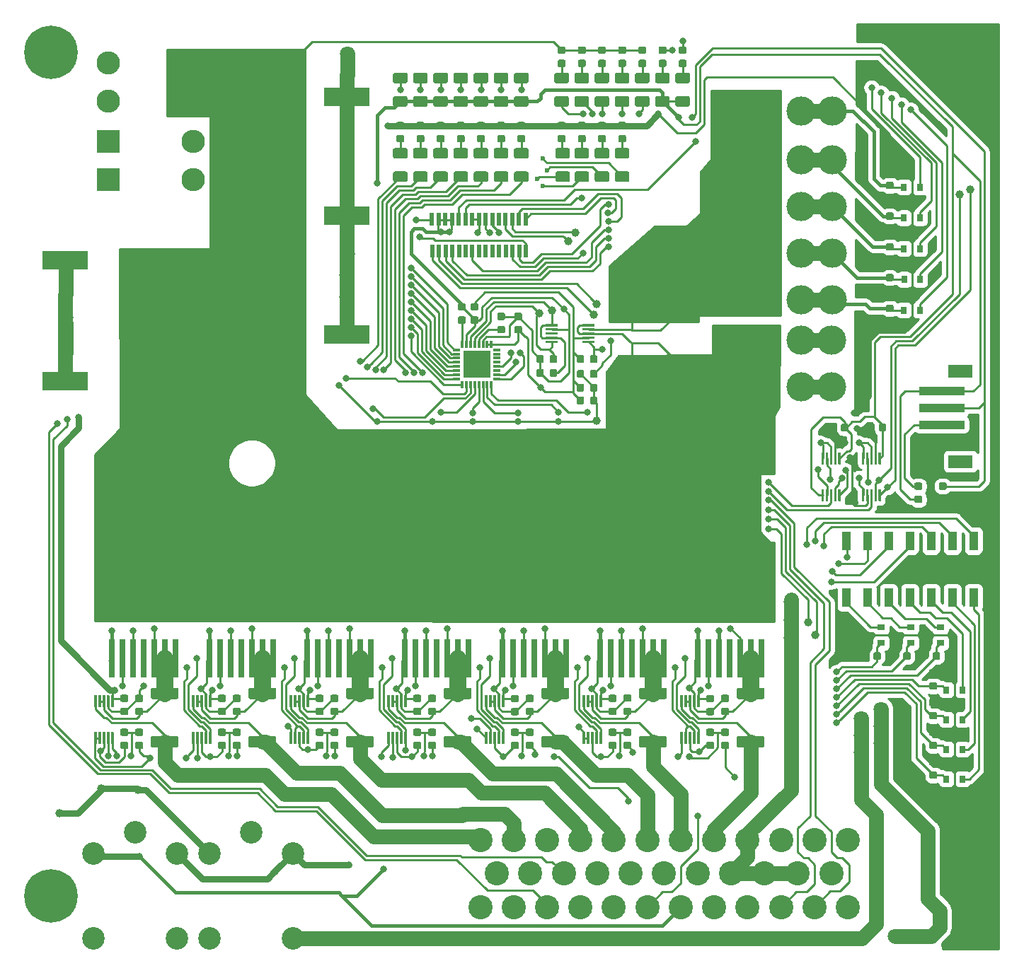
<source format=gtl>
G04 #@! TF.GenerationSoftware,KiCad,Pcbnew,(5.1.4)-1*
G04 #@! TF.CreationDate,2020-02-01T16:57:28+01:00*
G04 #@! TF.ProjectId,AR20_PDM_v1,41523230-5f50-4444-9d5f-76312e6b6963,rev?*
G04 #@! TF.SameCoordinates,Original*
G04 #@! TF.FileFunction,Copper,L1,Top*
G04 #@! TF.FilePolarity,Positive*
%FSLAX46Y46*%
G04 Gerber Fmt 4.6, Leading zero omitted, Abs format (unit mm)*
G04 Created by KiCad (PCBNEW (5.1.4)-1) date 2020-02-01 16:57:28*
%MOMM*%
%LPD*%
G04 APERTURE LIST*
%ADD10R,0.550000X1.500000*%
%ADD11C,3.200000*%
%ADD12R,3.251200X3.251200*%
%ADD13R,0.304800X0.812800*%
%ADD14R,0.812800X0.304800*%
%ADD15R,3.000000X1.600000*%
%ADD16R,5.500000X1.000000*%
%ADD17R,1.100000X2.300000*%
%ADD18R,5.460000X2.210000*%
%ADD19C,2.900000*%
%ADD20R,10.800000X9.400000*%
%ADD21R,0.800000X4.600000*%
%ADD22C,0.100000*%
%ADD23C,0.875000*%
%ADD24O,2.800000X2.800000*%
%ADD25R,2.800000X2.800000*%
%ADD26C,1.350000*%
%ADD27C,0.300000*%
%ADD28R,0.900000X0.800000*%
%ADD29C,3.500000*%
%ADD30C,1.250000*%
%ADD31R,0.800000X0.900000*%
%ADD32C,0.800000*%
%ADD33C,6.400000*%
%ADD34C,2.700000*%
%ADD35C,1.800000*%
%ADD36C,1.000000*%
%ADD37C,0.600000*%
%ADD38C,0.250000*%
%ADD39C,0.400000*%
%ADD40C,0.800000*%
%ADD41C,1.800000*%
%ADD42C,2.000000*%
%ADD43C,0.254000*%
G04 APERTURE END LIST*
D10*
X94652400Y-64130000D03*
X94627000Y-60330000D03*
X93852400Y-64130000D03*
X93827000Y-60330000D03*
X93052400Y-64130000D03*
X93027000Y-60330000D03*
X92252400Y-64130000D03*
X92227000Y-60330000D03*
X91452400Y-64130000D03*
X91427000Y-60330000D03*
X90652400Y-64130000D03*
X90627000Y-60330000D03*
X89852400Y-64130000D03*
X89827000Y-60330000D03*
X89052400Y-64130000D03*
X89027000Y-60330000D03*
X88252400Y-64130000D03*
X88227000Y-60330000D03*
X87452400Y-64130000D03*
X87427000Y-60330000D03*
X86652400Y-64130000D03*
X86627000Y-60330000D03*
X85852400Y-64130000D03*
X85827000Y-60330000D03*
X85052400Y-64130000D03*
X85027000Y-60330000D03*
X84252400Y-64130000D03*
X84227000Y-60330000D03*
X83452400Y-64130000D03*
X83427000Y-60330000D03*
D11*
X66294000Y-93970000D03*
X61859000Y-93970000D03*
X57424000Y-93970000D03*
X66294000Y-89535000D03*
X57424000Y-89535000D03*
X66294000Y-85100000D03*
X61859000Y-85100000D03*
X57424000Y-85100000D03*
D12*
X88773000Y-77724000D03*
D13*
X87020400Y-75336400D03*
X87528400Y-75336400D03*
X88011000Y-75336400D03*
X88519000Y-75336400D03*
X89027000Y-75336400D03*
X89535000Y-75336400D03*
X90017600Y-75336400D03*
X90525600Y-75336400D03*
D14*
X91160600Y-75971400D03*
X91160600Y-76479400D03*
X91160600Y-76962000D03*
X91160600Y-77470000D03*
X91160600Y-77978000D03*
X91160600Y-78486000D03*
X91160600Y-78968600D03*
X91160600Y-79476600D03*
D13*
X90525600Y-80111600D03*
X90017600Y-80111600D03*
X89535000Y-80111600D03*
X89027000Y-80111600D03*
X88519000Y-80111600D03*
X88011000Y-80111600D03*
X87528400Y-80111600D03*
X87020400Y-80111600D03*
D14*
X86385400Y-79476600D03*
X86385400Y-78968600D03*
X86385400Y-78486000D03*
X86385400Y-77978000D03*
X86385400Y-77470000D03*
X86385400Y-76962000D03*
X86385400Y-76479400D03*
X86385400Y-75971400D03*
D15*
X146649000Y-89347000D03*
X146649000Y-78547000D03*
D16*
X144399000Y-86947000D03*
X144399000Y-80947000D03*
X144399000Y-84947000D03*
X144399000Y-82947000D03*
D17*
X148209000Y-105635000D03*
X148209000Y-98835000D03*
X145669000Y-105635000D03*
X145669000Y-98835000D03*
X143129000Y-105635000D03*
X143129000Y-98835000D03*
X140589000Y-105635000D03*
X140589000Y-98835000D03*
X138049000Y-105635000D03*
X138049000Y-98835000D03*
X135509000Y-105635000D03*
X135509000Y-98835000D03*
X132969000Y-105635000D03*
X132969000Y-98835000D03*
D18*
X73251000Y-59944000D03*
X63401000Y-59944000D03*
D19*
X133186000Y-142684000D03*
X129186000Y-142684000D03*
X125186000Y-142684000D03*
X121186000Y-142684000D03*
X117186000Y-142684000D03*
X109186000Y-142684000D03*
X105186000Y-142684000D03*
X113186000Y-142684000D03*
X101186000Y-142684000D03*
X97186000Y-142684000D03*
X93186000Y-142684000D03*
X89186000Y-142684000D03*
X131186000Y-138684000D03*
X127186000Y-138684000D03*
X123186000Y-138684000D03*
X119186000Y-138684000D03*
X115186000Y-138684000D03*
X111186000Y-138684000D03*
X107186000Y-138684000D03*
X103186000Y-138684000D03*
X99186000Y-138684000D03*
X95186000Y-138684000D03*
X91186000Y-138684000D03*
X133186000Y-134684000D03*
X129186000Y-134684000D03*
X125186000Y-134684000D03*
X121186000Y-134684000D03*
X117186000Y-134684000D03*
X113186000Y-134684000D03*
X109186000Y-134684000D03*
X105186000Y-134684000D03*
X101186000Y-134684000D03*
X97186000Y-134684000D03*
X93186000Y-134684000D03*
X89186000Y-134684000D03*
D20*
X72263000Y-103759000D03*
D21*
X68453000Y-112909000D03*
X69723000Y-112909000D03*
X70993000Y-112909000D03*
X76073000Y-112909000D03*
X74803000Y-112909000D03*
X73533000Y-112909000D03*
X72263000Y-112909000D03*
D22*
G36*
X101433691Y-78393053D02*
G01*
X101454926Y-78396203D01*
X101475750Y-78401419D01*
X101495962Y-78408651D01*
X101515368Y-78417830D01*
X101533781Y-78428866D01*
X101551024Y-78441654D01*
X101566930Y-78456070D01*
X101581346Y-78471976D01*
X101594134Y-78489219D01*
X101605170Y-78507632D01*
X101614349Y-78527038D01*
X101621581Y-78547250D01*
X101626797Y-78568074D01*
X101629947Y-78589309D01*
X101631000Y-78610750D01*
X101631000Y-79123250D01*
X101629947Y-79144691D01*
X101626797Y-79165926D01*
X101621581Y-79186750D01*
X101614349Y-79206962D01*
X101605170Y-79226368D01*
X101594134Y-79244781D01*
X101581346Y-79262024D01*
X101566930Y-79277930D01*
X101551024Y-79292346D01*
X101533781Y-79305134D01*
X101515368Y-79316170D01*
X101495962Y-79325349D01*
X101475750Y-79332581D01*
X101454926Y-79337797D01*
X101433691Y-79340947D01*
X101412250Y-79342000D01*
X100974750Y-79342000D01*
X100953309Y-79340947D01*
X100932074Y-79337797D01*
X100911250Y-79332581D01*
X100891038Y-79325349D01*
X100871632Y-79316170D01*
X100853219Y-79305134D01*
X100835976Y-79292346D01*
X100820070Y-79277930D01*
X100805654Y-79262024D01*
X100792866Y-79244781D01*
X100781830Y-79226368D01*
X100772651Y-79206962D01*
X100765419Y-79186750D01*
X100760203Y-79165926D01*
X100757053Y-79144691D01*
X100756000Y-79123250D01*
X100756000Y-78610750D01*
X100757053Y-78589309D01*
X100760203Y-78568074D01*
X100765419Y-78547250D01*
X100772651Y-78527038D01*
X100781830Y-78507632D01*
X100792866Y-78489219D01*
X100805654Y-78471976D01*
X100820070Y-78456070D01*
X100835976Y-78441654D01*
X100853219Y-78428866D01*
X100871632Y-78417830D01*
X100891038Y-78408651D01*
X100911250Y-78401419D01*
X100932074Y-78396203D01*
X100953309Y-78393053D01*
X100974750Y-78392000D01*
X101412250Y-78392000D01*
X101433691Y-78393053D01*
X101433691Y-78393053D01*
G37*
D23*
X101193500Y-78867000D03*
D22*
G36*
X103008691Y-78393053D02*
G01*
X103029926Y-78396203D01*
X103050750Y-78401419D01*
X103070962Y-78408651D01*
X103090368Y-78417830D01*
X103108781Y-78428866D01*
X103126024Y-78441654D01*
X103141930Y-78456070D01*
X103156346Y-78471976D01*
X103169134Y-78489219D01*
X103180170Y-78507632D01*
X103189349Y-78527038D01*
X103196581Y-78547250D01*
X103201797Y-78568074D01*
X103204947Y-78589309D01*
X103206000Y-78610750D01*
X103206000Y-79123250D01*
X103204947Y-79144691D01*
X103201797Y-79165926D01*
X103196581Y-79186750D01*
X103189349Y-79206962D01*
X103180170Y-79226368D01*
X103169134Y-79244781D01*
X103156346Y-79262024D01*
X103141930Y-79277930D01*
X103126024Y-79292346D01*
X103108781Y-79305134D01*
X103090368Y-79316170D01*
X103070962Y-79325349D01*
X103050750Y-79332581D01*
X103029926Y-79337797D01*
X103008691Y-79340947D01*
X102987250Y-79342000D01*
X102549750Y-79342000D01*
X102528309Y-79340947D01*
X102507074Y-79337797D01*
X102486250Y-79332581D01*
X102466038Y-79325349D01*
X102446632Y-79316170D01*
X102428219Y-79305134D01*
X102410976Y-79292346D01*
X102395070Y-79277930D01*
X102380654Y-79262024D01*
X102367866Y-79244781D01*
X102356830Y-79226368D01*
X102347651Y-79206962D01*
X102340419Y-79186750D01*
X102335203Y-79165926D01*
X102332053Y-79144691D01*
X102331000Y-79123250D01*
X102331000Y-78610750D01*
X102332053Y-78589309D01*
X102335203Y-78568074D01*
X102340419Y-78547250D01*
X102347651Y-78527038D01*
X102356830Y-78507632D01*
X102367866Y-78489219D01*
X102380654Y-78471976D01*
X102395070Y-78456070D01*
X102410976Y-78441654D01*
X102428219Y-78428866D01*
X102446632Y-78417830D01*
X102466038Y-78408651D01*
X102486250Y-78401419D01*
X102507074Y-78396203D01*
X102528309Y-78393053D01*
X102549750Y-78392000D01*
X102987250Y-78392000D01*
X103008691Y-78393053D01*
X103008691Y-78393053D01*
G37*
D23*
X102768500Y-78867000D03*
D22*
G36*
X101433691Y-81568053D02*
G01*
X101454926Y-81571203D01*
X101475750Y-81576419D01*
X101495962Y-81583651D01*
X101515368Y-81592830D01*
X101533781Y-81603866D01*
X101551024Y-81616654D01*
X101566930Y-81631070D01*
X101581346Y-81646976D01*
X101594134Y-81664219D01*
X101605170Y-81682632D01*
X101614349Y-81702038D01*
X101621581Y-81722250D01*
X101626797Y-81743074D01*
X101629947Y-81764309D01*
X101631000Y-81785750D01*
X101631000Y-82298250D01*
X101629947Y-82319691D01*
X101626797Y-82340926D01*
X101621581Y-82361750D01*
X101614349Y-82381962D01*
X101605170Y-82401368D01*
X101594134Y-82419781D01*
X101581346Y-82437024D01*
X101566930Y-82452930D01*
X101551024Y-82467346D01*
X101533781Y-82480134D01*
X101515368Y-82491170D01*
X101495962Y-82500349D01*
X101475750Y-82507581D01*
X101454926Y-82512797D01*
X101433691Y-82515947D01*
X101412250Y-82517000D01*
X100974750Y-82517000D01*
X100953309Y-82515947D01*
X100932074Y-82512797D01*
X100911250Y-82507581D01*
X100891038Y-82500349D01*
X100871632Y-82491170D01*
X100853219Y-82480134D01*
X100835976Y-82467346D01*
X100820070Y-82452930D01*
X100805654Y-82437024D01*
X100792866Y-82419781D01*
X100781830Y-82401368D01*
X100772651Y-82381962D01*
X100765419Y-82361750D01*
X100760203Y-82340926D01*
X100757053Y-82319691D01*
X100756000Y-82298250D01*
X100756000Y-81785750D01*
X100757053Y-81764309D01*
X100760203Y-81743074D01*
X100765419Y-81722250D01*
X100772651Y-81702038D01*
X100781830Y-81682632D01*
X100792866Y-81664219D01*
X100805654Y-81646976D01*
X100820070Y-81631070D01*
X100835976Y-81616654D01*
X100853219Y-81603866D01*
X100871632Y-81592830D01*
X100891038Y-81583651D01*
X100911250Y-81576419D01*
X100932074Y-81571203D01*
X100953309Y-81568053D01*
X100974750Y-81567000D01*
X101412250Y-81567000D01*
X101433691Y-81568053D01*
X101433691Y-81568053D01*
G37*
D23*
X101193500Y-82042000D03*
D22*
G36*
X103008691Y-81568053D02*
G01*
X103029926Y-81571203D01*
X103050750Y-81576419D01*
X103070962Y-81583651D01*
X103090368Y-81592830D01*
X103108781Y-81603866D01*
X103126024Y-81616654D01*
X103141930Y-81631070D01*
X103156346Y-81646976D01*
X103169134Y-81664219D01*
X103180170Y-81682632D01*
X103189349Y-81702038D01*
X103196581Y-81722250D01*
X103201797Y-81743074D01*
X103204947Y-81764309D01*
X103206000Y-81785750D01*
X103206000Y-82298250D01*
X103204947Y-82319691D01*
X103201797Y-82340926D01*
X103196581Y-82361750D01*
X103189349Y-82381962D01*
X103180170Y-82401368D01*
X103169134Y-82419781D01*
X103156346Y-82437024D01*
X103141930Y-82452930D01*
X103126024Y-82467346D01*
X103108781Y-82480134D01*
X103090368Y-82491170D01*
X103070962Y-82500349D01*
X103050750Y-82507581D01*
X103029926Y-82512797D01*
X103008691Y-82515947D01*
X102987250Y-82517000D01*
X102549750Y-82517000D01*
X102528309Y-82515947D01*
X102507074Y-82512797D01*
X102486250Y-82507581D01*
X102466038Y-82500349D01*
X102446632Y-82491170D01*
X102428219Y-82480134D01*
X102410976Y-82467346D01*
X102395070Y-82452930D01*
X102380654Y-82437024D01*
X102367866Y-82419781D01*
X102356830Y-82401368D01*
X102347651Y-82381962D01*
X102340419Y-82361750D01*
X102335203Y-82340926D01*
X102332053Y-82319691D01*
X102331000Y-82298250D01*
X102331000Y-81785750D01*
X102332053Y-81764309D01*
X102335203Y-81743074D01*
X102340419Y-81722250D01*
X102347651Y-81702038D01*
X102356830Y-81682632D01*
X102367866Y-81664219D01*
X102380654Y-81646976D01*
X102395070Y-81631070D01*
X102410976Y-81616654D01*
X102428219Y-81603866D01*
X102446632Y-81592830D01*
X102466038Y-81583651D01*
X102486250Y-81576419D01*
X102507074Y-81571203D01*
X102528309Y-81568053D01*
X102549750Y-81567000D01*
X102987250Y-81567000D01*
X103008691Y-81568053D01*
X103008691Y-81568053D01*
G37*
D23*
X102768500Y-82042000D03*
D24*
X54864000Y-51054000D03*
D25*
X44704000Y-51054000D03*
D22*
G36*
X111304505Y-116441204D02*
G01*
X111328773Y-116444804D01*
X111352572Y-116450765D01*
X111375671Y-116459030D01*
X111397850Y-116469520D01*
X111418893Y-116482132D01*
X111438599Y-116496747D01*
X111456777Y-116513223D01*
X111473253Y-116531401D01*
X111487868Y-116551107D01*
X111500480Y-116572150D01*
X111510970Y-116594329D01*
X111519235Y-116617428D01*
X111525196Y-116641227D01*
X111528796Y-116665495D01*
X111530000Y-116689999D01*
X111530000Y-117540001D01*
X111528796Y-117564505D01*
X111525196Y-117588773D01*
X111519235Y-117612572D01*
X111510970Y-117635671D01*
X111500480Y-117657850D01*
X111487868Y-117678893D01*
X111473253Y-117698599D01*
X111456777Y-117716777D01*
X111438599Y-117733253D01*
X111418893Y-117747868D01*
X111397850Y-117760480D01*
X111375671Y-117770970D01*
X111352572Y-117779235D01*
X111328773Y-117785196D01*
X111304505Y-117788796D01*
X111280001Y-117790000D01*
X108429999Y-117790000D01*
X108405495Y-117788796D01*
X108381227Y-117785196D01*
X108357428Y-117779235D01*
X108334329Y-117770970D01*
X108312150Y-117760480D01*
X108291107Y-117747868D01*
X108271401Y-117733253D01*
X108253223Y-117716777D01*
X108236747Y-117698599D01*
X108222132Y-117678893D01*
X108209520Y-117657850D01*
X108199030Y-117635671D01*
X108190765Y-117612572D01*
X108184804Y-117588773D01*
X108181204Y-117564505D01*
X108180000Y-117540001D01*
X108180000Y-116689999D01*
X108181204Y-116665495D01*
X108184804Y-116641227D01*
X108190765Y-116617428D01*
X108199030Y-116594329D01*
X108209520Y-116572150D01*
X108222132Y-116551107D01*
X108236747Y-116531401D01*
X108253223Y-116513223D01*
X108271401Y-116496747D01*
X108291107Y-116482132D01*
X108312150Y-116469520D01*
X108334329Y-116459030D01*
X108357428Y-116450765D01*
X108381227Y-116444804D01*
X108405495Y-116441204D01*
X108429999Y-116440000D01*
X111280001Y-116440000D01*
X111304505Y-116441204D01*
X111304505Y-116441204D01*
G37*
D26*
X109855000Y-117115000D03*
D22*
G36*
X111304505Y-122241204D02*
G01*
X111328773Y-122244804D01*
X111352572Y-122250765D01*
X111375671Y-122259030D01*
X111397850Y-122269520D01*
X111418893Y-122282132D01*
X111438599Y-122296747D01*
X111456777Y-122313223D01*
X111473253Y-122331401D01*
X111487868Y-122351107D01*
X111500480Y-122372150D01*
X111510970Y-122394329D01*
X111519235Y-122417428D01*
X111525196Y-122441227D01*
X111528796Y-122465495D01*
X111530000Y-122489999D01*
X111530000Y-123340001D01*
X111528796Y-123364505D01*
X111525196Y-123388773D01*
X111519235Y-123412572D01*
X111510970Y-123435671D01*
X111500480Y-123457850D01*
X111487868Y-123478893D01*
X111473253Y-123498599D01*
X111456777Y-123516777D01*
X111438599Y-123533253D01*
X111418893Y-123547868D01*
X111397850Y-123560480D01*
X111375671Y-123570970D01*
X111352572Y-123579235D01*
X111328773Y-123585196D01*
X111304505Y-123588796D01*
X111280001Y-123590000D01*
X108429999Y-123590000D01*
X108405495Y-123588796D01*
X108381227Y-123585196D01*
X108357428Y-123579235D01*
X108334329Y-123570970D01*
X108312150Y-123560480D01*
X108291107Y-123547868D01*
X108271401Y-123533253D01*
X108253223Y-123516777D01*
X108236747Y-123498599D01*
X108222132Y-123478893D01*
X108209520Y-123457850D01*
X108199030Y-123435671D01*
X108190765Y-123412572D01*
X108184804Y-123388773D01*
X108181204Y-123364505D01*
X108180000Y-123340001D01*
X108180000Y-122489999D01*
X108181204Y-122465495D01*
X108184804Y-122441227D01*
X108190765Y-122417428D01*
X108199030Y-122394329D01*
X108209520Y-122372150D01*
X108222132Y-122351107D01*
X108236747Y-122331401D01*
X108253223Y-122313223D01*
X108271401Y-122296747D01*
X108291107Y-122282132D01*
X108312150Y-122269520D01*
X108334329Y-122259030D01*
X108357428Y-122250765D01*
X108381227Y-122244804D01*
X108405495Y-122241204D01*
X108429999Y-122240000D01*
X111280001Y-122240000D01*
X111304505Y-122241204D01*
X111304505Y-122241204D01*
G37*
D26*
X109855000Y-122915000D03*
D22*
G36*
X56968811Y-117344241D02*
G01*
X56973674Y-117344963D01*
X56978443Y-117346157D01*
X56983072Y-117347814D01*
X56987517Y-117349916D01*
X56991734Y-117352443D01*
X56995683Y-117355372D01*
X56999326Y-117358674D01*
X57002628Y-117362317D01*
X57005557Y-117366266D01*
X57008084Y-117370483D01*
X57010186Y-117374928D01*
X57011843Y-117379557D01*
X57013037Y-117384326D01*
X57013759Y-117389189D01*
X57014000Y-117394100D01*
X57014000Y-118743900D01*
X57013759Y-118748811D01*
X57013037Y-118753674D01*
X57011843Y-118758443D01*
X57010186Y-118763072D01*
X57008084Y-118767517D01*
X57005557Y-118771734D01*
X57002628Y-118775683D01*
X56999326Y-118779326D01*
X56995683Y-118782628D01*
X56991734Y-118785557D01*
X56987517Y-118788084D01*
X56983072Y-118790186D01*
X56978443Y-118791843D01*
X56973674Y-118793037D01*
X56968811Y-118793759D01*
X56963900Y-118794000D01*
X56764100Y-118794000D01*
X56759189Y-118793759D01*
X56754326Y-118793037D01*
X56749557Y-118791843D01*
X56744928Y-118790186D01*
X56740483Y-118788084D01*
X56736266Y-118785557D01*
X56732317Y-118782628D01*
X56728674Y-118779326D01*
X56725372Y-118775683D01*
X56722443Y-118771734D01*
X56719916Y-118767517D01*
X56717814Y-118763072D01*
X56716157Y-118758443D01*
X56714963Y-118753674D01*
X56714241Y-118748811D01*
X56714000Y-118743900D01*
X56714000Y-117394100D01*
X56714241Y-117389189D01*
X56714963Y-117384326D01*
X56716157Y-117379557D01*
X56717814Y-117374928D01*
X56719916Y-117370483D01*
X56722443Y-117366266D01*
X56725372Y-117362317D01*
X56728674Y-117358674D01*
X56732317Y-117355372D01*
X56736266Y-117352443D01*
X56740483Y-117349916D01*
X56744928Y-117347814D01*
X56749557Y-117346157D01*
X56754326Y-117344963D01*
X56759189Y-117344241D01*
X56764100Y-117344000D01*
X56963900Y-117344000D01*
X56968811Y-117344241D01*
X56968811Y-117344241D01*
G37*
D27*
X56864000Y-118069000D03*
D22*
G36*
X56468811Y-117344241D02*
G01*
X56473674Y-117344963D01*
X56478443Y-117346157D01*
X56483072Y-117347814D01*
X56487517Y-117349916D01*
X56491734Y-117352443D01*
X56495683Y-117355372D01*
X56499326Y-117358674D01*
X56502628Y-117362317D01*
X56505557Y-117366266D01*
X56508084Y-117370483D01*
X56510186Y-117374928D01*
X56511843Y-117379557D01*
X56513037Y-117384326D01*
X56513759Y-117389189D01*
X56514000Y-117394100D01*
X56514000Y-118743900D01*
X56513759Y-118748811D01*
X56513037Y-118753674D01*
X56511843Y-118758443D01*
X56510186Y-118763072D01*
X56508084Y-118767517D01*
X56505557Y-118771734D01*
X56502628Y-118775683D01*
X56499326Y-118779326D01*
X56495683Y-118782628D01*
X56491734Y-118785557D01*
X56487517Y-118788084D01*
X56483072Y-118790186D01*
X56478443Y-118791843D01*
X56473674Y-118793037D01*
X56468811Y-118793759D01*
X56463900Y-118794000D01*
X56264100Y-118794000D01*
X56259189Y-118793759D01*
X56254326Y-118793037D01*
X56249557Y-118791843D01*
X56244928Y-118790186D01*
X56240483Y-118788084D01*
X56236266Y-118785557D01*
X56232317Y-118782628D01*
X56228674Y-118779326D01*
X56225372Y-118775683D01*
X56222443Y-118771734D01*
X56219916Y-118767517D01*
X56217814Y-118763072D01*
X56216157Y-118758443D01*
X56214963Y-118753674D01*
X56214241Y-118748811D01*
X56214000Y-118743900D01*
X56214000Y-117394100D01*
X56214241Y-117389189D01*
X56214963Y-117384326D01*
X56216157Y-117379557D01*
X56217814Y-117374928D01*
X56219916Y-117370483D01*
X56222443Y-117366266D01*
X56225372Y-117362317D01*
X56228674Y-117358674D01*
X56232317Y-117355372D01*
X56236266Y-117352443D01*
X56240483Y-117349916D01*
X56244928Y-117347814D01*
X56249557Y-117346157D01*
X56254326Y-117344963D01*
X56259189Y-117344241D01*
X56264100Y-117344000D01*
X56463900Y-117344000D01*
X56468811Y-117344241D01*
X56468811Y-117344241D01*
G37*
D27*
X56364000Y-118069000D03*
D22*
G36*
X55968811Y-117344241D02*
G01*
X55973674Y-117344963D01*
X55978443Y-117346157D01*
X55983072Y-117347814D01*
X55987517Y-117349916D01*
X55991734Y-117352443D01*
X55995683Y-117355372D01*
X55999326Y-117358674D01*
X56002628Y-117362317D01*
X56005557Y-117366266D01*
X56008084Y-117370483D01*
X56010186Y-117374928D01*
X56011843Y-117379557D01*
X56013037Y-117384326D01*
X56013759Y-117389189D01*
X56014000Y-117394100D01*
X56014000Y-118743900D01*
X56013759Y-118748811D01*
X56013037Y-118753674D01*
X56011843Y-118758443D01*
X56010186Y-118763072D01*
X56008084Y-118767517D01*
X56005557Y-118771734D01*
X56002628Y-118775683D01*
X55999326Y-118779326D01*
X55995683Y-118782628D01*
X55991734Y-118785557D01*
X55987517Y-118788084D01*
X55983072Y-118790186D01*
X55978443Y-118791843D01*
X55973674Y-118793037D01*
X55968811Y-118793759D01*
X55963900Y-118794000D01*
X55764100Y-118794000D01*
X55759189Y-118793759D01*
X55754326Y-118793037D01*
X55749557Y-118791843D01*
X55744928Y-118790186D01*
X55740483Y-118788084D01*
X55736266Y-118785557D01*
X55732317Y-118782628D01*
X55728674Y-118779326D01*
X55725372Y-118775683D01*
X55722443Y-118771734D01*
X55719916Y-118767517D01*
X55717814Y-118763072D01*
X55716157Y-118758443D01*
X55714963Y-118753674D01*
X55714241Y-118748811D01*
X55714000Y-118743900D01*
X55714000Y-117394100D01*
X55714241Y-117389189D01*
X55714963Y-117384326D01*
X55716157Y-117379557D01*
X55717814Y-117374928D01*
X55719916Y-117370483D01*
X55722443Y-117366266D01*
X55725372Y-117362317D01*
X55728674Y-117358674D01*
X55732317Y-117355372D01*
X55736266Y-117352443D01*
X55740483Y-117349916D01*
X55744928Y-117347814D01*
X55749557Y-117346157D01*
X55754326Y-117344963D01*
X55759189Y-117344241D01*
X55764100Y-117344000D01*
X55963900Y-117344000D01*
X55968811Y-117344241D01*
X55968811Y-117344241D01*
G37*
D27*
X55864000Y-118069000D03*
D22*
G36*
X55468811Y-117344241D02*
G01*
X55473674Y-117344963D01*
X55478443Y-117346157D01*
X55483072Y-117347814D01*
X55487517Y-117349916D01*
X55491734Y-117352443D01*
X55495683Y-117355372D01*
X55499326Y-117358674D01*
X55502628Y-117362317D01*
X55505557Y-117366266D01*
X55508084Y-117370483D01*
X55510186Y-117374928D01*
X55511843Y-117379557D01*
X55513037Y-117384326D01*
X55513759Y-117389189D01*
X55514000Y-117394100D01*
X55514000Y-118743900D01*
X55513759Y-118748811D01*
X55513037Y-118753674D01*
X55511843Y-118758443D01*
X55510186Y-118763072D01*
X55508084Y-118767517D01*
X55505557Y-118771734D01*
X55502628Y-118775683D01*
X55499326Y-118779326D01*
X55495683Y-118782628D01*
X55491734Y-118785557D01*
X55487517Y-118788084D01*
X55483072Y-118790186D01*
X55478443Y-118791843D01*
X55473674Y-118793037D01*
X55468811Y-118793759D01*
X55463900Y-118794000D01*
X55264100Y-118794000D01*
X55259189Y-118793759D01*
X55254326Y-118793037D01*
X55249557Y-118791843D01*
X55244928Y-118790186D01*
X55240483Y-118788084D01*
X55236266Y-118785557D01*
X55232317Y-118782628D01*
X55228674Y-118779326D01*
X55225372Y-118775683D01*
X55222443Y-118771734D01*
X55219916Y-118767517D01*
X55217814Y-118763072D01*
X55216157Y-118758443D01*
X55214963Y-118753674D01*
X55214241Y-118748811D01*
X55214000Y-118743900D01*
X55214000Y-117394100D01*
X55214241Y-117389189D01*
X55214963Y-117384326D01*
X55216157Y-117379557D01*
X55217814Y-117374928D01*
X55219916Y-117370483D01*
X55222443Y-117366266D01*
X55225372Y-117362317D01*
X55228674Y-117358674D01*
X55232317Y-117355372D01*
X55236266Y-117352443D01*
X55240483Y-117349916D01*
X55244928Y-117347814D01*
X55249557Y-117346157D01*
X55254326Y-117344963D01*
X55259189Y-117344241D01*
X55264100Y-117344000D01*
X55463900Y-117344000D01*
X55468811Y-117344241D01*
X55468811Y-117344241D01*
G37*
D27*
X55364000Y-118069000D03*
D22*
G36*
X54968811Y-117344241D02*
G01*
X54973674Y-117344963D01*
X54978443Y-117346157D01*
X54983072Y-117347814D01*
X54987517Y-117349916D01*
X54991734Y-117352443D01*
X54995683Y-117355372D01*
X54999326Y-117358674D01*
X55002628Y-117362317D01*
X55005557Y-117366266D01*
X55008084Y-117370483D01*
X55010186Y-117374928D01*
X55011843Y-117379557D01*
X55013037Y-117384326D01*
X55013759Y-117389189D01*
X55014000Y-117394100D01*
X55014000Y-118743900D01*
X55013759Y-118748811D01*
X55013037Y-118753674D01*
X55011843Y-118758443D01*
X55010186Y-118763072D01*
X55008084Y-118767517D01*
X55005557Y-118771734D01*
X55002628Y-118775683D01*
X54999326Y-118779326D01*
X54995683Y-118782628D01*
X54991734Y-118785557D01*
X54987517Y-118788084D01*
X54983072Y-118790186D01*
X54978443Y-118791843D01*
X54973674Y-118793037D01*
X54968811Y-118793759D01*
X54963900Y-118794000D01*
X54764100Y-118794000D01*
X54759189Y-118793759D01*
X54754326Y-118793037D01*
X54749557Y-118791843D01*
X54744928Y-118790186D01*
X54740483Y-118788084D01*
X54736266Y-118785557D01*
X54732317Y-118782628D01*
X54728674Y-118779326D01*
X54725372Y-118775683D01*
X54722443Y-118771734D01*
X54719916Y-118767517D01*
X54717814Y-118763072D01*
X54716157Y-118758443D01*
X54714963Y-118753674D01*
X54714241Y-118748811D01*
X54714000Y-118743900D01*
X54714000Y-117394100D01*
X54714241Y-117389189D01*
X54714963Y-117384326D01*
X54716157Y-117379557D01*
X54717814Y-117374928D01*
X54719916Y-117370483D01*
X54722443Y-117366266D01*
X54725372Y-117362317D01*
X54728674Y-117358674D01*
X54732317Y-117355372D01*
X54736266Y-117352443D01*
X54740483Y-117349916D01*
X54744928Y-117347814D01*
X54749557Y-117346157D01*
X54754326Y-117344963D01*
X54759189Y-117344241D01*
X54764100Y-117344000D01*
X54963900Y-117344000D01*
X54968811Y-117344241D01*
X54968811Y-117344241D01*
G37*
D27*
X54864000Y-118069000D03*
D22*
G36*
X56968811Y-121744241D02*
G01*
X56973674Y-121744963D01*
X56978443Y-121746157D01*
X56983072Y-121747814D01*
X56987517Y-121749916D01*
X56991734Y-121752443D01*
X56995683Y-121755372D01*
X56999326Y-121758674D01*
X57002628Y-121762317D01*
X57005557Y-121766266D01*
X57008084Y-121770483D01*
X57010186Y-121774928D01*
X57011843Y-121779557D01*
X57013037Y-121784326D01*
X57013759Y-121789189D01*
X57014000Y-121794100D01*
X57014000Y-123143900D01*
X57013759Y-123148811D01*
X57013037Y-123153674D01*
X57011843Y-123158443D01*
X57010186Y-123163072D01*
X57008084Y-123167517D01*
X57005557Y-123171734D01*
X57002628Y-123175683D01*
X56999326Y-123179326D01*
X56995683Y-123182628D01*
X56991734Y-123185557D01*
X56987517Y-123188084D01*
X56983072Y-123190186D01*
X56978443Y-123191843D01*
X56973674Y-123193037D01*
X56968811Y-123193759D01*
X56963900Y-123194000D01*
X56764100Y-123194000D01*
X56759189Y-123193759D01*
X56754326Y-123193037D01*
X56749557Y-123191843D01*
X56744928Y-123190186D01*
X56740483Y-123188084D01*
X56736266Y-123185557D01*
X56732317Y-123182628D01*
X56728674Y-123179326D01*
X56725372Y-123175683D01*
X56722443Y-123171734D01*
X56719916Y-123167517D01*
X56717814Y-123163072D01*
X56716157Y-123158443D01*
X56714963Y-123153674D01*
X56714241Y-123148811D01*
X56714000Y-123143900D01*
X56714000Y-121794100D01*
X56714241Y-121789189D01*
X56714963Y-121784326D01*
X56716157Y-121779557D01*
X56717814Y-121774928D01*
X56719916Y-121770483D01*
X56722443Y-121766266D01*
X56725372Y-121762317D01*
X56728674Y-121758674D01*
X56732317Y-121755372D01*
X56736266Y-121752443D01*
X56740483Y-121749916D01*
X56744928Y-121747814D01*
X56749557Y-121746157D01*
X56754326Y-121744963D01*
X56759189Y-121744241D01*
X56764100Y-121744000D01*
X56963900Y-121744000D01*
X56968811Y-121744241D01*
X56968811Y-121744241D01*
G37*
D27*
X56864000Y-122469000D03*
D22*
G36*
X56468811Y-121744241D02*
G01*
X56473674Y-121744963D01*
X56478443Y-121746157D01*
X56483072Y-121747814D01*
X56487517Y-121749916D01*
X56491734Y-121752443D01*
X56495683Y-121755372D01*
X56499326Y-121758674D01*
X56502628Y-121762317D01*
X56505557Y-121766266D01*
X56508084Y-121770483D01*
X56510186Y-121774928D01*
X56511843Y-121779557D01*
X56513037Y-121784326D01*
X56513759Y-121789189D01*
X56514000Y-121794100D01*
X56514000Y-123143900D01*
X56513759Y-123148811D01*
X56513037Y-123153674D01*
X56511843Y-123158443D01*
X56510186Y-123163072D01*
X56508084Y-123167517D01*
X56505557Y-123171734D01*
X56502628Y-123175683D01*
X56499326Y-123179326D01*
X56495683Y-123182628D01*
X56491734Y-123185557D01*
X56487517Y-123188084D01*
X56483072Y-123190186D01*
X56478443Y-123191843D01*
X56473674Y-123193037D01*
X56468811Y-123193759D01*
X56463900Y-123194000D01*
X56264100Y-123194000D01*
X56259189Y-123193759D01*
X56254326Y-123193037D01*
X56249557Y-123191843D01*
X56244928Y-123190186D01*
X56240483Y-123188084D01*
X56236266Y-123185557D01*
X56232317Y-123182628D01*
X56228674Y-123179326D01*
X56225372Y-123175683D01*
X56222443Y-123171734D01*
X56219916Y-123167517D01*
X56217814Y-123163072D01*
X56216157Y-123158443D01*
X56214963Y-123153674D01*
X56214241Y-123148811D01*
X56214000Y-123143900D01*
X56214000Y-121794100D01*
X56214241Y-121789189D01*
X56214963Y-121784326D01*
X56216157Y-121779557D01*
X56217814Y-121774928D01*
X56219916Y-121770483D01*
X56222443Y-121766266D01*
X56225372Y-121762317D01*
X56228674Y-121758674D01*
X56232317Y-121755372D01*
X56236266Y-121752443D01*
X56240483Y-121749916D01*
X56244928Y-121747814D01*
X56249557Y-121746157D01*
X56254326Y-121744963D01*
X56259189Y-121744241D01*
X56264100Y-121744000D01*
X56463900Y-121744000D01*
X56468811Y-121744241D01*
X56468811Y-121744241D01*
G37*
D27*
X56364000Y-122469000D03*
D22*
G36*
X55968811Y-121744241D02*
G01*
X55973674Y-121744963D01*
X55978443Y-121746157D01*
X55983072Y-121747814D01*
X55987517Y-121749916D01*
X55991734Y-121752443D01*
X55995683Y-121755372D01*
X55999326Y-121758674D01*
X56002628Y-121762317D01*
X56005557Y-121766266D01*
X56008084Y-121770483D01*
X56010186Y-121774928D01*
X56011843Y-121779557D01*
X56013037Y-121784326D01*
X56013759Y-121789189D01*
X56014000Y-121794100D01*
X56014000Y-123143900D01*
X56013759Y-123148811D01*
X56013037Y-123153674D01*
X56011843Y-123158443D01*
X56010186Y-123163072D01*
X56008084Y-123167517D01*
X56005557Y-123171734D01*
X56002628Y-123175683D01*
X55999326Y-123179326D01*
X55995683Y-123182628D01*
X55991734Y-123185557D01*
X55987517Y-123188084D01*
X55983072Y-123190186D01*
X55978443Y-123191843D01*
X55973674Y-123193037D01*
X55968811Y-123193759D01*
X55963900Y-123194000D01*
X55764100Y-123194000D01*
X55759189Y-123193759D01*
X55754326Y-123193037D01*
X55749557Y-123191843D01*
X55744928Y-123190186D01*
X55740483Y-123188084D01*
X55736266Y-123185557D01*
X55732317Y-123182628D01*
X55728674Y-123179326D01*
X55725372Y-123175683D01*
X55722443Y-123171734D01*
X55719916Y-123167517D01*
X55717814Y-123163072D01*
X55716157Y-123158443D01*
X55714963Y-123153674D01*
X55714241Y-123148811D01*
X55714000Y-123143900D01*
X55714000Y-121794100D01*
X55714241Y-121789189D01*
X55714963Y-121784326D01*
X55716157Y-121779557D01*
X55717814Y-121774928D01*
X55719916Y-121770483D01*
X55722443Y-121766266D01*
X55725372Y-121762317D01*
X55728674Y-121758674D01*
X55732317Y-121755372D01*
X55736266Y-121752443D01*
X55740483Y-121749916D01*
X55744928Y-121747814D01*
X55749557Y-121746157D01*
X55754326Y-121744963D01*
X55759189Y-121744241D01*
X55764100Y-121744000D01*
X55963900Y-121744000D01*
X55968811Y-121744241D01*
X55968811Y-121744241D01*
G37*
D27*
X55864000Y-122469000D03*
D22*
G36*
X55468811Y-121744241D02*
G01*
X55473674Y-121744963D01*
X55478443Y-121746157D01*
X55483072Y-121747814D01*
X55487517Y-121749916D01*
X55491734Y-121752443D01*
X55495683Y-121755372D01*
X55499326Y-121758674D01*
X55502628Y-121762317D01*
X55505557Y-121766266D01*
X55508084Y-121770483D01*
X55510186Y-121774928D01*
X55511843Y-121779557D01*
X55513037Y-121784326D01*
X55513759Y-121789189D01*
X55514000Y-121794100D01*
X55514000Y-123143900D01*
X55513759Y-123148811D01*
X55513037Y-123153674D01*
X55511843Y-123158443D01*
X55510186Y-123163072D01*
X55508084Y-123167517D01*
X55505557Y-123171734D01*
X55502628Y-123175683D01*
X55499326Y-123179326D01*
X55495683Y-123182628D01*
X55491734Y-123185557D01*
X55487517Y-123188084D01*
X55483072Y-123190186D01*
X55478443Y-123191843D01*
X55473674Y-123193037D01*
X55468811Y-123193759D01*
X55463900Y-123194000D01*
X55264100Y-123194000D01*
X55259189Y-123193759D01*
X55254326Y-123193037D01*
X55249557Y-123191843D01*
X55244928Y-123190186D01*
X55240483Y-123188084D01*
X55236266Y-123185557D01*
X55232317Y-123182628D01*
X55228674Y-123179326D01*
X55225372Y-123175683D01*
X55222443Y-123171734D01*
X55219916Y-123167517D01*
X55217814Y-123163072D01*
X55216157Y-123158443D01*
X55214963Y-123153674D01*
X55214241Y-123148811D01*
X55214000Y-123143900D01*
X55214000Y-121794100D01*
X55214241Y-121789189D01*
X55214963Y-121784326D01*
X55216157Y-121779557D01*
X55217814Y-121774928D01*
X55219916Y-121770483D01*
X55222443Y-121766266D01*
X55225372Y-121762317D01*
X55228674Y-121758674D01*
X55232317Y-121755372D01*
X55236266Y-121752443D01*
X55240483Y-121749916D01*
X55244928Y-121747814D01*
X55249557Y-121746157D01*
X55254326Y-121744963D01*
X55259189Y-121744241D01*
X55264100Y-121744000D01*
X55463900Y-121744000D01*
X55468811Y-121744241D01*
X55468811Y-121744241D01*
G37*
D27*
X55364000Y-122469000D03*
D22*
G36*
X54968811Y-121744241D02*
G01*
X54973674Y-121744963D01*
X54978443Y-121746157D01*
X54983072Y-121747814D01*
X54987517Y-121749916D01*
X54991734Y-121752443D01*
X54995683Y-121755372D01*
X54999326Y-121758674D01*
X55002628Y-121762317D01*
X55005557Y-121766266D01*
X55008084Y-121770483D01*
X55010186Y-121774928D01*
X55011843Y-121779557D01*
X55013037Y-121784326D01*
X55013759Y-121789189D01*
X55014000Y-121794100D01*
X55014000Y-123143900D01*
X55013759Y-123148811D01*
X55013037Y-123153674D01*
X55011843Y-123158443D01*
X55010186Y-123163072D01*
X55008084Y-123167517D01*
X55005557Y-123171734D01*
X55002628Y-123175683D01*
X54999326Y-123179326D01*
X54995683Y-123182628D01*
X54991734Y-123185557D01*
X54987517Y-123188084D01*
X54983072Y-123190186D01*
X54978443Y-123191843D01*
X54973674Y-123193037D01*
X54968811Y-123193759D01*
X54963900Y-123194000D01*
X54764100Y-123194000D01*
X54759189Y-123193759D01*
X54754326Y-123193037D01*
X54749557Y-123191843D01*
X54744928Y-123190186D01*
X54740483Y-123188084D01*
X54736266Y-123185557D01*
X54732317Y-123182628D01*
X54728674Y-123179326D01*
X54725372Y-123175683D01*
X54722443Y-123171734D01*
X54719916Y-123167517D01*
X54717814Y-123163072D01*
X54716157Y-123158443D01*
X54714963Y-123153674D01*
X54714241Y-123148811D01*
X54714000Y-123143900D01*
X54714000Y-121794100D01*
X54714241Y-121789189D01*
X54714963Y-121784326D01*
X54716157Y-121779557D01*
X54717814Y-121774928D01*
X54719916Y-121770483D01*
X54722443Y-121766266D01*
X54725372Y-121762317D01*
X54728674Y-121758674D01*
X54732317Y-121755372D01*
X54736266Y-121752443D01*
X54740483Y-121749916D01*
X54744928Y-121747814D01*
X54749557Y-121746157D01*
X54754326Y-121744963D01*
X54759189Y-121744241D01*
X54764100Y-121744000D01*
X54963900Y-121744000D01*
X54968811Y-121744241D01*
X54968811Y-121744241D01*
G37*
D27*
X54864000Y-122469000D03*
D22*
G36*
X92020811Y-117344241D02*
G01*
X92025674Y-117344963D01*
X92030443Y-117346157D01*
X92035072Y-117347814D01*
X92039517Y-117349916D01*
X92043734Y-117352443D01*
X92047683Y-117355372D01*
X92051326Y-117358674D01*
X92054628Y-117362317D01*
X92057557Y-117366266D01*
X92060084Y-117370483D01*
X92062186Y-117374928D01*
X92063843Y-117379557D01*
X92065037Y-117384326D01*
X92065759Y-117389189D01*
X92066000Y-117394100D01*
X92066000Y-118743900D01*
X92065759Y-118748811D01*
X92065037Y-118753674D01*
X92063843Y-118758443D01*
X92062186Y-118763072D01*
X92060084Y-118767517D01*
X92057557Y-118771734D01*
X92054628Y-118775683D01*
X92051326Y-118779326D01*
X92047683Y-118782628D01*
X92043734Y-118785557D01*
X92039517Y-118788084D01*
X92035072Y-118790186D01*
X92030443Y-118791843D01*
X92025674Y-118793037D01*
X92020811Y-118793759D01*
X92015900Y-118794000D01*
X91816100Y-118794000D01*
X91811189Y-118793759D01*
X91806326Y-118793037D01*
X91801557Y-118791843D01*
X91796928Y-118790186D01*
X91792483Y-118788084D01*
X91788266Y-118785557D01*
X91784317Y-118782628D01*
X91780674Y-118779326D01*
X91777372Y-118775683D01*
X91774443Y-118771734D01*
X91771916Y-118767517D01*
X91769814Y-118763072D01*
X91768157Y-118758443D01*
X91766963Y-118753674D01*
X91766241Y-118748811D01*
X91766000Y-118743900D01*
X91766000Y-117394100D01*
X91766241Y-117389189D01*
X91766963Y-117384326D01*
X91768157Y-117379557D01*
X91769814Y-117374928D01*
X91771916Y-117370483D01*
X91774443Y-117366266D01*
X91777372Y-117362317D01*
X91780674Y-117358674D01*
X91784317Y-117355372D01*
X91788266Y-117352443D01*
X91792483Y-117349916D01*
X91796928Y-117347814D01*
X91801557Y-117346157D01*
X91806326Y-117344963D01*
X91811189Y-117344241D01*
X91816100Y-117344000D01*
X92015900Y-117344000D01*
X92020811Y-117344241D01*
X92020811Y-117344241D01*
G37*
D27*
X91916000Y-118069000D03*
D22*
G36*
X91520811Y-117344241D02*
G01*
X91525674Y-117344963D01*
X91530443Y-117346157D01*
X91535072Y-117347814D01*
X91539517Y-117349916D01*
X91543734Y-117352443D01*
X91547683Y-117355372D01*
X91551326Y-117358674D01*
X91554628Y-117362317D01*
X91557557Y-117366266D01*
X91560084Y-117370483D01*
X91562186Y-117374928D01*
X91563843Y-117379557D01*
X91565037Y-117384326D01*
X91565759Y-117389189D01*
X91566000Y-117394100D01*
X91566000Y-118743900D01*
X91565759Y-118748811D01*
X91565037Y-118753674D01*
X91563843Y-118758443D01*
X91562186Y-118763072D01*
X91560084Y-118767517D01*
X91557557Y-118771734D01*
X91554628Y-118775683D01*
X91551326Y-118779326D01*
X91547683Y-118782628D01*
X91543734Y-118785557D01*
X91539517Y-118788084D01*
X91535072Y-118790186D01*
X91530443Y-118791843D01*
X91525674Y-118793037D01*
X91520811Y-118793759D01*
X91515900Y-118794000D01*
X91316100Y-118794000D01*
X91311189Y-118793759D01*
X91306326Y-118793037D01*
X91301557Y-118791843D01*
X91296928Y-118790186D01*
X91292483Y-118788084D01*
X91288266Y-118785557D01*
X91284317Y-118782628D01*
X91280674Y-118779326D01*
X91277372Y-118775683D01*
X91274443Y-118771734D01*
X91271916Y-118767517D01*
X91269814Y-118763072D01*
X91268157Y-118758443D01*
X91266963Y-118753674D01*
X91266241Y-118748811D01*
X91266000Y-118743900D01*
X91266000Y-117394100D01*
X91266241Y-117389189D01*
X91266963Y-117384326D01*
X91268157Y-117379557D01*
X91269814Y-117374928D01*
X91271916Y-117370483D01*
X91274443Y-117366266D01*
X91277372Y-117362317D01*
X91280674Y-117358674D01*
X91284317Y-117355372D01*
X91288266Y-117352443D01*
X91292483Y-117349916D01*
X91296928Y-117347814D01*
X91301557Y-117346157D01*
X91306326Y-117344963D01*
X91311189Y-117344241D01*
X91316100Y-117344000D01*
X91515900Y-117344000D01*
X91520811Y-117344241D01*
X91520811Y-117344241D01*
G37*
D27*
X91416000Y-118069000D03*
D22*
G36*
X91020811Y-117344241D02*
G01*
X91025674Y-117344963D01*
X91030443Y-117346157D01*
X91035072Y-117347814D01*
X91039517Y-117349916D01*
X91043734Y-117352443D01*
X91047683Y-117355372D01*
X91051326Y-117358674D01*
X91054628Y-117362317D01*
X91057557Y-117366266D01*
X91060084Y-117370483D01*
X91062186Y-117374928D01*
X91063843Y-117379557D01*
X91065037Y-117384326D01*
X91065759Y-117389189D01*
X91066000Y-117394100D01*
X91066000Y-118743900D01*
X91065759Y-118748811D01*
X91065037Y-118753674D01*
X91063843Y-118758443D01*
X91062186Y-118763072D01*
X91060084Y-118767517D01*
X91057557Y-118771734D01*
X91054628Y-118775683D01*
X91051326Y-118779326D01*
X91047683Y-118782628D01*
X91043734Y-118785557D01*
X91039517Y-118788084D01*
X91035072Y-118790186D01*
X91030443Y-118791843D01*
X91025674Y-118793037D01*
X91020811Y-118793759D01*
X91015900Y-118794000D01*
X90816100Y-118794000D01*
X90811189Y-118793759D01*
X90806326Y-118793037D01*
X90801557Y-118791843D01*
X90796928Y-118790186D01*
X90792483Y-118788084D01*
X90788266Y-118785557D01*
X90784317Y-118782628D01*
X90780674Y-118779326D01*
X90777372Y-118775683D01*
X90774443Y-118771734D01*
X90771916Y-118767517D01*
X90769814Y-118763072D01*
X90768157Y-118758443D01*
X90766963Y-118753674D01*
X90766241Y-118748811D01*
X90766000Y-118743900D01*
X90766000Y-117394100D01*
X90766241Y-117389189D01*
X90766963Y-117384326D01*
X90768157Y-117379557D01*
X90769814Y-117374928D01*
X90771916Y-117370483D01*
X90774443Y-117366266D01*
X90777372Y-117362317D01*
X90780674Y-117358674D01*
X90784317Y-117355372D01*
X90788266Y-117352443D01*
X90792483Y-117349916D01*
X90796928Y-117347814D01*
X90801557Y-117346157D01*
X90806326Y-117344963D01*
X90811189Y-117344241D01*
X90816100Y-117344000D01*
X91015900Y-117344000D01*
X91020811Y-117344241D01*
X91020811Y-117344241D01*
G37*
D27*
X90916000Y-118069000D03*
D22*
G36*
X90520811Y-117344241D02*
G01*
X90525674Y-117344963D01*
X90530443Y-117346157D01*
X90535072Y-117347814D01*
X90539517Y-117349916D01*
X90543734Y-117352443D01*
X90547683Y-117355372D01*
X90551326Y-117358674D01*
X90554628Y-117362317D01*
X90557557Y-117366266D01*
X90560084Y-117370483D01*
X90562186Y-117374928D01*
X90563843Y-117379557D01*
X90565037Y-117384326D01*
X90565759Y-117389189D01*
X90566000Y-117394100D01*
X90566000Y-118743900D01*
X90565759Y-118748811D01*
X90565037Y-118753674D01*
X90563843Y-118758443D01*
X90562186Y-118763072D01*
X90560084Y-118767517D01*
X90557557Y-118771734D01*
X90554628Y-118775683D01*
X90551326Y-118779326D01*
X90547683Y-118782628D01*
X90543734Y-118785557D01*
X90539517Y-118788084D01*
X90535072Y-118790186D01*
X90530443Y-118791843D01*
X90525674Y-118793037D01*
X90520811Y-118793759D01*
X90515900Y-118794000D01*
X90316100Y-118794000D01*
X90311189Y-118793759D01*
X90306326Y-118793037D01*
X90301557Y-118791843D01*
X90296928Y-118790186D01*
X90292483Y-118788084D01*
X90288266Y-118785557D01*
X90284317Y-118782628D01*
X90280674Y-118779326D01*
X90277372Y-118775683D01*
X90274443Y-118771734D01*
X90271916Y-118767517D01*
X90269814Y-118763072D01*
X90268157Y-118758443D01*
X90266963Y-118753674D01*
X90266241Y-118748811D01*
X90266000Y-118743900D01*
X90266000Y-117394100D01*
X90266241Y-117389189D01*
X90266963Y-117384326D01*
X90268157Y-117379557D01*
X90269814Y-117374928D01*
X90271916Y-117370483D01*
X90274443Y-117366266D01*
X90277372Y-117362317D01*
X90280674Y-117358674D01*
X90284317Y-117355372D01*
X90288266Y-117352443D01*
X90292483Y-117349916D01*
X90296928Y-117347814D01*
X90301557Y-117346157D01*
X90306326Y-117344963D01*
X90311189Y-117344241D01*
X90316100Y-117344000D01*
X90515900Y-117344000D01*
X90520811Y-117344241D01*
X90520811Y-117344241D01*
G37*
D27*
X90416000Y-118069000D03*
D22*
G36*
X90020811Y-117344241D02*
G01*
X90025674Y-117344963D01*
X90030443Y-117346157D01*
X90035072Y-117347814D01*
X90039517Y-117349916D01*
X90043734Y-117352443D01*
X90047683Y-117355372D01*
X90051326Y-117358674D01*
X90054628Y-117362317D01*
X90057557Y-117366266D01*
X90060084Y-117370483D01*
X90062186Y-117374928D01*
X90063843Y-117379557D01*
X90065037Y-117384326D01*
X90065759Y-117389189D01*
X90066000Y-117394100D01*
X90066000Y-118743900D01*
X90065759Y-118748811D01*
X90065037Y-118753674D01*
X90063843Y-118758443D01*
X90062186Y-118763072D01*
X90060084Y-118767517D01*
X90057557Y-118771734D01*
X90054628Y-118775683D01*
X90051326Y-118779326D01*
X90047683Y-118782628D01*
X90043734Y-118785557D01*
X90039517Y-118788084D01*
X90035072Y-118790186D01*
X90030443Y-118791843D01*
X90025674Y-118793037D01*
X90020811Y-118793759D01*
X90015900Y-118794000D01*
X89816100Y-118794000D01*
X89811189Y-118793759D01*
X89806326Y-118793037D01*
X89801557Y-118791843D01*
X89796928Y-118790186D01*
X89792483Y-118788084D01*
X89788266Y-118785557D01*
X89784317Y-118782628D01*
X89780674Y-118779326D01*
X89777372Y-118775683D01*
X89774443Y-118771734D01*
X89771916Y-118767517D01*
X89769814Y-118763072D01*
X89768157Y-118758443D01*
X89766963Y-118753674D01*
X89766241Y-118748811D01*
X89766000Y-118743900D01*
X89766000Y-117394100D01*
X89766241Y-117389189D01*
X89766963Y-117384326D01*
X89768157Y-117379557D01*
X89769814Y-117374928D01*
X89771916Y-117370483D01*
X89774443Y-117366266D01*
X89777372Y-117362317D01*
X89780674Y-117358674D01*
X89784317Y-117355372D01*
X89788266Y-117352443D01*
X89792483Y-117349916D01*
X89796928Y-117347814D01*
X89801557Y-117346157D01*
X89806326Y-117344963D01*
X89811189Y-117344241D01*
X89816100Y-117344000D01*
X90015900Y-117344000D01*
X90020811Y-117344241D01*
X90020811Y-117344241D01*
G37*
D27*
X89916000Y-118069000D03*
D22*
G36*
X92020811Y-121744241D02*
G01*
X92025674Y-121744963D01*
X92030443Y-121746157D01*
X92035072Y-121747814D01*
X92039517Y-121749916D01*
X92043734Y-121752443D01*
X92047683Y-121755372D01*
X92051326Y-121758674D01*
X92054628Y-121762317D01*
X92057557Y-121766266D01*
X92060084Y-121770483D01*
X92062186Y-121774928D01*
X92063843Y-121779557D01*
X92065037Y-121784326D01*
X92065759Y-121789189D01*
X92066000Y-121794100D01*
X92066000Y-123143900D01*
X92065759Y-123148811D01*
X92065037Y-123153674D01*
X92063843Y-123158443D01*
X92062186Y-123163072D01*
X92060084Y-123167517D01*
X92057557Y-123171734D01*
X92054628Y-123175683D01*
X92051326Y-123179326D01*
X92047683Y-123182628D01*
X92043734Y-123185557D01*
X92039517Y-123188084D01*
X92035072Y-123190186D01*
X92030443Y-123191843D01*
X92025674Y-123193037D01*
X92020811Y-123193759D01*
X92015900Y-123194000D01*
X91816100Y-123194000D01*
X91811189Y-123193759D01*
X91806326Y-123193037D01*
X91801557Y-123191843D01*
X91796928Y-123190186D01*
X91792483Y-123188084D01*
X91788266Y-123185557D01*
X91784317Y-123182628D01*
X91780674Y-123179326D01*
X91777372Y-123175683D01*
X91774443Y-123171734D01*
X91771916Y-123167517D01*
X91769814Y-123163072D01*
X91768157Y-123158443D01*
X91766963Y-123153674D01*
X91766241Y-123148811D01*
X91766000Y-123143900D01*
X91766000Y-121794100D01*
X91766241Y-121789189D01*
X91766963Y-121784326D01*
X91768157Y-121779557D01*
X91769814Y-121774928D01*
X91771916Y-121770483D01*
X91774443Y-121766266D01*
X91777372Y-121762317D01*
X91780674Y-121758674D01*
X91784317Y-121755372D01*
X91788266Y-121752443D01*
X91792483Y-121749916D01*
X91796928Y-121747814D01*
X91801557Y-121746157D01*
X91806326Y-121744963D01*
X91811189Y-121744241D01*
X91816100Y-121744000D01*
X92015900Y-121744000D01*
X92020811Y-121744241D01*
X92020811Y-121744241D01*
G37*
D27*
X91916000Y-122469000D03*
D22*
G36*
X91520811Y-121744241D02*
G01*
X91525674Y-121744963D01*
X91530443Y-121746157D01*
X91535072Y-121747814D01*
X91539517Y-121749916D01*
X91543734Y-121752443D01*
X91547683Y-121755372D01*
X91551326Y-121758674D01*
X91554628Y-121762317D01*
X91557557Y-121766266D01*
X91560084Y-121770483D01*
X91562186Y-121774928D01*
X91563843Y-121779557D01*
X91565037Y-121784326D01*
X91565759Y-121789189D01*
X91566000Y-121794100D01*
X91566000Y-123143900D01*
X91565759Y-123148811D01*
X91565037Y-123153674D01*
X91563843Y-123158443D01*
X91562186Y-123163072D01*
X91560084Y-123167517D01*
X91557557Y-123171734D01*
X91554628Y-123175683D01*
X91551326Y-123179326D01*
X91547683Y-123182628D01*
X91543734Y-123185557D01*
X91539517Y-123188084D01*
X91535072Y-123190186D01*
X91530443Y-123191843D01*
X91525674Y-123193037D01*
X91520811Y-123193759D01*
X91515900Y-123194000D01*
X91316100Y-123194000D01*
X91311189Y-123193759D01*
X91306326Y-123193037D01*
X91301557Y-123191843D01*
X91296928Y-123190186D01*
X91292483Y-123188084D01*
X91288266Y-123185557D01*
X91284317Y-123182628D01*
X91280674Y-123179326D01*
X91277372Y-123175683D01*
X91274443Y-123171734D01*
X91271916Y-123167517D01*
X91269814Y-123163072D01*
X91268157Y-123158443D01*
X91266963Y-123153674D01*
X91266241Y-123148811D01*
X91266000Y-123143900D01*
X91266000Y-121794100D01*
X91266241Y-121789189D01*
X91266963Y-121784326D01*
X91268157Y-121779557D01*
X91269814Y-121774928D01*
X91271916Y-121770483D01*
X91274443Y-121766266D01*
X91277372Y-121762317D01*
X91280674Y-121758674D01*
X91284317Y-121755372D01*
X91288266Y-121752443D01*
X91292483Y-121749916D01*
X91296928Y-121747814D01*
X91301557Y-121746157D01*
X91306326Y-121744963D01*
X91311189Y-121744241D01*
X91316100Y-121744000D01*
X91515900Y-121744000D01*
X91520811Y-121744241D01*
X91520811Y-121744241D01*
G37*
D27*
X91416000Y-122469000D03*
D22*
G36*
X91020811Y-121744241D02*
G01*
X91025674Y-121744963D01*
X91030443Y-121746157D01*
X91035072Y-121747814D01*
X91039517Y-121749916D01*
X91043734Y-121752443D01*
X91047683Y-121755372D01*
X91051326Y-121758674D01*
X91054628Y-121762317D01*
X91057557Y-121766266D01*
X91060084Y-121770483D01*
X91062186Y-121774928D01*
X91063843Y-121779557D01*
X91065037Y-121784326D01*
X91065759Y-121789189D01*
X91066000Y-121794100D01*
X91066000Y-123143900D01*
X91065759Y-123148811D01*
X91065037Y-123153674D01*
X91063843Y-123158443D01*
X91062186Y-123163072D01*
X91060084Y-123167517D01*
X91057557Y-123171734D01*
X91054628Y-123175683D01*
X91051326Y-123179326D01*
X91047683Y-123182628D01*
X91043734Y-123185557D01*
X91039517Y-123188084D01*
X91035072Y-123190186D01*
X91030443Y-123191843D01*
X91025674Y-123193037D01*
X91020811Y-123193759D01*
X91015900Y-123194000D01*
X90816100Y-123194000D01*
X90811189Y-123193759D01*
X90806326Y-123193037D01*
X90801557Y-123191843D01*
X90796928Y-123190186D01*
X90792483Y-123188084D01*
X90788266Y-123185557D01*
X90784317Y-123182628D01*
X90780674Y-123179326D01*
X90777372Y-123175683D01*
X90774443Y-123171734D01*
X90771916Y-123167517D01*
X90769814Y-123163072D01*
X90768157Y-123158443D01*
X90766963Y-123153674D01*
X90766241Y-123148811D01*
X90766000Y-123143900D01*
X90766000Y-121794100D01*
X90766241Y-121789189D01*
X90766963Y-121784326D01*
X90768157Y-121779557D01*
X90769814Y-121774928D01*
X90771916Y-121770483D01*
X90774443Y-121766266D01*
X90777372Y-121762317D01*
X90780674Y-121758674D01*
X90784317Y-121755372D01*
X90788266Y-121752443D01*
X90792483Y-121749916D01*
X90796928Y-121747814D01*
X90801557Y-121746157D01*
X90806326Y-121744963D01*
X90811189Y-121744241D01*
X90816100Y-121744000D01*
X91015900Y-121744000D01*
X91020811Y-121744241D01*
X91020811Y-121744241D01*
G37*
D27*
X90916000Y-122469000D03*
D22*
G36*
X90520811Y-121744241D02*
G01*
X90525674Y-121744963D01*
X90530443Y-121746157D01*
X90535072Y-121747814D01*
X90539517Y-121749916D01*
X90543734Y-121752443D01*
X90547683Y-121755372D01*
X90551326Y-121758674D01*
X90554628Y-121762317D01*
X90557557Y-121766266D01*
X90560084Y-121770483D01*
X90562186Y-121774928D01*
X90563843Y-121779557D01*
X90565037Y-121784326D01*
X90565759Y-121789189D01*
X90566000Y-121794100D01*
X90566000Y-123143900D01*
X90565759Y-123148811D01*
X90565037Y-123153674D01*
X90563843Y-123158443D01*
X90562186Y-123163072D01*
X90560084Y-123167517D01*
X90557557Y-123171734D01*
X90554628Y-123175683D01*
X90551326Y-123179326D01*
X90547683Y-123182628D01*
X90543734Y-123185557D01*
X90539517Y-123188084D01*
X90535072Y-123190186D01*
X90530443Y-123191843D01*
X90525674Y-123193037D01*
X90520811Y-123193759D01*
X90515900Y-123194000D01*
X90316100Y-123194000D01*
X90311189Y-123193759D01*
X90306326Y-123193037D01*
X90301557Y-123191843D01*
X90296928Y-123190186D01*
X90292483Y-123188084D01*
X90288266Y-123185557D01*
X90284317Y-123182628D01*
X90280674Y-123179326D01*
X90277372Y-123175683D01*
X90274443Y-123171734D01*
X90271916Y-123167517D01*
X90269814Y-123163072D01*
X90268157Y-123158443D01*
X90266963Y-123153674D01*
X90266241Y-123148811D01*
X90266000Y-123143900D01*
X90266000Y-121794100D01*
X90266241Y-121789189D01*
X90266963Y-121784326D01*
X90268157Y-121779557D01*
X90269814Y-121774928D01*
X90271916Y-121770483D01*
X90274443Y-121766266D01*
X90277372Y-121762317D01*
X90280674Y-121758674D01*
X90284317Y-121755372D01*
X90288266Y-121752443D01*
X90292483Y-121749916D01*
X90296928Y-121747814D01*
X90301557Y-121746157D01*
X90306326Y-121744963D01*
X90311189Y-121744241D01*
X90316100Y-121744000D01*
X90515900Y-121744000D01*
X90520811Y-121744241D01*
X90520811Y-121744241D01*
G37*
D27*
X90416000Y-122469000D03*
D22*
G36*
X90020811Y-121744241D02*
G01*
X90025674Y-121744963D01*
X90030443Y-121746157D01*
X90035072Y-121747814D01*
X90039517Y-121749916D01*
X90043734Y-121752443D01*
X90047683Y-121755372D01*
X90051326Y-121758674D01*
X90054628Y-121762317D01*
X90057557Y-121766266D01*
X90060084Y-121770483D01*
X90062186Y-121774928D01*
X90063843Y-121779557D01*
X90065037Y-121784326D01*
X90065759Y-121789189D01*
X90066000Y-121794100D01*
X90066000Y-123143900D01*
X90065759Y-123148811D01*
X90065037Y-123153674D01*
X90063843Y-123158443D01*
X90062186Y-123163072D01*
X90060084Y-123167517D01*
X90057557Y-123171734D01*
X90054628Y-123175683D01*
X90051326Y-123179326D01*
X90047683Y-123182628D01*
X90043734Y-123185557D01*
X90039517Y-123188084D01*
X90035072Y-123190186D01*
X90030443Y-123191843D01*
X90025674Y-123193037D01*
X90020811Y-123193759D01*
X90015900Y-123194000D01*
X89816100Y-123194000D01*
X89811189Y-123193759D01*
X89806326Y-123193037D01*
X89801557Y-123191843D01*
X89796928Y-123190186D01*
X89792483Y-123188084D01*
X89788266Y-123185557D01*
X89784317Y-123182628D01*
X89780674Y-123179326D01*
X89777372Y-123175683D01*
X89774443Y-123171734D01*
X89771916Y-123167517D01*
X89769814Y-123163072D01*
X89768157Y-123158443D01*
X89766963Y-123153674D01*
X89766241Y-123148811D01*
X89766000Y-123143900D01*
X89766000Y-121794100D01*
X89766241Y-121789189D01*
X89766963Y-121784326D01*
X89768157Y-121779557D01*
X89769814Y-121774928D01*
X89771916Y-121770483D01*
X89774443Y-121766266D01*
X89777372Y-121762317D01*
X89780674Y-121758674D01*
X89784317Y-121755372D01*
X89788266Y-121752443D01*
X89792483Y-121749916D01*
X89796928Y-121747814D01*
X89801557Y-121746157D01*
X89806326Y-121744963D01*
X89811189Y-121744241D01*
X89816100Y-121744000D01*
X90015900Y-121744000D01*
X90020811Y-121744241D01*
X90020811Y-121744241D01*
G37*
D27*
X89916000Y-122469000D03*
D20*
X107315000Y-103759000D03*
D21*
X103505000Y-112909000D03*
X104775000Y-112909000D03*
X106045000Y-112909000D03*
X111125000Y-112909000D03*
X109855000Y-112909000D03*
X108585000Y-112909000D03*
X107315000Y-112909000D03*
D28*
X138700000Y-110109000D03*
X140700000Y-109159000D03*
X140700000Y-111059000D03*
X135160000Y-110109000D03*
X137160000Y-109159000D03*
X137160000Y-111059000D03*
X142256000Y-110109000D03*
X144256000Y-109159000D03*
X144256000Y-111059000D03*
D22*
G36*
X143660691Y-114219053D02*
G01*
X143681926Y-114222203D01*
X143702750Y-114227419D01*
X143722962Y-114234651D01*
X143742368Y-114243830D01*
X143760781Y-114254866D01*
X143778024Y-114267654D01*
X143793930Y-114282070D01*
X143808346Y-114297976D01*
X143821134Y-114315219D01*
X143832170Y-114333632D01*
X143841349Y-114353038D01*
X143848581Y-114373250D01*
X143853797Y-114394074D01*
X143856947Y-114415309D01*
X143858000Y-114436750D01*
X143858000Y-114874250D01*
X143856947Y-114895691D01*
X143853797Y-114916926D01*
X143848581Y-114937750D01*
X143841349Y-114957962D01*
X143832170Y-114977368D01*
X143821134Y-114995781D01*
X143808346Y-115013024D01*
X143793930Y-115028930D01*
X143778024Y-115043346D01*
X143760781Y-115056134D01*
X143742368Y-115067170D01*
X143722962Y-115076349D01*
X143702750Y-115083581D01*
X143681926Y-115088797D01*
X143660691Y-115091947D01*
X143639250Y-115093000D01*
X143126750Y-115093000D01*
X143105309Y-115091947D01*
X143084074Y-115088797D01*
X143063250Y-115083581D01*
X143043038Y-115076349D01*
X143023632Y-115067170D01*
X143005219Y-115056134D01*
X142987976Y-115043346D01*
X142972070Y-115028930D01*
X142957654Y-115013024D01*
X142944866Y-114995781D01*
X142933830Y-114977368D01*
X142924651Y-114957962D01*
X142917419Y-114937750D01*
X142912203Y-114916926D01*
X142909053Y-114895691D01*
X142908000Y-114874250D01*
X142908000Y-114436750D01*
X142909053Y-114415309D01*
X142912203Y-114394074D01*
X142917419Y-114373250D01*
X142924651Y-114353038D01*
X142933830Y-114333632D01*
X142944866Y-114315219D01*
X142957654Y-114297976D01*
X142972070Y-114282070D01*
X142987976Y-114267654D01*
X143005219Y-114254866D01*
X143023632Y-114243830D01*
X143043038Y-114234651D01*
X143063250Y-114227419D01*
X143084074Y-114222203D01*
X143105309Y-114219053D01*
X143126750Y-114218000D01*
X143639250Y-114218000D01*
X143660691Y-114219053D01*
X143660691Y-114219053D01*
G37*
D23*
X143383000Y-114655500D03*
D22*
G36*
X143660691Y-115794053D02*
G01*
X143681926Y-115797203D01*
X143702750Y-115802419D01*
X143722962Y-115809651D01*
X143742368Y-115818830D01*
X143760781Y-115829866D01*
X143778024Y-115842654D01*
X143793930Y-115857070D01*
X143808346Y-115872976D01*
X143821134Y-115890219D01*
X143832170Y-115908632D01*
X143841349Y-115928038D01*
X143848581Y-115948250D01*
X143853797Y-115969074D01*
X143856947Y-115990309D01*
X143858000Y-116011750D01*
X143858000Y-116449250D01*
X143856947Y-116470691D01*
X143853797Y-116491926D01*
X143848581Y-116512750D01*
X143841349Y-116532962D01*
X143832170Y-116552368D01*
X143821134Y-116570781D01*
X143808346Y-116588024D01*
X143793930Y-116603930D01*
X143778024Y-116618346D01*
X143760781Y-116631134D01*
X143742368Y-116642170D01*
X143722962Y-116651349D01*
X143702750Y-116658581D01*
X143681926Y-116663797D01*
X143660691Y-116666947D01*
X143639250Y-116668000D01*
X143126750Y-116668000D01*
X143105309Y-116666947D01*
X143084074Y-116663797D01*
X143063250Y-116658581D01*
X143043038Y-116651349D01*
X143023632Y-116642170D01*
X143005219Y-116631134D01*
X142987976Y-116618346D01*
X142972070Y-116603930D01*
X142957654Y-116588024D01*
X142944866Y-116570781D01*
X142933830Y-116552368D01*
X142924651Y-116532962D01*
X142917419Y-116512750D01*
X142912203Y-116491926D01*
X142909053Y-116470691D01*
X142908000Y-116449250D01*
X142908000Y-116011750D01*
X142909053Y-115990309D01*
X142912203Y-115969074D01*
X142917419Y-115948250D01*
X142924651Y-115928038D01*
X142933830Y-115908632D01*
X142944866Y-115890219D01*
X142957654Y-115872976D01*
X142972070Y-115857070D01*
X142987976Y-115842654D01*
X143005219Y-115829866D01*
X143023632Y-115818830D01*
X143043038Y-115809651D01*
X143063250Y-115802419D01*
X143084074Y-115797203D01*
X143105309Y-115794053D01*
X143126750Y-115793000D01*
X143639250Y-115793000D01*
X143660691Y-115794053D01*
X143660691Y-115794053D01*
G37*
D23*
X143383000Y-116230500D03*
D22*
G36*
X143660691Y-121331053D02*
G01*
X143681926Y-121334203D01*
X143702750Y-121339419D01*
X143722962Y-121346651D01*
X143742368Y-121355830D01*
X143760781Y-121366866D01*
X143778024Y-121379654D01*
X143793930Y-121394070D01*
X143808346Y-121409976D01*
X143821134Y-121427219D01*
X143832170Y-121445632D01*
X143841349Y-121465038D01*
X143848581Y-121485250D01*
X143853797Y-121506074D01*
X143856947Y-121527309D01*
X143858000Y-121548750D01*
X143858000Y-121986250D01*
X143856947Y-122007691D01*
X143853797Y-122028926D01*
X143848581Y-122049750D01*
X143841349Y-122069962D01*
X143832170Y-122089368D01*
X143821134Y-122107781D01*
X143808346Y-122125024D01*
X143793930Y-122140930D01*
X143778024Y-122155346D01*
X143760781Y-122168134D01*
X143742368Y-122179170D01*
X143722962Y-122188349D01*
X143702750Y-122195581D01*
X143681926Y-122200797D01*
X143660691Y-122203947D01*
X143639250Y-122205000D01*
X143126750Y-122205000D01*
X143105309Y-122203947D01*
X143084074Y-122200797D01*
X143063250Y-122195581D01*
X143043038Y-122188349D01*
X143023632Y-122179170D01*
X143005219Y-122168134D01*
X142987976Y-122155346D01*
X142972070Y-122140930D01*
X142957654Y-122125024D01*
X142944866Y-122107781D01*
X142933830Y-122089368D01*
X142924651Y-122069962D01*
X142917419Y-122049750D01*
X142912203Y-122028926D01*
X142909053Y-122007691D01*
X142908000Y-121986250D01*
X142908000Y-121548750D01*
X142909053Y-121527309D01*
X142912203Y-121506074D01*
X142917419Y-121485250D01*
X142924651Y-121465038D01*
X142933830Y-121445632D01*
X142944866Y-121427219D01*
X142957654Y-121409976D01*
X142972070Y-121394070D01*
X142987976Y-121379654D01*
X143005219Y-121366866D01*
X143023632Y-121355830D01*
X143043038Y-121346651D01*
X143063250Y-121339419D01*
X143084074Y-121334203D01*
X143105309Y-121331053D01*
X143126750Y-121330000D01*
X143639250Y-121330000D01*
X143660691Y-121331053D01*
X143660691Y-121331053D01*
G37*
D23*
X143383000Y-121767500D03*
D22*
G36*
X143660691Y-122906053D02*
G01*
X143681926Y-122909203D01*
X143702750Y-122914419D01*
X143722962Y-122921651D01*
X143742368Y-122930830D01*
X143760781Y-122941866D01*
X143778024Y-122954654D01*
X143793930Y-122969070D01*
X143808346Y-122984976D01*
X143821134Y-123002219D01*
X143832170Y-123020632D01*
X143841349Y-123040038D01*
X143848581Y-123060250D01*
X143853797Y-123081074D01*
X143856947Y-123102309D01*
X143858000Y-123123750D01*
X143858000Y-123561250D01*
X143856947Y-123582691D01*
X143853797Y-123603926D01*
X143848581Y-123624750D01*
X143841349Y-123644962D01*
X143832170Y-123664368D01*
X143821134Y-123682781D01*
X143808346Y-123700024D01*
X143793930Y-123715930D01*
X143778024Y-123730346D01*
X143760781Y-123743134D01*
X143742368Y-123754170D01*
X143722962Y-123763349D01*
X143702750Y-123770581D01*
X143681926Y-123775797D01*
X143660691Y-123778947D01*
X143639250Y-123780000D01*
X143126750Y-123780000D01*
X143105309Y-123778947D01*
X143084074Y-123775797D01*
X143063250Y-123770581D01*
X143043038Y-123763349D01*
X143023632Y-123754170D01*
X143005219Y-123743134D01*
X142987976Y-123730346D01*
X142972070Y-123715930D01*
X142957654Y-123700024D01*
X142944866Y-123682781D01*
X142933830Y-123664368D01*
X142924651Y-123644962D01*
X142917419Y-123624750D01*
X142912203Y-123603926D01*
X142909053Y-123582691D01*
X142908000Y-123561250D01*
X142908000Y-123123750D01*
X142909053Y-123102309D01*
X142912203Y-123081074D01*
X142917419Y-123060250D01*
X142924651Y-123040038D01*
X142933830Y-123020632D01*
X142944866Y-123002219D01*
X142957654Y-122984976D01*
X142972070Y-122969070D01*
X142987976Y-122954654D01*
X143005219Y-122941866D01*
X143023632Y-122930830D01*
X143043038Y-122921651D01*
X143063250Y-122914419D01*
X143084074Y-122909203D01*
X143105309Y-122906053D01*
X143126750Y-122905000D01*
X143639250Y-122905000D01*
X143660691Y-122906053D01*
X143660691Y-122906053D01*
G37*
D23*
X143383000Y-123342500D03*
D22*
G36*
X91971691Y-71547053D02*
G01*
X91992926Y-71550203D01*
X92013750Y-71555419D01*
X92033962Y-71562651D01*
X92053368Y-71571830D01*
X92071781Y-71582866D01*
X92089024Y-71595654D01*
X92104930Y-71610070D01*
X92119346Y-71625976D01*
X92132134Y-71643219D01*
X92143170Y-71661632D01*
X92152349Y-71681038D01*
X92159581Y-71701250D01*
X92164797Y-71722074D01*
X92167947Y-71743309D01*
X92169000Y-71764750D01*
X92169000Y-72202250D01*
X92167947Y-72223691D01*
X92164797Y-72244926D01*
X92159581Y-72265750D01*
X92152349Y-72285962D01*
X92143170Y-72305368D01*
X92132134Y-72323781D01*
X92119346Y-72341024D01*
X92104930Y-72356930D01*
X92089024Y-72371346D01*
X92071781Y-72384134D01*
X92053368Y-72395170D01*
X92033962Y-72404349D01*
X92013750Y-72411581D01*
X91992926Y-72416797D01*
X91971691Y-72419947D01*
X91950250Y-72421000D01*
X91437750Y-72421000D01*
X91416309Y-72419947D01*
X91395074Y-72416797D01*
X91374250Y-72411581D01*
X91354038Y-72404349D01*
X91334632Y-72395170D01*
X91316219Y-72384134D01*
X91298976Y-72371346D01*
X91283070Y-72356930D01*
X91268654Y-72341024D01*
X91255866Y-72323781D01*
X91244830Y-72305368D01*
X91235651Y-72285962D01*
X91228419Y-72265750D01*
X91223203Y-72244926D01*
X91220053Y-72223691D01*
X91219000Y-72202250D01*
X91219000Y-71764750D01*
X91220053Y-71743309D01*
X91223203Y-71722074D01*
X91228419Y-71701250D01*
X91235651Y-71681038D01*
X91244830Y-71661632D01*
X91255866Y-71643219D01*
X91268654Y-71625976D01*
X91283070Y-71610070D01*
X91298976Y-71595654D01*
X91316219Y-71582866D01*
X91334632Y-71571830D01*
X91354038Y-71562651D01*
X91374250Y-71555419D01*
X91395074Y-71550203D01*
X91416309Y-71547053D01*
X91437750Y-71546000D01*
X91950250Y-71546000D01*
X91971691Y-71547053D01*
X91971691Y-71547053D01*
G37*
D23*
X91694000Y-71983500D03*
D22*
G36*
X91971691Y-73122053D02*
G01*
X91992926Y-73125203D01*
X92013750Y-73130419D01*
X92033962Y-73137651D01*
X92053368Y-73146830D01*
X92071781Y-73157866D01*
X92089024Y-73170654D01*
X92104930Y-73185070D01*
X92119346Y-73200976D01*
X92132134Y-73218219D01*
X92143170Y-73236632D01*
X92152349Y-73256038D01*
X92159581Y-73276250D01*
X92164797Y-73297074D01*
X92167947Y-73318309D01*
X92169000Y-73339750D01*
X92169000Y-73777250D01*
X92167947Y-73798691D01*
X92164797Y-73819926D01*
X92159581Y-73840750D01*
X92152349Y-73860962D01*
X92143170Y-73880368D01*
X92132134Y-73898781D01*
X92119346Y-73916024D01*
X92104930Y-73931930D01*
X92089024Y-73946346D01*
X92071781Y-73959134D01*
X92053368Y-73970170D01*
X92033962Y-73979349D01*
X92013750Y-73986581D01*
X91992926Y-73991797D01*
X91971691Y-73994947D01*
X91950250Y-73996000D01*
X91437750Y-73996000D01*
X91416309Y-73994947D01*
X91395074Y-73991797D01*
X91374250Y-73986581D01*
X91354038Y-73979349D01*
X91334632Y-73970170D01*
X91316219Y-73959134D01*
X91298976Y-73946346D01*
X91283070Y-73931930D01*
X91268654Y-73916024D01*
X91255866Y-73898781D01*
X91244830Y-73880368D01*
X91235651Y-73860962D01*
X91228419Y-73840750D01*
X91223203Y-73819926D01*
X91220053Y-73798691D01*
X91219000Y-73777250D01*
X91219000Y-73339750D01*
X91220053Y-73318309D01*
X91223203Y-73297074D01*
X91228419Y-73276250D01*
X91235651Y-73256038D01*
X91244830Y-73236632D01*
X91255866Y-73218219D01*
X91268654Y-73200976D01*
X91283070Y-73185070D01*
X91298976Y-73170654D01*
X91316219Y-73157866D01*
X91334632Y-73146830D01*
X91354038Y-73137651D01*
X91374250Y-73130419D01*
X91395074Y-73125203D01*
X91416309Y-73122053D01*
X91437750Y-73121000D01*
X91950250Y-73121000D01*
X91971691Y-73122053D01*
X91971691Y-73122053D01*
G37*
D23*
X91694000Y-73558500D03*
D22*
G36*
X87272691Y-71979053D02*
G01*
X87293926Y-71982203D01*
X87314750Y-71987419D01*
X87334962Y-71994651D01*
X87354368Y-72003830D01*
X87372781Y-72014866D01*
X87390024Y-72027654D01*
X87405930Y-72042070D01*
X87420346Y-72057976D01*
X87433134Y-72075219D01*
X87444170Y-72093632D01*
X87453349Y-72113038D01*
X87460581Y-72133250D01*
X87465797Y-72154074D01*
X87468947Y-72175309D01*
X87470000Y-72196750D01*
X87470000Y-72634250D01*
X87468947Y-72655691D01*
X87465797Y-72676926D01*
X87460581Y-72697750D01*
X87453349Y-72717962D01*
X87444170Y-72737368D01*
X87433134Y-72755781D01*
X87420346Y-72773024D01*
X87405930Y-72788930D01*
X87390024Y-72803346D01*
X87372781Y-72816134D01*
X87354368Y-72827170D01*
X87334962Y-72836349D01*
X87314750Y-72843581D01*
X87293926Y-72848797D01*
X87272691Y-72851947D01*
X87251250Y-72853000D01*
X86738750Y-72853000D01*
X86717309Y-72851947D01*
X86696074Y-72848797D01*
X86675250Y-72843581D01*
X86655038Y-72836349D01*
X86635632Y-72827170D01*
X86617219Y-72816134D01*
X86599976Y-72803346D01*
X86584070Y-72788930D01*
X86569654Y-72773024D01*
X86556866Y-72755781D01*
X86545830Y-72737368D01*
X86536651Y-72717962D01*
X86529419Y-72697750D01*
X86524203Y-72676926D01*
X86521053Y-72655691D01*
X86520000Y-72634250D01*
X86520000Y-72196750D01*
X86521053Y-72175309D01*
X86524203Y-72154074D01*
X86529419Y-72133250D01*
X86536651Y-72113038D01*
X86545830Y-72093632D01*
X86556866Y-72075219D01*
X86569654Y-72057976D01*
X86584070Y-72042070D01*
X86599976Y-72027654D01*
X86617219Y-72014866D01*
X86635632Y-72003830D01*
X86655038Y-71994651D01*
X86675250Y-71987419D01*
X86696074Y-71982203D01*
X86717309Y-71979053D01*
X86738750Y-71978000D01*
X87251250Y-71978000D01*
X87272691Y-71979053D01*
X87272691Y-71979053D01*
G37*
D23*
X86995000Y-72415500D03*
D22*
G36*
X87272691Y-70404053D02*
G01*
X87293926Y-70407203D01*
X87314750Y-70412419D01*
X87334962Y-70419651D01*
X87354368Y-70428830D01*
X87372781Y-70439866D01*
X87390024Y-70452654D01*
X87405930Y-70467070D01*
X87420346Y-70482976D01*
X87433134Y-70500219D01*
X87444170Y-70518632D01*
X87453349Y-70538038D01*
X87460581Y-70558250D01*
X87465797Y-70579074D01*
X87468947Y-70600309D01*
X87470000Y-70621750D01*
X87470000Y-71059250D01*
X87468947Y-71080691D01*
X87465797Y-71101926D01*
X87460581Y-71122750D01*
X87453349Y-71142962D01*
X87444170Y-71162368D01*
X87433134Y-71180781D01*
X87420346Y-71198024D01*
X87405930Y-71213930D01*
X87390024Y-71228346D01*
X87372781Y-71241134D01*
X87354368Y-71252170D01*
X87334962Y-71261349D01*
X87314750Y-71268581D01*
X87293926Y-71273797D01*
X87272691Y-71276947D01*
X87251250Y-71278000D01*
X86738750Y-71278000D01*
X86717309Y-71276947D01*
X86696074Y-71273797D01*
X86675250Y-71268581D01*
X86655038Y-71261349D01*
X86635632Y-71252170D01*
X86617219Y-71241134D01*
X86599976Y-71228346D01*
X86584070Y-71213930D01*
X86569654Y-71198024D01*
X86556866Y-71180781D01*
X86545830Y-71162368D01*
X86536651Y-71142962D01*
X86529419Y-71122750D01*
X86524203Y-71101926D01*
X86521053Y-71080691D01*
X86520000Y-71059250D01*
X86520000Y-70621750D01*
X86521053Y-70600309D01*
X86524203Y-70579074D01*
X86529419Y-70558250D01*
X86536651Y-70538038D01*
X86545830Y-70518632D01*
X86556866Y-70500219D01*
X86569654Y-70482976D01*
X86584070Y-70467070D01*
X86599976Y-70452654D01*
X86617219Y-70439866D01*
X86635632Y-70428830D01*
X86655038Y-70419651D01*
X86675250Y-70412419D01*
X86696074Y-70407203D01*
X86717309Y-70404053D01*
X86738750Y-70403000D01*
X87251250Y-70403000D01*
X87272691Y-70404053D01*
X87272691Y-70404053D01*
G37*
D23*
X86995000Y-70840500D03*
D22*
G36*
X102828811Y-74875241D02*
G01*
X102833674Y-74875963D01*
X102838443Y-74877157D01*
X102843072Y-74878814D01*
X102847517Y-74880916D01*
X102851734Y-74883443D01*
X102855683Y-74886372D01*
X102859326Y-74889674D01*
X102862628Y-74893317D01*
X102865557Y-74897266D01*
X102868084Y-74901483D01*
X102870186Y-74905928D01*
X102871843Y-74910557D01*
X102873037Y-74915326D01*
X102873759Y-74920189D01*
X102874000Y-74925100D01*
X102874000Y-75124900D01*
X102873759Y-75129811D01*
X102873037Y-75134674D01*
X102871843Y-75139443D01*
X102870186Y-75144072D01*
X102868084Y-75148517D01*
X102865557Y-75152734D01*
X102862628Y-75156683D01*
X102859326Y-75160326D01*
X102855683Y-75163628D01*
X102851734Y-75166557D01*
X102847517Y-75169084D01*
X102843072Y-75171186D01*
X102838443Y-75172843D01*
X102833674Y-75174037D01*
X102828811Y-75174759D01*
X102823900Y-75175000D01*
X101474100Y-75175000D01*
X101469189Y-75174759D01*
X101464326Y-75174037D01*
X101459557Y-75172843D01*
X101454928Y-75171186D01*
X101450483Y-75169084D01*
X101446266Y-75166557D01*
X101442317Y-75163628D01*
X101438674Y-75160326D01*
X101435372Y-75156683D01*
X101432443Y-75152734D01*
X101429916Y-75148517D01*
X101427814Y-75144072D01*
X101426157Y-75139443D01*
X101424963Y-75134674D01*
X101424241Y-75129811D01*
X101424000Y-75124900D01*
X101424000Y-74925100D01*
X101424241Y-74920189D01*
X101424963Y-74915326D01*
X101426157Y-74910557D01*
X101427814Y-74905928D01*
X101429916Y-74901483D01*
X101432443Y-74897266D01*
X101435372Y-74893317D01*
X101438674Y-74889674D01*
X101442317Y-74886372D01*
X101446266Y-74883443D01*
X101450483Y-74880916D01*
X101454928Y-74878814D01*
X101459557Y-74877157D01*
X101464326Y-74875963D01*
X101469189Y-74875241D01*
X101474100Y-74875000D01*
X102823900Y-74875000D01*
X102828811Y-74875241D01*
X102828811Y-74875241D01*
G37*
D27*
X102149000Y-75025000D03*
D22*
G36*
X102828811Y-74375241D02*
G01*
X102833674Y-74375963D01*
X102838443Y-74377157D01*
X102843072Y-74378814D01*
X102847517Y-74380916D01*
X102851734Y-74383443D01*
X102855683Y-74386372D01*
X102859326Y-74389674D01*
X102862628Y-74393317D01*
X102865557Y-74397266D01*
X102868084Y-74401483D01*
X102870186Y-74405928D01*
X102871843Y-74410557D01*
X102873037Y-74415326D01*
X102873759Y-74420189D01*
X102874000Y-74425100D01*
X102874000Y-74624900D01*
X102873759Y-74629811D01*
X102873037Y-74634674D01*
X102871843Y-74639443D01*
X102870186Y-74644072D01*
X102868084Y-74648517D01*
X102865557Y-74652734D01*
X102862628Y-74656683D01*
X102859326Y-74660326D01*
X102855683Y-74663628D01*
X102851734Y-74666557D01*
X102847517Y-74669084D01*
X102843072Y-74671186D01*
X102838443Y-74672843D01*
X102833674Y-74674037D01*
X102828811Y-74674759D01*
X102823900Y-74675000D01*
X101474100Y-74675000D01*
X101469189Y-74674759D01*
X101464326Y-74674037D01*
X101459557Y-74672843D01*
X101454928Y-74671186D01*
X101450483Y-74669084D01*
X101446266Y-74666557D01*
X101442317Y-74663628D01*
X101438674Y-74660326D01*
X101435372Y-74656683D01*
X101432443Y-74652734D01*
X101429916Y-74648517D01*
X101427814Y-74644072D01*
X101426157Y-74639443D01*
X101424963Y-74634674D01*
X101424241Y-74629811D01*
X101424000Y-74624900D01*
X101424000Y-74425100D01*
X101424241Y-74420189D01*
X101424963Y-74415326D01*
X101426157Y-74410557D01*
X101427814Y-74405928D01*
X101429916Y-74401483D01*
X101432443Y-74397266D01*
X101435372Y-74393317D01*
X101438674Y-74389674D01*
X101442317Y-74386372D01*
X101446266Y-74383443D01*
X101450483Y-74380916D01*
X101454928Y-74378814D01*
X101459557Y-74377157D01*
X101464326Y-74375963D01*
X101469189Y-74375241D01*
X101474100Y-74375000D01*
X102823900Y-74375000D01*
X102828811Y-74375241D01*
X102828811Y-74375241D01*
G37*
D27*
X102149000Y-74525000D03*
D22*
G36*
X102828811Y-73875241D02*
G01*
X102833674Y-73875963D01*
X102838443Y-73877157D01*
X102843072Y-73878814D01*
X102847517Y-73880916D01*
X102851734Y-73883443D01*
X102855683Y-73886372D01*
X102859326Y-73889674D01*
X102862628Y-73893317D01*
X102865557Y-73897266D01*
X102868084Y-73901483D01*
X102870186Y-73905928D01*
X102871843Y-73910557D01*
X102873037Y-73915326D01*
X102873759Y-73920189D01*
X102874000Y-73925100D01*
X102874000Y-74124900D01*
X102873759Y-74129811D01*
X102873037Y-74134674D01*
X102871843Y-74139443D01*
X102870186Y-74144072D01*
X102868084Y-74148517D01*
X102865557Y-74152734D01*
X102862628Y-74156683D01*
X102859326Y-74160326D01*
X102855683Y-74163628D01*
X102851734Y-74166557D01*
X102847517Y-74169084D01*
X102843072Y-74171186D01*
X102838443Y-74172843D01*
X102833674Y-74174037D01*
X102828811Y-74174759D01*
X102823900Y-74175000D01*
X101474100Y-74175000D01*
X101469189Y-74174759D01*
X101464326Y-74174037D01*
X101459557Y-74172843D01*
X101454928Y-74171186D01*
X101450483Y-74169084D01*
X101446266Y-74166557D01*
X101442317Y-74163628D01*
X101438674Y-74160326D01*
X101435372Y-74156683D01*
X101432443Y-74152734D01*
X101429916Y-74148517D01*
X101427814Y-74144072D01*
X101426157Y-74139443D01*
X101424963Y-74134674D01*
X101424241Y-74129811D01*
X101424000Y-74124900D01*
X101424000Y-73925100D01*
X101424241Y-73920189D01*
X101424963Y-73915326D01*
X101426157Y-73910557D01*
X101427814Y-73905928D01*
X101429916Y-73901483D01*
X101432443Y-73897266D01*
X101435372Y-73893317D01*
X101438674Y-73889674D01*
X101442317Y-73886372D01*
X101446266Y-73883443D01*
X101450483Y-73880916D01*
X101454928Y-73878814D01*
X101459557Y-73877157D01*
X101464326Y-73875963D01*
X101469189Y-73875241D01*
X101474100Y-73875000D01*
X102823900Y-73875000D01*
X102828811Y-73875241D01*
X102828811Y-73875241D01*
G37*
D27*
X102149000Y-74025000D03*
D22*
G36*
X102828811Y-73375241D02*
G01*
X102833674Y-73375963D01*
X102838443Y-73377157D01*
X102843072Y-73378814D01*
X102847517Y-73380916D01*
X102851734Y-73383443D01*
X102855683Y-73386372D01*
X102859326Y-73389674D01*
X102862628Y-73393317D01*
X102865557Y-73397266D01*
X102868084Y-73401483D01*
X102870186Y-73405928D01*
X102871843Y-73410557D01*
X102873037Y-73415326D01*
X102873759Y-73420189D01*
X102874000Y-73425100D01*
X102874000Y-73624900D01*
X102873759Y-73629811D01*
X102873037Y-73634674D01*
X102871843Y-73639443D01*
X102870186Y-73644072D01*
X102868084Y-73648517D01*
X102865557Y-73652734D01*
X102862628Y-73656683D01*
X102859326Y-73660326D01*
X102855683Y-73663628D01*
X102851734Y-73666557D01*
X102847517Y-73669084D01*
X102843072Y-73671186D01*
X102838443Y-73672843D01*
X102833674Y-73674037D01*
X102828811Y-73674759D01*
X102823900Y-73675000D01*
X101474100Y-73675000D01*
X101469189Y-73674759D01*
X101464326Y-73674037D01*
X101459557Y-73672843D01*
X101454928Y-73671186D01*
X101450483Y-73669084D01*
X101446266Y-73666557D01*
X101442317Y-73663628D01*
X101438674Y-73660326D01*
X101435372Y-73656683D01*
X101432443Y-73652734D01*
X101429916Y-73648517D01*
X101427814Y-73644072D01*
X101426157Y-73639443D01*
X101424963Y-73634674D01*
X101424241Y-73629811D01*
X101424000Y-73624900D01*
X101424000Y-73425100D01*
X101424241Y-73420189D01*
X101424963Y-73415326D01*
X101426157Y-73410557D01*
X101427814Y-73405928D01*
X101429916Y-73401483D01*
X101432443Y-73397266D01*
X101435372Y-73393317D01*
X101438674Y-73389674D01*
X101442317Y-73386372D01*
X101446266Y-73383443D01*
X101450483Y-73380916D01*
X101454928Y-73378814D01*
X101459557Y-73377157D01*
X101464326Y-73375963D01*
X101469189Y-73375241D01*
X101474100Y-73375000D01*
X102823900Y-73375000D01*
X102828811Y-73375241D01*
X102828811Y-73375241D01*
G37*
D27*
X102149000Y-73525000D03*
D22*
G36*
X102828811Y-72875241D02*
G01*
X102833674Y-72875963D01*
X102838443Y-72877157D01*
X102843072Y-72878814D01*
X102847517Y-72880916D01*
X102851734Y-72883443D01*
X102855683Y-72886372D01*
X102859326Y-72889674D01*
X102862628Y-72893317D01*
X102865557Y-72897266D01*
X102868084Y-72901483D01*
X102870186Y-72905928D01*
X102871843Y-72910557D01*
X102873037Y-72915326D01*
X102873759Y-72920189D01*
X102874000Y-72925100D01*
X102874000Y-73124900D01*
X102873759Y-73129811D01*
X102873037Y-73134674D01*
X102871843Y-73139443D01*
X102870186Y-73144072D01*
X102868084Y-73148517D01*
X102865557Y-73152734D01*
X102862628Y-73156683D01*
X102859326Y-73160326D01*
X102855683Y-73163628D01*
X102851734Y-73166557D01*
X102847517Y-73169084D01*
X102843072Y-73171186D01*
X102838443Y-73172843D01*
X102833674Y-73174037D01*
X102828811Y-73174759D01*
X102823900Y-73175000D01*
X101474100Y-73175000D01*
X101469189Y-73174759D01*
X101464326Y-73174037D01*
X101459557Y-73172843D01*
X101454928Y-73171186D01*
X101450483Y-73169084D01*
X101446266Y-73166557D01*
X101442317Y-73163628D01*
X101438674Y-73160326D01*
X101435372Y-73156683D01*
X101432443Y-73152734D01*
X101429916Y-73148517D01*
X101427814Y-73144072D01*
X101426157Y-73139443D01*
X101424963Y-73134674D01*
X101424241Y-73129811D01*
X101424000Y-73124900D01*
X101424000Y-72925100D01*
X101424241Y-72920189D01*
X101424963Y-72915326D01*
X101426157Y-72910557D01*
X101427814Y-72905928D01*
X101429916Y-72901483D01*
X101432443Y-72897266D01*
X101435372Y-72893317D01*
X101438674Y-72889674D01*
X101442317Y-72886372D01*
X101446266Y-72883443D01*
X101450483Y-72880916D01*
X101454928Y-72878814D01*
X101459557Y-72877157D01*
X101464326Y-72875963D01*
X101469189Y-72875241D01*
X101474100Y-72875000D01*
X102823900Y-72875000D01*
X102828811Y-72875241D01*
X102828811Y-72875241D01*
G37*
D27*
X102149000Y-73025000D03*
D22*
G36*
X98428811Y-74875241D02*
G01*
X98433674Y-74875963D01*
X98438443Y-74877157D01*
X98443072Y-74878814D01*
X98447517Y-74880916D01*
X98451734Y-74883443D01*
X98455683Y-74886372D01*
X98459326Y-74889674D01*
X98462628Y-74893317D01*
X98465557Y-74897266D01*
X98468084Y-74901483D01*
X98470186Y-74905928D01*
X98471843Y-74910557D01*
X98473037Y-74915326D01*
X98473759Y-74920189D01*
X98474000Y-74925100D01*
X98474000Y-75124900D01*
X98473759Y-75129811D01*
X98473037Y-75134674D01*
X98471843Y-75139443D01*
X98470186Y-75144072D01*
X98468084Y-75148517D01*
X98465557Y-75152734D01*
X98462628Y-75156683D01*
X98459326Y-75160326D01*
X98455683Y-75163628D01*
X98451734Y-75166557D01*
X98447517Y-75169084D01*
X98443072Y-75171186D01*
X98438443Y-75172843D01*
X98433674Y-75174037D01*
X98428811Y-75174759D01*
X98423900Y-75175000D01*
X97074100Y-75175000D01*
X97069189Y-75174759D01*
X97064326Y-75174037D01*
X97059557Y-75172843D01*
X97054928Y-75171186D01*
X97050483Y-75169084D01*
X97046266Y-75166557D01*
X97042317Y-75163628D01*
X97038674Y-75160326D01*
X97035372Y-75156683D01*
X97032443Y-75152734D01*
X97029916Y-75148517D01*
X97027814Y-75144072D01*
X97026157Y-75139443D01*
X97024963Y-75134674D01*
X97024241Y-75129811D01*
X97024000Y-75124900D01*
X97024000Y-74925100D01*
X97024241Y-74920189D01*
X97024963Y-74915326D01*
X97026157Y-74910557D01*
X97027814Y-74905928D01*
X97029916Y-74901483D01*
X97032443Y-74897266D01*
X97035372Y-74893317D01*
X97038674Y-74889674D01*
X97042317Y-74886372D01*
X97046266Y-74883443D01*
X97050483Y-74880916D01*
X97054928Y-74878814D01*
X97059557Y-74877157D01*
X97064326Y-74875963D01*
X97069189Y-74875241D01*
X97074100Y-74875000D01*
X98423900Y-74875000D01*
X98428811Y-74875241D01*
X98428811Y-74875241D01*
G37*
D27*
X97749000Y-75025000D03*
D22*
G36*
X98428811Y-74375241D02*
G01*
X98433674Y-74375963D01*
X98438443Y-74377157D01*
X98443072Y-74378814D01*
X98447517Y-74380916D01*
X98451734Y-74383443D01*
X98455683Y-74386372D01*
X98459326Y-74389674D01*
X98462628Y-74393317D01*
X98465557Y-74397266D01*
X98468084Y-74401483D01*
X98470186Y-74405928D01*
X98471843Y-74410557D01*
X98473037Y-74415326D01*
X98473759Y-74420189D01*
X98474000Y-74425100D01*
X98474000Y-74624900D01*
X98473759Y-74629811D01*
X98473037Y-74634674D01*
X98471843Y-74639443D01*
X98470186Y-74644072D01*
X98468084Y-74648517D01*
X98465557Y-74652734D01*
X98462628Y-74656683D01*
X98459326Y-74660326D01*
X98455683Y-74663628D01*
X98451734Y-74666557D01*
X98447517Y-74669084D01*
X98443072Y-74671186D01*
X98438443Y-74672843D01*
X98433674Y-74674037D01*
X98428811Y-74674759D01*
X98423900Y-74675000D01*
X97074100Y-74675000D01*
X97069189Y-74674759D01*
X97064326Y-74674037D01*
X97059557Y-74672843D01*
X97054928Y-74671186D01*
X97050483Y-74669084D01*
X97046266Y-74666557D01*
X97042317Y-74663628D01*
X97038674Y-74660326D01*
X97035372Y-74656683D01*
X97032443Y-74652734D01*
X97029916Y-74648517D01*
X97027814Y-74644072D01*
X97026157Y-74639443D01*
X97024963Y-74634674D01*
X97024241Y-74629811D01*
X97024000Y-74624900D01*
X97024000Y-74425100D01*
X97024241Y-74420189D01*
X97024963Y-74415326D01*
X97026157Y-74410557D01*
X97027814Y-74405928D01*
X97029916Y-74401483D01*
X97032443Y-74397266D01*
X97035372Y-74393317D01*
X97038674Y-74389674D01*
X97042317Y-74386372D01*
X97046266Y-74383443D01*
X97050483Y-74380916D01*
X97054928Y-74378814D01*
X97059557Y-74377157D01*
X97064326Y-74375963D01*
X97069189Y-74375241D01*
X97074100Y-74375000D01*
X98423900Y-74375000D01*
X98428811Y-74375241D01*
X98428811Y-74375241D01*
G37*
D27*
X97749000Y-74525000D03*
D22*
G36*
X98428811Y-73875241D02*
G01*
X98433674Y-73875963D01*
X98438443Y-73877157D01*
X98443072Y-73878814D01*
X98447517Y-73880916D01*
X98451734Y-73883443D01*
X98455683Y-73886372D01*
X98459326Y-73889674D01*
X98462628Y-73893317D01*
X98465557Y-73897266D01*
X98468084Y-73901483D01*
X98470186Y-73905928D01*
X98471843Y-73910557D01*
X98473037Y-73915326D01*
X98473759Y-73920189D01*
X98474000Y-73925100D01*
X98474000Y-74124900D01*
X98473759Y-74129811D01*
X98473037Y-74134674D01*
X98471843Y-74139443D01*
X98470186Y-74144072D01*
X98468084Y-74148517D01*
X98465557Y-74152734D01*
X98462628Y-74156683D01*
X98459326Y-74160326D01*
X98455683Y-74163628D01*
X98451734Y-74166557D01*
X98447517Y-74169084D01*
X98443072Y-74171186D01*
X98438443Y-74172843D01*
X98433674Y-74174037D01*
X98428811Y-74174759D01*
X98423900Y-74175000D01*
X97074100Y-74175000D01*
X97069189Y-74174759D01*
X97064326Y-74174037D01*
X97059557Y-74172843D01*
X97054928Y-74171186D01*
X97050483Y-74169084D01*
X97046266Y-74166557D01*
X97042317Y-74163628D01*
X97038674Y-74160326D01*
X97035372Y-74156683D01*
X97032443Y-74152734D01*
X97029916Y-74148517D01*
X97027814Y-74144072D01*
X97026157Y-74139443D01*
X97024963Y-74134674D01*
X97024241Y-74129811D01*
X97024000Y-74124900D01*
X97024000Y-73925100D01*
X97024241Y-73920189D01*
X97024963Y-73915326D01*
X97026157Y-73910557D01*
X97027814Y-73905928D01*
X97029916Y-73901483D01*
X97032443Y-73897266D01*
X97035372Y-73893317D01*
X97038674Y-73889674D01*
X97042317Y-73886372D01*
X97046266Y-73883443D01*
X97050483Y-73880916D01*
X97054928Y-73878814D01*
X97059557Y-73877157D01*
X97064326Y-73875963D01*
X97069189Y-73875241D01*
X97074100Y-73875000D01*
X98423900Y-73875000D01*
X98428811Y-73875241D01*
X98428811Y-73875241D01*
G37*
D27*
X97749000Y-74025000D03*
D22*
G36*
X98428811Y-73375241D02*
G01*
X98433674Y-73375963D01*
X98438443Y-73377157D01*
X98443072Y-73378814D01*
X98447517Y-73380916D01*
X98451734Y-73383443D01*
X98455683Y-73386372D01*
X98459326Y-73389674D01*
X98462628Y-73393317D01*
X98465557Y-73397266D01*
X98468084Y-73401483D01*
X98470186Y-73405928D01*
X98471843Y-73410557D01*
X98473037Y-73415326D01*
X98473759Y-73420189D01*
X98474000Y-73425100D01*
X98474000Y-73624900D01*
X98473759Y-73629811D01*
X98473037Y-73634674D01*
X98471843Y-73639443D01*
X98470186Y-73644072D01*
X98468084Y-73648517D01*
X98465557Y-73652734D01*
X98462628Y-73656683D01*
X98459326Y-73660326D01*
X98455683Y-73663628D01*
X98451734Y-73666557D01*
X98447517Y-73669084D01*
X98443072Y-73671186D01*
X98438443Y-73672843D01*
X98433674Y-73674037D01*
X98428811Y-73674759D01*
X98423900Y-73675000D01*
X97074100Y-73675000D01*
X97069189Y-73674759D01*
X97064326Y-73674037D01*
X97059557Y-73672843D01*
X97054928Y-73671186D01*
X97050483Y-73669084D01*
X97046266Y-73666557D01*
X97042317Y-73663628D01*
X97038674Y-73660326D01*
X97035372Y-73656683D01*
X97032443Y-73652734D01*
X97029916Y-73648517D01*
X97027814Y-73644072D01*
X97026157Y-73639443D01*
X97024963Y-73634674D01*
X97024241Y-73629811D01*
X97024000Y-73624900D01*
X97024000Y-73425100D01*
X97024241Y-73420189D01*
X97024963Y-73415326D01*
X97026157Y-73410557D01*
X97027814Y-73405928D01*
X97029916Y-73401483D01*
X97032443Y-73397266D01*
X97035372Y-73393317D01*
X97038674Y-73389674D01*
X97042317Y-73386372D01*
X97046266Y-73383443D01*
X97050483Y-73380916D01*
X97054928Y-73378814D01*
X97059557Y-73377157D01*
X97064326Y-73375963D01*
X97069189Y-73375241D01*
X97074100Y-73375000D01*
X98423900Y-73375000D01*
X98428811Y-73375241D01*
X98428811Y-73375241D01*
G37*
D27*
X97749000Y-73525000D03*
D22*
G36*
X98428811Y-72875241D02*
G01*
X98433674Y-72875963D01*
X98438443Y-72877157D01*
X98443072Y-72878814D01*
X98447517Y-72880916D01*
X98451734Y-72883443D01*
X98455683Y-72886372D01*
X98459326Y-72889674D01*
X98462628Y-72893317D01*
X98465557Y-72897266D01*
X98468084Y-72901483D01*
X98470186Y-72905928D01*
X98471843Y-72910557D01*
X98473037Y-72915326D01*
X98473759Y-72920189D01*
X98474000Y-72925100D01*
X98474000Y-73124900D01*
X98473759Y-73129811D01*
X98473037Y-73134674D01*
X98471843Y-73139443D01*
X98470186Y-73144072D01*
X98468084Y-73148517D01*
X98465557Y-73152734D01*
X98462628Y-73156683D01*
X98459326Y-73160326D01*
X98455683Y-73163628D01*
X98451734Y-73166557D01*
X98447517Y-73169084D01*
X98443072Y-73171186D01*
X98438443Y-73172843D01*
X98433674Y-73174037D01*
X98428811Y-73174759D01*
X98423900Y-73175000D01*
X97074100Y-73175000D01*
X97069189Y-73174759D01*
X97064326Y-73174037D01*
X97059557Y-73172843D01*
X97054928Y-73171186D01*
X97050483Y-73169084D01*
X97046266Y-73166557D01*
X97042317Y-73163628D01*
X97038674Y-73160326D01*
X97035372Y-73156683D01*
X97032443Y-73152734D01*
X97029916Y-73148517D01*
X97027814Y-73144072D01*
X97026157Y-73139443D01*
X97024963Y-73134674D01*
X97024241Y-73129811D01*
X97024000Y-73124900D01*
X97024000Y-72925100D01*
X97024241Y-72920189D01*
X97024963Y-72915326D01*
X97026157Y-72910557D01*
X97027814Y-72905928D01*
X97029916Y-72901483D01*
X97032443Y-72897266D01*
X97035372Y-72893317D01*
X97038674Y-72889674D01*
X97042317Y-72886372D01*
X97046266Y-72883443D01*
X97050483Y-72880916D01*
X97054928Y-72878814D01*
X97059557Y-72877157D01*
X97064326Y-72875963D01*
X97069189Y-72875241D01*
X97074100Y-72875000D01*
X98423900Y-72875000D01*
X98428811Y-72875241D01*
X98428811Y-72875241D01*
G37*
D27*
X97749000Y-73025000D03*
D22*
G36*
X45284811Y-117344241D02*
G01*
X45289674Y-117344963D01*
X45294443Y-117346157D01*
X45299072Y-117347814D01*
X45303517Y-117349916D01*
X45307734Y-117352443D01*
X45311683Y-117355372D01*
X45315326Y-117358674D01*
X45318628Y-117362317D01*
X45321557Y-117366266D01*
X45324084Y-117370483D01*
X45326186Y-117374928D01*
X45327843Y-117379557D01*
X45329037Y-117384326D01*
X45329759Y-117389189D01*
X45330000Y-117394100D01*
X45330000Y-118743900D01*
X45329759Y-118748811D01*
X45329037Y-118753674D01*
X45327843Y-118758443D01*
X45326186Y-118763072D01*
X45324084Y-118767517D01*
X45321557Y-118771734D01*
X45318628Y-118775683D01*
X45315326Y-118779326D01*
X45311683Y-118782628D01*
X45307734Y-118785557D01*
X45303517Y-118788084D01*
X45299072Y-118790186D01*
X45294443Y-118791843D01*
X45289674Y-118793037D01*
X45284811Y-118793759D01*
X45279900Y-118794000D01*
X45080100Y-118794000D01*
X45075189Y-118793759D01*
X45070326Y-118793037D01*
X45065557Y-118791843D01*
X45060928Y-118790186D01*
X45056483Y-118788084D01*
X45052266Y-118785557D01*
X45048317Y-118782628D01*
X45044674Y-118779326D01*
X45041372Y-118775683D01*
X45038443Y-118771734D01*
X45035916Y-118767517D01*
X45033814Y-118763072D01*
X45032157Y-118758443D01*
X45030963Y-118753674D01*
X45030241Y-118748811D01*
X45030000Y-118743900D01*
X45030000Y-117394100D01*
X45030241Y-117389189D01*
X45030963Y-117384326D01*
X45032157Y-117379557D01*
X45033814Y-117374928D01*
X45035916Y-117370483D01*
X45038443Y-117366266D01*
X45041372Y-117362317D01*
X45044674Y-117358674D01*
X45048317Y-117355372D01*
X45052266Y-117352443D01*
X45056483Y-117349916D01*
X45060928Y-117347814D01*
X45065557Y-117346157D01*
X45070326Y-117344963D01*
X45075189Y-117344241D01*
X45080100Y-117344000D01*
X45279900Y-117344000D01*
X45284811Y-117344241D01*
X45284811Y-117344241D01*
G37*
D27*
X45180000Y-118069000D03*
D22*
G36*
X44784811Y-117344241D02*
G01*
X44789674Y-117344963D01*
X44794443Y-117346157D01*
X44799072Y-117347814D01*
X44803517Y-117349916D01*
X44807734Y-117352443D01*
X44811683Y-117355372D01*
X44815326Y-117358674D01*
X44818628Y-117362317D01*
X44821557Y-117366266D01*
X44824084Y-117370483D01*
X44826186Y-117374928D01*
X44827843Y-117379557D01*
X44829037Y-117384326D01*
X44829759Y-117389189D01*
X44830000Y-117394100D01*
X44830000Y-118743900D01*
X44829759Y-118748811D01*
X44829037Y-118753674D01*
X44827843Y-118758443D01*
X44826186Y-118763072D01*
X44824084Y-118767517D01*
X44821557Y-118771734D01*
X44818628Y-118775683D01*
X44815326Y-118779326D01*
X44811683Y-118782628D01*
X44807734Y-118785557D01*
X44803517Y-118788084D01*
X44799072Y-118790186D01*
X44794443Y-118791843D01*
X44789674Y-118793037D01*
X44784811Y-118793759D01*
X44779900Y-118794000D01*
X44580100Y-118794000D01*
X44575189Y-118793759D01*
X44570326Y-118793037D01*
X44565557Y-118791843D01*
X44560928Y-118790186D01*
X44556483Y-118788084D01*
X44552266Y-118785557D01*
X44548317Y-118782628D01*
X44544674Y-118779326D01*
X44541372Y-118775683D01*
X44538443Y-118771734D01*
X44535916Y-118767517D01*
X44533814Y-118763072D01*
X44532157Y-118758443D01*
X44530963Y-118753674D01*
X44530241Y-118748811D01*
X44530000Y-118743900D01*
X44530000Y-117394100D01*
X44530241Y-117389189D01*
X44530963Y-117384326D01*
X44532157Y-117379557D01*
X44533814Y-117374928D01*
X44535916Y-117370483D01*
X44538443Y-117366266D01*
X44541372Y-117362317D01*
X44544674Y-117358674D01*
X44548317Y-117355372D01*
X44552266Y-117352443D01*
X44556483Y-117349916D01*
X44560928Y-117347814D01*
X44565557Y-117346157D01*
X44570326Y-117344963D01*
X44575189Y-117344241D01*
X44580100Y-117344000D01*
X44779900Y-117344000D01*
X44784811Y-117344241D01*
X44784811Y-117344241D01*
G37*
D27*
X44680000Y-118069000D03*
D22*
G36*
X44284811Y-117344241D02*
G01*
X44289674Y-117344963D01*
X44294443Y-117346157D01*
X44299072Y-117347814D01*
X44303517Y-117349916D01*
X44307734Y-117352443D01*
X44311683Y-117355372D01*
X44315326Y-117358674D01*
X44318628Y-117362317D01*
X44321557Y-117366266D01*
X44324084Y-117370483D01*
X44326186Y-117374928D01*
X44327843Y-117379557D01*
X44329037Y-117384326D01*
X44329759Y-117389189D01*
X44330000Y-117394100D01*
X44330000Y-118743900D01*
X44329759Y-118748811D01*
X44329037Y-118753674D01*
X44327843Y-118758443D01*
X44326186Y-118763072D01*
X44324084Y-118767517D01*
X44321557Y-118771734D01*
X44318628Y-118775683D01*
X44315326Y-118779326D01*
X44311683Y-118782628D01*
X44307734Y-118785557D01*
X44303517Y-118788084D01*
X44299072Y-118790186D01*
X44294443Y-118791843D01*
X44289674Y-118793037D01*
X44284811Y-118793759D01*
X44279900Y-118794000D01*
X44080100Y-118794000D01*
X44075189Y-118793759D01*
X44070326Y-118793037D01*
X44065557Y-118791843D01*
X44060928Y-118790186D01*
X44056483Y-118788084D01*
X44052266Y-118785557D01*
X44048317Y-118782628D01*
X44044674Y-118779326D01*
X44041372Y-118775683D01*
X44038443Y-118771734D01*
X44035916Y-118767517D01*
X44033814Y-118763072D01*
X44032157Y-118758443D01*
X44030963Y-118753674D01*
X44030241Y-118748811D01*
X44030000Y-118743900D01*
X44030000Y-117394100D01*
X44030241Y-117389189D01*
X44030963Y-117384326D01*
X44032157Y-117379557D01*
X44033814Y-117374928D01*
X44035916Y-117370483D01*
X44038443Y-117366266D01*
X44041372Y-117362317D01*
X44044674Y-117358674D01*
X44048317Y-117355372D01*
X44052266Y-117352443D01*
X44056483Y-117349916D01*
X44060928Y-117347814D01*
X44065557Y-117346157D01*
X44070326Y-117344963D01*
X44075189Y-117344241D01*
X44080100Y-117344000D01*
X44279900Y-117344000D01*
X44284811Y-117344241D01*
X44284811Y-117344241D01*
G37*
D27*
X44180000Y-118069000D03*
D22*
G36*
X43784811Y-117344241D02*
G01*
X43789674Y-117344963D01*
X43794443Y-117346157D01*
X43799072Y-117347814D01*
X43803517Y-117349916D01*
X43807734Y-117352443D01*
X43811683Y-117355372D01*
X43815326Y-117358674D01*
X43818628Y-117362317D01*
X43821557Y-117366266D01*
X43824084Y-117370483D01*
X43826186Y-117374928D01*
X43827843Y-117379557D01*
X43829037Y-117384326D01*
X43829759Y-117389189D01*
X43830000Y-117394100D01*
X43830000Y-118743900D01*
X43829759Y-118748811D01*
X43829037Y-118753674D01*
X43827843Y-118758443D01*
X43826186Y-118763072D01*
X43824084Y-118767517D01*
X43821557Y-118771734D01*
X43818628Y-118775683D01*
X43815326Y-118779326D01*
X43811683Y-118782628D01*
X43807734Y-118785557D01*
X43803517Y-118788084D01*
X43799072Y-118790186D01*
X43794443Y-118791843D01*
X43789674Y-118793037D01*
X43784811Y-118793759D01*
X43779900Y-118794000D01*
X43580100Y-118794000D01*
X43575189Y-118793759D01*
X43570326Y-118793037D01*
X43565557Y-118791843D01*
X43560928Y-118790186D01*
X43556483Y-118788084D01*
X43552266Y-118785557D01*
X43548317Y-118782628D01*
X43544674Y-118779326D01*
X43541372Y-118775683D01*
X43538443Y-118771734D01*
X43535916Y-118767517D01*
X43533814Y-118763072D01*
X43532157Y-118758443D01*
X43530963Y-118753674D01*
X43530241Y-118748811D01*
X43530000Y-118743900D01*
X43530000Y-117394100D01*
X43530241Y-117389189D01*
X43530963Y-117384326D01*
X43532157Y-117379557D01*
X43533814Y-117374928D01*
X43535916Y-117370483D01*
X43538443Y-117366266D01*
X43541372Y-117362317D01*
X43544674Y-117358674D01*
X43548317Y-117355372D01*
X43552266Y-117352443D01*
X43556483Y-117349916D01*
X43560928Y-117347814D01*
X43565557Y-117346157D01*
X43570326Y-117344963D01*
X43575189Y-117344241D01*
X43580100Y-117344000D01*
X43779900Y-117344000D01*
X43784811Y-117344241D01*
X43784811Y-117344241D01*
G37*
D27*
X43680000Y-118069000D03*
D22*
G36*
X43284811Y-117344241D02*
G01*
X43289674Y-117344963D01*
X43294443Y-117346157D01*
X43299072Y-117347814D01*
X43303517Y-117349916D01*
X43307734Y-117352443D01*
X43311683Y-117355372D01*
X43315326Y-117358674D01*
X43318628Y-117362317D01*
X43321557Y-117366266D01*
X43324084Y-117370483D01*
X43326186Y-117374928D01*
X43327843Y-117379557D01*
X43329037Y-117384326D01*
X43329759Y-117389189D01*
X43330000Y-117394100D01*
X43330000Y-118743900D01*
X43329759Y-118748811D01*
X43329037Y-118753674D01*
X43327843Y-118758443D01*
X43326186Y-118763072D01*
X43324084Y-118767517D01*
X43321557Y-118771734D01*
X43318628Y-118775683D01*
X43315326Y-118779326D01*
X43311683Y-118782628D01*
X43307734Y-118785557D01*
X43303517Y-118788084D01*
X43299072Y-118790186D01*
X43294443Y-118791843D01*
X43289674Y-118793037D01*
X43284811Y-118793759D01*
X43279900Y-118794000D01*
X43080100Y-118794000D01*
X43075189Y-118793759D01*
X43070326Y-118793037D01*
X43065557Y-118791843D01*
X43060928Y-118790186D01*
X43056483Y-118788084D01*
X43052266Y-118785557D01*
X43048317Y-118782628D01*
X43044674Y-118779326D01*
X43041372Y-118775683D01*
X43038443Y-118771734D01*
X43035916Y-118767517D01*
X43033814Y-118763072D01*
X43032157Y-118758443D01*
X43030963Y-118753674D01*
X43030241Y-118748811D01*
X43030000Y-118743900D01*
X43030000Y-117394100D01*
X43030241Y-117389189D01*
X43030963Y-117384326D01*
X43032157Y-117379557D01*
X43033814Y-117374928D01*
X43035916Y-117370483D01*
X43038443Y-117366266D01*
X43041372Y-117362317D01*
X43044674Y-117358674D01*
X43048317Y-117355372D01*
X43052266Y-117352443D01*
X43056483Y-117349916D01*
X43060928Y-117347814D01*
X43065557Y-117346157D01*
X43070326Y-117344963D01*
X43075189Y-117344241D01*
X43080100Y-117344000D01*
X43279900Y-117344000D01*
X43284811Y-117344241D01*
X43284811Y-117344241D01*
G37*
D27*
X43180000Y-118069000D03*
D22*
G36*
X45284811Y-121744241D02*
G01*
X45289674Y-121744963D01*
X45294443Y-121746157D01*
X45299072Y-121747814D01*
X45303517Y-121749916D01*
X45307734Y-121752443D01*
X45311683Y-121755372D01*
X45315326Y-121758674D01*
X45318628Y-121762317D01*
X45321557Y-121766266D01*
X45324084Y-121770483D01*
X45326186Y-121774928D01*
X45327843Y-121779557D01*
X45329037Y-121784326D01*
X45329759Y-121789189D01*
X45330000Y-121794100D01*
X45330000Y-123143900D01*
X45329759Y-123148811D01*
X45329037Y-123153674D01*
X45327843Y-123158443D01*
X45326186Y-123163072D01*
X45324084Y-123167517D01*
X45321557Y-123171734D01*
X45318628Y-123175683D01*
X45315326Y-123179326D01*
X45311683Y-123182628D01*
X45307734Y-123185557D01*
X45303517Y-123188084D01*
X45299072Y-123190186D01*
X45294443Y-123191843D01*
X45289674Y-123193037D01*
X45284811Y-123193759D01*
X45279900Y-123194000D01*
X45080100Y-123194000D01*
X45075189Y-123193759D01*
X45070326Y-123193037D01*
X45065557Y-123191843D01*
X45060928Y-123190186D01*
X45056483Y-123188084D01*
X45052266Y-123185557D01*
X45048317Y-123182628D01*
X45044674Y-123179326D01*
X45041372Y-123175683D01*
X45038443Y-123171734D01*
X45035916Y-123167517D01*
X45033814Y-123163072D01*
X45032157Y-123158443D01*
X45030963Y-123153674D01*
X45030241Y-123148811D01*
X45030000Y-123143900D01*
X45030000Y-121794100D01*
X45030241Y-121789189D01*
X45030963Y-121784326D01*
X45032157Y-121779557D01*
X45033814Y-121774928D01*
X45035916Y-121770483D01*
X45038443Y-121766266D01*
X45041372Y-121762317D01*
X45044674Y-121758674D01*
X45048317Y-121755372D01*
X45052266Y-121752443D01*
X45056483Y-121749916D01*
X45060928Y-121747814D01*
X45065557Y-121746157D01*
X45070326Y-121744963D01*
X45075189Y-121744241D01*
X45080100Y-121744000D01*
X45279900Y-121744000D01*
X45284811Y-121744241D01*
X45284811Y-121744241D01*
G37*
D27*
X45180000Y-122469000D03*
D22*
G36*
X44784811Y-121744241D02*
G01*
X44789674Y-121744963D01*
X44794443Y-121746157D01*
X44799072Y-121747814D01*
X44803517Y-121749916D01*
X44807734Y-121752443D01*
X44811683Y-121755372D01*
X44815326Y-121758674D01*
X44818628Y-121762317D01*
X44821557Y-121766266D01*
X44824084Y-121770483D01*
X44826186Y-121774928D01*
X44827843Y-121779557D01*
X44829037Y-121784326D01*
X44829759Y-121789189D01*
X44830000Y-121794100D01*
X44830000Y-123143900D01*
X44829759Y-123148811D01*
X44829037Y-123153674D01*
X44827843Y-123158443D01*
X44826186Y-123163072D01*
X44824084Y-123167517D01*
X44821557Y-123171734D01*
X44818628Y-123175683D01*
X44815326Y-123179326D01*
X44811683Y-123182628D01*
X44807734Y-123185557D01*
X44803517Y-123188084D01*
X44799072Y-123190186D01*
X44794443Y-123191843D01*
X44789674Y-123193037D01*
X44784811Y-123193759D01*
X44779900Y-123194000D01*
X44580100Y-123194000D01*
X44575189Y-123193759D01*
X44570326Y-123193037D01*
X44565557Y-123191843D01*
X44560928Y-123190186D01*
X44556483Y-123188084D01*
X44552266Y-123185557D01*
X44548317Y-123182628D01*
X44544674Y-123179326D01*
X44541372Y-123175683D01*
X44538443Y-123171734D01*
X44535916Y-123167517D01*
X44533814Y-123163072D01*
X44532157Y-123158443D01*
X44530963Y-123153674D01*
X44530241Y-123148811D01*
X44530000Y-123143900D01*
X44530000Y-121794100D01*
X44530241Y-121789189D01*
X44530963Y-121784326D01*
X44532157Y-121779557D01*
X44533814Y-121774928D01*
X44535916Y-121770483D01*
X44538443Y-121766266D01*
X44541372Y-121762317D01*
X44544674Y-121758674D01*
X44548317Y-121755372D01*
X44552266Y-121752443D01*
X44556483Y-121749916D01*
X44560928Y-121747814D01*
X44565557Y-121746157D01*
X44570326Y-121744963D01*
X44575189Y-121744241D01*
X44580100Y-121744000D01*
X44779900Y-121744000D01*
X44784811Y-121744241D01*
X44784811Y-121744241D01*
G37*
D27*
X44680000Y-122469000D03*
D22*
G36*
X44284811Y-121744241D02*
G01*
X44289674Y-121744963D01*
X44294443Y-121746157D01*
X44299072Y-121747814D01*
X44303517Y-121749916D01*
X44307734Y-121752443D01*
X44311683Y-121755372D01*
X44315326Y-121758674D01*
X44318628Y-121762317D01*
X44321557Y-121766266D01*
X44324084Y-121770483D01*
X44326186Y-121774928D01*
X44327843Y-121779557D01*
X44329037Y-121784326D01*
X44329759Y-121789189D01*
X44330000Y-121794100D01*
X44330000Y-123143900D01*
X44329759Y-123148811D01*
X44329037Y-123153674D01*
X44327843Y-123158443D01*
X44326186Y-123163072D01*
X44324084Y-123167517D01*
X44321557Y-123171734D01*
X44318628Y-123175683D01*
X44315326Y-123179326D01*
X44311683Y-123182628D01*
X44307734Y-123185557D01*
X44303517Y-123188084D01*
X44299072Y-123190186D01*
X44294443Y-123191843D01*
X44289674Y-123193037D01*
X44284811Y-123193759D01*
X44279900Y-123194000D01*
X44080100Y-123194000D01*
X44075189Y-123193759D01*
X44070326Y-123193037D01*
X44065557Y-123191843D01*
X44060928Y-123190186D01*
X44056483Y-123188084D01*
X44052266Y-123185557D01*
X44048317Y-123182628D01*
X44044674Y-123179326D01*
X44041372Y-123175683D01*
X44038443Y-123171734D01*
X44035916Y-123167517D01*
X44033814Y-123163072D01*
X44032157Y-123158443D01*
X44030963Y-123153674D01*
X44030241Y-123148811D01*
X44030000Y-123143900D01*
X44030000Y-121794100D01*
X44030241Y-121789189D01*
X44030963Y-121784326D01*
X44032157Y-121779557D01*
X44033814Y-121774928D01*
X44035916Y-121770483D01*
X44038443Y-121766266D01*
X44041372Y-121762317D01*
X44044674Y-121758674D01*
X44048317Y-121755372D01*
X44052266Y-121752443D01*
X44056483Y-121749916D01*
X44060928Y-121747814D01*
X44065557Y-121746157D01*
X44070326Y-121744963D01*
X44075189Y-121744241D01*
X44080100Y-121744000D01*
X44279900Y-121744000D01*
X44284811Y-121744241D01*
X44284811Y-121744241D01*
G37*
D27*
X44180000Y-122469000D03*
D22*
G36*
X43784811Y-121744241D02*
G01*
X43789674Y-121744963D01*
X43794443Y-121746157D01*
X43799072Y-121747814D01*
X43803517Y-121749916D01*
X43807734Y-121752443D01*
X43811683Y-121755372D01*
X43815326Y-121758674D01*
X43818628Y-121762317D01*
X43821557Y-121766266D01*
X43824084Y-121770483D01*
X43826186Y-121774928D01*
X43827843Y-121779557D01*
X43829037Y-121784326D01*
X43829759Y-121789189D01*
X43830000Y-121794100D01*
X43830000Y-123143900D01*
X43829759Y-123148811D01*
X43829037Y-123153674D01*
X43827843Y-123158443D01*
X43826186Y-123163072D01*
X43824084Y-123167517D01*
X43821557Y-123171734D01*
X43818628Y-123175683D01*
X43815326Y-123179326D01*
X43811683Y-123182628D01*
X43807734Y-123185557D01*
X43803517Y-123188084D01*
X43799072Y-123190186D01*
X43794443Y-123191843D01*
X43789674Y-123193037D01*
X43784811Y-123193759D01*
X43779900Y-123194000D01*
X43580100Y-123194000D01*
X43575189Y-123193759D01*
X43570326Y-123193037D01*
X43565557Y-123191843D01*
X43560928Y-123190186D01*
X43556483Y-123188084D01*
X43552266Y-123185557D01*
X43548317Y-123182628D01*
X43544674Y-123179326D01*
X43541372Y-123175683D01*
X43538443Y-123171734D01*
X43535916Y-123167517D01*
X43533814Y-123163072D01*
X43532157Y-123158443D01*
X43530963Y-123153674D01*
X43530241Y-123148811D01*
X43530000Y-123143900D01*
X43530000Y-121794100D01*
X43530241Y-121789189D01*
X43530963Y-121784326D01*
X43532157Y-121779557D01*
X43533814Y-121774928D01*
X43535916Y-121770483D01*
X43538443Y-121766266D01*
X43541372Y-121762317D01*
X43544674Y-121758674D01*
X43548317Y-121755372D01*
X43552266Y-121752443D01*
X43556483Y-121749916D01*
X43560928Y-121747814D01*
X43565557Y-121746157D01*
X43570326Y-121744963D01*
X43575189Y-121744241D01*
X43580100Y-121744000D01*
X43779900Y-121744000D01*
X43784811Y-121744241D01*
X43784811Y-121744241D01*
G37*
D27*
X43680000Y-122469000D03*
D22*
G36*
X43284811Y-121744241D02*
G01*
X43289674Y-121744963D01*
X43294443Y-121746157D01*
X43299072Y-121747814D01*
X43303517Y-121749916D01*
X43307734Y-121752443D01*
X43311683Y-121755372D01*
X43315326Y-121758674D01*
X43318628Y-121762317D01*
X43321557Y-121766266D01*
X43324084Y-121770483D01*
X43326186Y-121774928D01*
X43327843Y-121779557D01*
X43329037Y-121784326D01*
X43329759Y-121789189D01*
X43330000Y-121794100D01*
X43330000Y-123143900D01*
X43329759Y-123148811D01*
X43329037Y-123153674D01*
X43327843Y-123158443D01*
X43326186Y-123163072D01*
X43324084Y-123167517D01*
X43321557Y-123171734D01*
X43318628Y-123175683D01*
X43315326Y-123179326D01*
X43311683Y-123182628D01*
X43307734Y-123185557D01*
X43303517Y-123188084D01*
X43299072Y-123190186D01*
X43294443Y-123191843D01*
X43289674Y-123193037D01*
X43284811Y-123193759D01*
X43279900Y-123194000D01*
X43080100Y-123194000D01*
X43075189Y-123193759D01*
X43070326Y-123193037D01*
X43065557Y-123191843D01*
X43060928Y-123190186D01*
X43056483Y-123188084D01*
X43052266Y-123185557D01*
X43048317Y-123182628D01*
X43044674Y-123179326D01*
X43041372Y-123175683D01*
X43038443Y-123171734D01*
X43035916Y-123167517D01*
X43033814Y-123163072D01*
X43032157Y-123158443D01*
X43030963Y-123153674D01*
X43030241Y-123148811D01*
X43030000Y-123143900D01*
X43030000Y-121794100D01*
X43030241Y-121789189D01*
X43030963Y-121784326D01*
X43032157Y-121779557D01*
X43033814Y-121774928D01*
X43035916Y-121770483D01*
X43038443Y-121766266D01*
X43041372Y-121762317D01*
X43044674Y-121758674D01*
X43048317Y-121755372D01*
X43052266Y-121752443D01*
X43056483Y-121749916D01*
X43060928Y-121747814D01*
X43065557Y-121746157D01*
X43070326Y-121744963D01*
X43075189Y-121744241D01*
X43080100Y-121744000D01*
X43279900Y-121744000D01*
X43284811Y-121744241D01*
X43284811Y-121744241D01*
G37*
D27*
X43180000Y-122469000D03*
D22*
G36*
X94003691Y-73122053D02*
G01*
X94024926Y-73125203D01*
X94045750Y-73130419D01*
X94065962Y-73137651D01*
X94085368Y-73146830D01*
X94103781Y-73157866D01*
X94121024Y-73170654D01*
X94136930Y-73185070D01*
X94151346Y-73200976D01*
X94164134Y-73218219D01*
X94175170Y-73236632D01*
X94184349Y-73256038D01*
X94191581Y-73276250D01*
X94196797Y-73297074D01*
X94199947Y-73318309D01*
X94201000Y-73339750D01*
X94201000Y-73777250D01*
X94199947Y-73798691D01*
X94196797Y-73819926D01*
X94191581Y-73840750D01*
X94184349Y-73860962D01*
X94175170Y-73880368D01*
X94164134Y-73898781D01*
X94151346Y-73916024D01*
X94136930Y-73931930D01*
X94121024Y-73946346D01*
X94103781Y-73959134D01*
X94085368Y-73970170D01*
X94065962Y-73979349D01*
X94045750Y-73986581D01*
X94024926Y-73991797D01*
X94003691Y-73994947D01*
X93982250Y-73996000D01*
X93469750Y-73996000D01*
X93448309Y-73994947D01*
X93427074Y-73991797D01*
X93406250Y-73986581D01*
X93386038Y-73979349D01*
X93366632Y-73970170D01*
X93348219Y-73959134D01*
X93330976Y-73946346D01*
X93315070Y-73931930D01*
X93300654Y-73916024D01*
X93287866Y-73898781D01*
X93276830Y-73880368D01*
X93267651Y-73860962D01*
X93260419Y-73840750D01*
X93255203Y-73819926D01*
X93252053Y-73798691D01*
X93251000Y-73777250D01*
X93251000Y-73339750D01*
X93252053Y-73318309D01*
X93255203Y-73297074D01*
X93260419Y-73276250D01*
X93267651Y-73256038D01*
X93276830Y-73236632D01*
X93287866Y-73218219D01*
X93300654Y-73200976D01*
X93315070Y-73185070D01*
X93330976Y-73170654D01*
X93348219Y-73157866D01*
X93366632Y-73146830D01*
X93386038Y-73137651D01*
X93406250Y-73130419D01*
X93427074Y-73125203D01*
X93448309Y-73122053D01*
X93469750Y-73121000D01*
X93982250Y-73121000D01*
X94003691Y-73122053D01*
X94003691Y-73122053D01*
G37*
D23*
X93726000Y-73558500D03*
D22*
G36*
X94003691Y-71547053D02*
G01*
X94024926Y-71550203D01*
X94045750Y-71555419D01*
X94065962Y-71562651D01*
X94085368Y-71571830D01*
X94103781Y-71582866D01*
X94121024Y-71595654D01*
X94136930Y-71610070D01*
X94151346Y-71625976D01*
X94164134Y-71643219D01*
X94175170Y-71661632D01*
X94184349Y-71681038D01*
X94191581Y-71701250D01*
X94196797Y-71722074D01*
X94199947Y-71743309D01*
X94201000Y-71764750D01*
X94201000Y-72202250D01*
X94199947Y-72223691D01*
X94196797Y-72244926D01*
X94191581Y-72265750D01*
X94184349Y-72285962D01*
X94175170Y-72305368D01*
X94164134Y-72323781D01*
X94151346Y-72341024D01*
X94136930Y-72356930D01*
X94121024Y-72371346D01*
X94103781Y-72384134D01*
X94085368Y-72395170D01*
X94065962Y-72404349D01*
X94045750Y-72411581D01*
X94024926Y-72416797D01*
X94003691Y-72419947D01*
X93982250Y-72421000D01*
X93469750Y-72421000D01*
X93448309Y-72419947D01*
X93427074Y-72416797D01*
X93406250Y-72411581D01*
X93386038Y-72404349D01*
X93366632Y-72395170D01*
X93348219Y-72384134D01*
X93330976Y-72371346D01*
X93315070Y-72356930D01*
X93300654Y-72341024D01*
X93287866Y-72323781D01*
X93276830Y-72305368D01*
X93267651Y-72285962D01*
X93260419Y-72265750D01*
X93255203Y-72244926D01*
X93252053Y-72223691D01*
X93251000Y-72202250D01*
X93251000Y-71764750D01*
X93252053Y-71743309D01*
X93255203Y-71722074D01*
X93260419Y-71701250D01*
X93267651Y-71681038D01*
X93276830Y-71661632D01*
X93287866Y-71643219D01*
X93300654Y-71625976D01*
X93315070Y-71610070D01*
X93330976Y-71595654D01*
X93348219Y-71582866D01*
X93366632Y-71571830D01*
X93386038Y-71562651D01*
X93406250Y-71555419D01*
X93427074Y-71550203D01*
X93448309Y-71547053D01*
X93469750Y-71546000D01*
X93982250Y-71546000D01*
X94003691Y-71547053D01*
X94003691Y-71547053D01*
G37*
D23*
X93726000Y-71983500D03*
D22*
G36*
X137105811Y-88261241D02*
G01*
X137110674Y-88261963D01*
X137115443Y-88263157D01*
X137120072Y-88264814D01*
X137124517Y-88266916D01*
X137128734Y-88269443D01*
X137132683Y-88272372D01*
X137136326Y-88275674D01*
X137139628Y-88279317D01*
X137142557Y-88283266D01*
X137145084Y-88287483D01*
X137147186Y-88291928D01*
X137148843Y-88296557D01*
X137150037Y-88301326D01*
X137150759Y-88306189D01*
X137151000Y-88311100D01*
X137151000Y-89660900D01*
X137150759Y-89665811D01*
X137150037Y-89670674D01*
X137148843Y-89675443D01*
X137147186Y-89680072D01*
X137145084Y-89684517D01*
X137142557Y-89688734D01*
X137139628Y-89692683D01*
X137136326Y-89696326D01*
X137132683Y-89699628D01*
X137128734Y-89702557D01*
X137124517Y-89705084D01*
X137120072Y-89707186D01*
X137115443Y-89708843D01*
X137110674Y-89710037D01*
X137105811Y-89710759D01*
X137100900Y-89711000D01*
X136901100Y-89711000D01*
X136896189Y-89710759D01*
X136891326Y-89710037D01*
X136886557Y-89708843D01*
X136881928Y-89707186D01*
X136877483Y-89705084D01*
X136873266Y-89702557D01*
X136869317Y-89699628D01*
X136865674Y-89696326D01*
X136862372Y-89692683D01*
X136859443Y-89688734D01*
X136856916Y-89684517D01*
X136854814Y-89680072D01*
X136853157Y-89675443D01*
X136851963Y-89670674D01*
X136851241Y-89665811D01*
X136851000Y-89660900D01*
X136851000Y-88311100D01*
X136851241Y-88306189D01*
X136851963Y-88301326D01*
X136853157Y-88296557D01*
X136854814Y-88291928D01*
X136856916Y-88287483D01*
X136859443Y-88283266D01*
X136862372Y-88279317D01*
X136865674Y-88275674D01*
X136869317Y-88272372D01*
X136873266Y-88269443D01*
X136877483Y-88266916D01*
X136881928Y-88264814D01*
X136886557Y-88263157D01*
X136891326Y-88261963D01*
X136896189Y-88261241D01*
X136901100Y-88261000D01*
X137100900Y-88261000D01*
X137105811Y-88261241D01*
X137105811Y-88261241D01*
G37*
D27*
X137001000Y-88986000D03*
D22*
G36*
X136605811Y-88261241D02*
G01*
X136610674Y-88261963D01*
X136615443Y-88263157D01*
X136620072Y-88264814D01*
X136624517Y-88266916D01*
X136628734Y-88269443D01*
X136632683Y-88272372D01*
X136636326Y-88275674D01*
X136639628Y-88279317D01*
X136642557Y-88283266D01*
X136645084Y-88287483D01*
X136647186Y-88291928D01*
X136648843Y-88296557D01*
X136650037Y-88301326D01*
X136650759Y-88306189D01*
X136651000Y-88311100D01*
X136651000Y-89660900D01*
X136650759Y-89665811D01*
X136650037Y-89670674D01*
X136648843Y-89675443D01*
X136647186Y-89680072D01*
X136645084Y-89684517D01*
X136642557Y-89688734D01*
X136639628Y-89692683D01*
X136636326Y-89696326D01*
X136632683Y-89699628D01*
X136628734Y-89702557D01*
X136624517Y-89705084D01*
X136620072Y-89707186D01*
X136615443Y-89708843D01*
X136610674Y-89710037D01*
X136605811Y-89710759D01*
X136600900Y-89711000D01*
X136401100Y-89711000D01*
X136396189Y-89710759D01*
X136391326Y-89710037D01*
X136386557Y-89708843D01*
X136381928Y-89707186D01*
X136377483Y-89705084D01*
X136373266Y-89702557D01*
X136369317Y-89699628D01*
X136365674Y-89696326D01*
X136362372Y-89692683D01*
X136359443Y-89688734D01*
X136356916Y-89684517D01*
X136354814Y-89680072D01*
X136353157Y-89675443D01*
X136351963Y-89670674D01*
X136351241Y-89665811D01*
X136351000Y-89660900D01*
X136351000Y-88311100D01*
X136351241Y-88306189D01*
X136351963Y-88301326D01*
X136353157Y-88296557D01*
X136354814Y-88291928D01*
X136356916Y-88287483D01*
X136359443Y-88283266D01*
X136362372Y-88279317D01*
X136365674Y-88275674D01*
X136369317Y-88272372D01*
X136373266Y-88269443D01*
X136377483Y-88266916D01*
X136381928Y-88264814D01*
X136386557Y-88263157D01*
X136391326Y-88261963D01*
X136396189Y-88261241D01*
X136401100Y-88261000D01*
X136600900Y-88261000D01*
X136605811Y-88261241D01*
X136605811Y-88261241D01*
G37*
D27*
X136501000Y-88986000D03*
D22*
G36*
X136105811Y-88261241D02*
G01*
X136110674Y-88261963D01*
X136115443Y-88263157D01*
X136120072Y-88264814D01*
X136124517Y-88266916D01*
X136128734Y-88269443D01*
X136132683Y-88272372D01*
X136136326Y-88275674D01*
X136139628Y-88279317D01*
X136142557Y-88283266D01*
X136145084Y-88287483D01*
X136147186Y-88291928D01*
X136148843Y-88296557D01*
X136150037Y-88301326D01*
X136150759Y-88306189D01*
X136151000Y-88311100D01*
X136151000Y-89660900D01*
X136150759Y-89665811D01*
X136150037Y-89670674D01*
X136148843Y-89675443D01*
X136147186Y-89680072D01*
X136145084Y-89684517D01*
X136142557Y-89688734D01*
X136139628Y-89692683D01*
X136136326Y-89696326D01*
X136132683Y-89699628D01*
X136128734Y-89702557D01*
X136124517Y-89705084D01*
X136120072Y-89707186D01*
X136115443Y-89708843D01*
X136110674Y-89710037D01*
X136105811Y-89710759D01*
X136100900Y-89711000D01*
X135901100Y-89711000D01*
X135896189Y-89710759D01*
X135891326Y-89710037D01*
X135886557Y-89708843D01*
X135881928Y-89707186D01*
X135877483Y-89705084D01*
X135873266Y-89702557D01*
X135869317Y-89699628D01*
X135865674Y-89696326D01*
X135862372Y-89692683D01*
X135859443Y-89688734D01*
X135856916Y-89684517D01*
X135854814Y-89680072D01*
X135853157Y-89675443D01*
X135851963Y-89670674D01*
X135851241Y-89665811D01*
X135851000Y-89660900D01*
X135851000Y-88311100D01*
X135851241Y-88306189D01*
X135851963Y-88301326D01*
X135853157Y-88296557D01*
X135854814Y-88291928D01*
X135856916Y-88287483D01*
X135859443Y-88283266D01*
X135862372Y-88279317D01*
X135865674Y-88275674D01*
X135869317Y-88272372D01*
X135873266Y-88269443D01*
X135877483Y-88266916D01*
X135881928Y-88264814D01*
X135886557Y-88263157D01*
X135891326Y-88261963D01*
X135896189Y-88261241D01*
X135901100Y-88261000D01*
X136100900Y-88261000D01*
X136105811Y-88261241D01*
X136105811Y-88261241D01*
G37*
D27*
X136001000Y-88986000D03*
D22*
G36*
X135605811Y-88261241D02*
G01*
X135610674Y-88261963D01*
X135615443Y-88263157D01*
X135620072Y-88264814D01*
X135624517Y-88266916D01*
X135628734Y-88269443D01*
X135632683Y-88272372D01*
X135636326Y-88275674D01*
X135639628Y-88279317D01*
X135642557Y-88283266D01*
X135645084Y-88287483D01*
X135647186Y-88291928D01*
X135648843Y-88296557D01*
X135650037Y-88301326D01*
X135650759Y-88306189D01*
X135651000Y-88311100D01*
X135651000Y-89660900D01*
X135650759Y-89665811D01*
X135650037Y-89670674D01*
X135648843Y-89675443D01*
X135647186Y-89680072D01*
X135645084Y-89684517D01*
X135642557Y-89688734D01*
X135639628Y-89692683D01*
X135636326Y-89696326D01*
X135632683Y-89699628D01*
X135628734Y-89702557D01*
X135624517Y-89705084D01*
X135620072Y-89707186D01*
X135615443Y-89708843D01*
X135610674Y-89710037D01*
X135605811Y-89710759D01*
X135600900Y-89711000D01*
X135401100Y-89711000D01*
X135396189Y-89710759D01*
X135391326Y-89710037D01*
X135386557Y-89708843D01*
X135381928Y-89707186D01*
X135377483Y-89705084D01*
X135373266Y-89702557D01*
X135369317Y-89699628D01*
X135365674Y-89696326D01*
X135362372Y-89692683D01*
X135359443Y-89688734D01*
X135356916Y-89684517D01*
X135354814Y-89680072D01*
X135353157Y-89675443D01*
X135351963Y-89670674D01*
X135351241Y-89665811D01*
X135351000Y-89660900D01*
X135351000Y-88311100D01*
X135351241Y-88306189D01*
X135351963Y-88301326D01*
X135353157Y-88296557D01*
X135354814Y-88291928D01*
X135356916Y-88287483D01*
X135359443Y-88283266D01*
X135362372Y-88279317D01*
X135365674Y-88275674D01*
X135369317Y-88272372D01*
X135373266Y-88269443D01*
X135377483Y-88266916D01*
X135381928Y-88264814D01*
X135386557Y-88263157D01*
X135391326Y-88261963D01*
X135396189Y-88261241D01*
X135401100Y-88261000D01*
X135600900Y-88261000D01*
X135605811Y-88261241D01*
X135605811Y-88261241D01*
G37*
D27*
X135501000Y-88986000D03*
D22*
G36*
X135105811Y-88261241D02*
G01*
X135110674Y-88261963D01*
X135115443Y-88263157D01*
X135120072Y-88264814D01*
X135124517Y-88266916D01*
X135128734Y-88269443D01*
X135132683Y-88272372D01*
X135136326Y-88275674D01*
X135139628Y-88279317D01*
X135142557Y-88283266D01*
X135145084Y-88287483D01*
X135147186Y-88291928D01*
X135148843Y-88296557D01*
X135150037Y-88301326D01*
X135150759Y-88306189D01*
X135151000Y-88311100D01*
X135151000Y-89660900D01*
X135150759Y-89665811D01*
X135150037Y-89670674D01*
X135148843Y-89675443D01*
X135147186Y-89680072D01*
X135145084Y-89684517D01*
X135142557Y-89688734D01*
X135139628Y-89692683D01*
X135136326Y-89696326D01*
X135132683Y-89699628D01*
X135128734Y-89702557D01*
X135124517Y-89705084D01*
X135120072Y-89707186D01*
X135115443Y-89708843D01*
X135110674Y-89710037D01*
X135105811Y-89710759D01*
X135100900Y-89711000D01*
X134901100Y-89711000D01*
X134896189Y-89710759D01*
X134891326Y-89710037D01*
X134886557Y-89708843D01*
X134881928Y-89707186D01*
X134877483Y-89705084D01*
X134873266Y-89702557D01*
X134869317Y-89699628D01*
X134865674Y-89696326D01*
X134862372Y-89692683D01*
X134859443Y-89688734D01*
X134856916Y-89684517D01*
X134854814Y-89680072D01*
X134853157Y-89675443D01*
X134851963Y-89670674D01*
X134851241Y-89665811D01*
X134851000Y-89660900D01*
X134851000Y-88311100D01*
X134851241Y-88306189D01*
X134851963Y-88301326D01*
X134853157Y-88296557D01*
X134854814Y-88291928D01*
X134856916Y-88287483D01*
X134859443Y-88283266D01*
X134862372Y-88279317D01*
X134865674Y-88275674D01*
X134869317Y-88272372D01*
X134873266Y-88269443D01*
X134877483Y-88266916D01*
X134881928Y-88264814D01*
X134886557Y-88263157D01*
X134891326Y-88261963D01*
X134896189Y-88261241D01*
X134901100Y-88261000D01*
X135100900Y-88261000D01*
X135105811Y-88261241D01*
X135105811Y-88261241D01*
G37*
D27*
X135001000Y-88986000D03*
D22*
G36*
X137105811Y-92661241D02*
G01*
X137110674Y-92661963D01*
X137115443Y-92663157D01*
X137120072Y-92664814D01*
X137124517Y-92666916D01*
X137128734Y-92669443D01*
X137132683Y-92672372D01*
X137136326Y-92675674D01*
X137139628Y-92679317D01*
X137142557Y-92683266D01*
X137145084Y-92687483D01*
X137147186Y-92691928D01*
X137148843Y-92696557D01*
X137150037Y-92701326D01*
X137150759Y-92706189D01*
X137151000Y-92711100D01*
X137151000Y-94060900D01*
X137150759Y-94065811D01*
X137150037Y-94070674D01*
X137148843Y-94075443D01*
X137147186Y-94080072D01*
X137145084Y-94084517D01*
X137142557Y-94088734D01*
X137139628Y-94092683D01*
X137136326Y-94096326D01*
X137132683Y-94099628D01*
X137128734Y-94102557D01*
X137124517Y-94105084D01*
X137120072Y-94107186D01*
X137115443Y-94108843D01*
X137110674Y-94110037D01*
X137105811Y-94110759D01*
X137100900Y-94111000D01*
X136901100Y-94111000D01*
X136896189Y-94110759D01*
X136891326Y-94110037D01*
X136886557Y-94108843D01*
X136881928Y-94107186D01*
X136877483Y-94105084D01*
X136873266Y-94102557D01*
X136869317Y-94099628D01*
X136865674Y-94096326D01*
X136862372Y-94092683D01*
X136859443Y-94088734D01*
X136856916Y-94084517D01*
X136854814Y-94080072D01*
X136853157Y-94075443D01*
X136851963Y-94070674D01*
X136851241Y-94065811D01*
X136851000Y-94060900D01*
X136851000Y-92711100D01*
X136851241Y-92706189D01*
X136851963Y-92701326D01*
X136853157Y-92696557D01*
X136854814Y-92691928D01*
X136856916Y-92687483D01*
X136859443Y-92683266D01*
X136862372Y-92679317D01*
X136865674Y-92675674D01*
X136869317Y-92672372D01*
X136873266Y-92669443D01*
X136877483Y-92666916D01*
X136881928Y-92664814D01*
X136886557Y-92663157D01*
X136891326Y-92661963D01*
X136896189Y-92661241D01*
X136901100Y-92661000D01*
X137100900Y-92661000D01*
X137105811Y-92661241D01*
X137105811Y-92661241D01*
G37*
D27*
X137001000Y-93386000D03*
D22*
G36*
X136605811Y-92661241D02*
G01*
X136610674Y-92661963D01*
X136615443Y-92663157D01*
X136620072Y-92664814D01*
X136624517Y-92666916D01*
X136628734Y-92669443D01*
X136632683Y-92672372D01*
X136636326Y-92675674D01*
X136639628Y-92679317D01*
X136642557Y-92683266D01*
X136645084Y-92687483D01*
X136647186Y-92691928D01*
X136648843Y-92696557D01*
X136650037Y-92701326D01*
X136650759Y-92706189D01*
X136651000Y-92711100D01*
X136651000Y-94060900D01*
X136650759Y-94065811D01*
X136650037Y-94070674D01*
X136648843Y-94075443D01*
X136647186Y-94080072D01*
X136645084Y-94084517D01*
X136642557Y-94088734D01*
X136639628Y-94092683D01*
X136636326Y-94096326D01*
X136632683Y-94099628D01*
X136628734Y-94102557D01*
X136624517Y-94105084D01*
X136620072Y-94107186D01*
X136615443Y-94108843D01*
X136610674Y-94110037D01*
X136605811Y-94110759D01*
X136600900Y-94111000D01*
X136401100Y-94111000D01*
X136396189Y-94110759D01*
X136391326Y-94110037D01*
X136386557Y-94108843D01*
X136381928Y-94107186D01*
X136377483Y-94105084D01*
X136373266Y-94102557D01*
X136369317Y-94099628D01*
X136365674Y-94096326D01*
X136362372Y-94092683D01*
X136359443Y-94088734D01*
X136356916Y-94084517D01*
X136354814Y-94080072D01*
X136353157Y-94075443D01*
X136351963Y-94070674D01*
X136351241Y-94065811D01*
X136351000Y-94060900D01*
X136351000Y-92711100D01*
X136351241Y-92706189D01*
X136351963Y-92701326D01*
X136353157Y-92696557D01*
X136354814Y-92691928D01*
X136356916Y-92687483D01*
X136359443Y-92683266D01*
X136362372Y-92679317D01*
X136365674Y-92675674D01*
X136369317Y-92672372D01*
X136373266Y-92669443D01*
X136377483Y-92666916D01*
X136381928Y-92664814D01*
X136386557Y-92663157D01*
X136391326Y-92661963D01*
X136396189Y-92661241D01*
X136401100Y-92661000D01*
X136600900Y-92661000D01*
X136605811Y-92661241D01*
X136605811Y-92661241D01*
G37*
D27*
X136501000Y-93386000D03*
D22*
G36*
X136105811Y-92661241D02*
G01*
X136110674Y-92661963D01*
X136115443Y-92663157D01*
X136120072Y-92664814D01*
X136124517Y-92666916D01*
X136128734Y-92669443D01*
X136132683Y-92672372D01*
X136136326Y-92675674D01*
X136139628Y-92679317D01*
X136142557Y-92683266D01*
X136145084Y-92687483D01*
X136147186Y-92691928D01*
X136148843Y-92696557D01*
X136150037Y-92701326D01*
X136150759Y-92706189D01*
X136151000Y-92711100D01*
X136151000Y-94060900D01*
X136150759Y-94065811D01*
X136150037Y-94070674D01*
X136148843Y-94075443D01*
X136147186Y-94080072D01*
X136145084Y-94084517D01*
X136142557Y-94088734D01*
X136139628Y-94092683D01*
X136136326Y-94096326D01*
X136132683Y-94099628D01*
X136128734Y-94102557D01*
X136124517Y-94105084D01*
X136120072Y-94107186D01*
X136115443Y-94108843D01*
X136110674Y-94110037D01*
X136105811Y-94110759D01*
X136100900Y-94111000D01*
X135901100Y-94111000D01*
X135896189Y-94110759D01*
X135891326Y-94110037D01*
X135886557Y-94108843D01*
X135881928Y-94107186D01*
X135877483Y-94105084D01*
X135873266Y-94102557D01*
X135869317Y-94099628D01*
X135865674Y-94096326D01*
X135862372Y-94092683D01*
X135859443Y-94088734D01*
X135856916Y-94084517D01*
X135854814Y-94080072D01*
X135853157Y-94075443D01*
X135851963Y-94070674D01*
X135851241Y-94065811D01*
X135851000Y-94060900D01*
X135851000Y-92711100D01*
X135851241Y-92706189D01*
X135851963Y-92701326D01*
X135853157Y-92696557D01*
X135854814Y-92691928D01*
X135856916Y-92687483D01*
X135859443Y-92683266D01*
X135862372Y-92679317D01*
X135865674Y-92675674D01*
X135869317Y-92672372D01*
X135873266Y-92669443D01*
X135877483Y-92666916D01*
X135881928Y-92664814D01*
X135886557Y-92663157D01*
X135891326Y-92661963D01*
X135896189Y-92661241D01*
X135901100Y-92661000D01*
X136100900Y-92661000D01*
X136105811Y-92661241D01*
X136105811Y-92661241D01*
G37*
D27*
X136001000Y-93386000D03*
D22*
G36*
X135605811Y-92661241D02*
G01*
X135610674Y-92661963D01*
X135615443Y-92663157D01*
X135620072Y-92664814D01*
X135624517Y-92666916D01*
X135628734Y-92669443D01*
X135632683Y-92672372D01*
X135636326Y-92675674D01*
X135639628Y-92679317D01*
X135642557Y-92683266D01*
X135645084Y-92687483D01*
X135647186Y-92691928D01*
X135648843Y-92696557D01*
X135650037Y-92701326D01*
X135650759Y-92706189D01*
X135651000Y-92711100D01*
X135651000Y-94060900D01*
X135650759Y-94065811D01*
X135650037Y-94070674D01*
X135648843Y-94075443D01*
X135647186Y-94080072D01*
X135645084Y-94084517D01*
X135642557Y-94088734D01*
X135639628Y-94092683D01*
X135636326Y-94096326D01*
X135632683Y-94099628D01*
X135628734Y-94102557D01*
X135624517Y-94105084D01*
X135620072Y-94107186D01*
X135615443Y-94108843D01*
X135610674Y-94110037D01*
X135605811Y-94110759D01*
X135600900Y-94111000D01*
X135401100Y-94111000D01*
X135396189Y-94110759D01*
X135391326Y-94110037D01*
X135386557Y-94108843D01*
X135381928Y-94107186D01*
X135377483Y-94105084D01*
X135373266Y-94102557D01*
X135369317Y-94099628D01*
X135365674Y-94096326D01*
X135362372Y-94092683D01*
X135359443Y-94088734D01*
X135356916Y-94084517D01*
X135354814Y-94080072D01*
X135353157Y-94075443D01*
X135351963Y-94070674D01*
X135351241Y-94065811D01*
X135351000Y-94060900D01*
X135351000Y-92711100D01*
X135351241Y-92706189D01*
X135351963Y-92701326D01*
X135353157Y-92696557D01*
X135354814Y-92691928D01*
X135356916Y-92687483D01*
X135359443Y-92683266D01*
X135362372Y-92679317D01*
X135365674Y-92675674D01*
X135369317Y-92672372D01*
X135373266Y-92669443D01*
X135377483Y-92666916D01*
X135381928Y-92664814D01*
X135386557Y-92663157D01*
X135391326Y-92661963D01*
X135396189Y-92661241D01*
X135401100Y-92661000D01*
X135600900Y-92661000D01*
X135605811Y-92661241D01*
X135605811Y-92661241D01*
G37*
D27*
X135501000Y-93386000D03*
D22*
G36*
X135105811Y-92661241D02*
G01*
X135110674Y-92661963D01*
X135115443Y-92663157D01*
X135120072Y-92664814D01*
X135124517Y-92666916D01*
X135128734Y-92669443D01*
X135132683Y-92672372D01*
X135136326Y-92675674D01*
X135139628Y-92679317D01*
X135142557Y-92683266D01*
X135145084Y-92687483D01*
X135147186Y-92691928D01*
X135148843Y-92696557D01*
X135150037Y-92701326D01*
X135150759Y-92706189D01*
X135151000Y-92711100D01*
X135151000Y-94060900D01*
X135150759Y-94065811D01*
X135150037Y-94070674D01*
X135148843Y-94075443D01*
X135147186Y-94080072D01*
X135145084Y-94084517D01*
X135142557Y-94088734D01*
X135139628Y-94092683D01*
X135136326Y-94096326D01*
X135132683Y-94099628D01*
X135128734Y-94102557D01*
X135124517Y-94105084D01*
X135120072Y-94107186D01*
X135115443Y-94108843D01*
X135110674Y-94110037D01*
X135105811Y-94110759D01*
X135100900Y-94111000D01*
X134901100Y-94111000D01*
X134896189Y-94110759D01*
X134891326Y-94110037D01*
X134886557Y-94108843D01*
X134881928Y-94107186D01*
X134877483Y-94105084D01*
X134873266Y-94102557D01*
X134869317Y-94099628D01*
X134865674Y-94096326D01*
X134862372Y-94092683D01*
X134859443Y-94088734D01*
X134856916Y-94084517D01*
X134854814Y-94080072D01*
X134853157Y-94075443D01*
X134851963Y-94070674D01*
X134851241Y-94065811D01*
X134851000Y-94060900D01*
X134851000Y-92711100D01*
X134851241Y-92706189D01*
X134851963Y-92701326D01*
X134853157Y-92696557D01*
X134854814Y-92691928D01*
X134856916Y-92687483D01*
X134859443Y-92683266D01*
X134862372Y-92679317D01*
X134865674Y-92675674D01*
X134869317Y-92672372D01*
X134873266Y-92669443D01*
X134877483Y-92666916D01*
X134881928Y-92664814D01*
X134886557Y-92663157D01*
X134891326Y-92661963D01*
X134896189Y-92661241D01*
X134901100Y-92661000D01*
X135100900Y-92661000D01*
X135105811Y-92661241D01*
X135105811Y-92661241D01*
G37*
D27*
X135001000Y-93386000D03*
D20*
X48895000Y-103759000D03*
D21*
X45085000Y-112909000D03*
X46355000Y-112909000D03*
X47625000Y-112909000D03*
X52705000Y-112909000D03*
X51435000Y-112909000D03*
X50165000Y-112909000D03*
X48895000Y-112909000D03*
D22*
G36*
X115388811Y-117344241D02*
G01*
X115393674Y-117344963D01*
X115398443Y-117346157D01*
X115403072Y-117347814D01*
X115407517Y-117349916D01*
X115411734Y-117352443D01*
X115415683Y-117355372D01*
X115419326Y-117358674D01*
X115422628Y-117362317D01*
X115425557Y-117366266D01*
X115428084Y-117370483D01*
X115430186Y-117374928D01*
X115431843Y-117379557D01*
X115433037Y-117384326D01*
X115433759Y-117389189D01*
X115434000Y-117394100D01*
X115434000Y-118743900D01*
X115433759Y-118748811D01*
X115433037Y-118753674D01*
X115431843Y-118758443D01*
X115430186Y-118763072D01*
X115428084Y-118767517D01*
X115425557Y-118771734D01*
X115422628Y-118775683D01*
X115419326Y-118779326D01*
X115415683Y-118782628D01*
X115411734Y-118785557D01*
X115407517Y-118788084D01*
X115403072Y-118790186D01*
X115398443Y-118791843D01*
X115393674Y-118793037D01*
X115388811Y-118793759D01*
X115383900Y-118794000D01*
X115184100Y-118794000D01*
X115179189Y-118793759D01*
X115174326Y-118793037D01*
X115169557Y-118791843D01*
X115164928Y-118790186D01*
X115160483Y-118788084D01*
X115156266Y-118785557D01*
X115152317Y-118782628D01*
X115148674Y-118779326D01*
X115145372Y-118775683D01*
X115142443Y-118771734D01*
X115139916Y-118767517D01*
X115137814Y-118763072D01*
X115136157Y-118758443D01*
X115134963Y-118753674D01*
X115134241Y-118748811D01*
X115134000Y-118743900D01*
X115134000Y-117394100D01*
X115134241Y-117389189D01*
X115134963Y-117384326D01*
X115136157Y-117379557D01*
X115137814Y-117374928D01*
X115139916Y-117370483D01*
X115142443Y-117366266D01*
X115145372Y-117362317D01*
X115148674Y-117358674D01*
X115152317Y-117355372D01*
X115156266Y-117352443D01*
X115160483Y-117349916D01*
X115164928Y-117347814D01*
X115169557Y-117346157D01*
X115174326Y-117344963D01*
X115179189Y-117344241D01*
X115184100Y-117344000D01*
X115383900Y-117344000D01*
X115388811Y-117344241D01*
X115388811Y-117344241D01*
G37*
D27*
X115284000Y-118069000D03*
D22*
G36*
X114888811Y-117344241D02*
G01*
X114893674Y-117344963D01*
X114898443Y-117346157D01*
X114903072Y-117347814D01*
X114907517Y-117349916D01*
X114911734Y-117352443D01*
X114915683Y-117355372D01*
X114919326Y-117358674D01*
X114922628Y-117362317D01*
X114925557Y-117366266D01*
X114928084Y-117370483D01*
X114930186Y-117374928D01*
X114931843Y-117379557D01*
X114933037Y-117384326D01*
X114933759Y-117389189D01*
X114934000Y-117394100D01*
X114934000Y-118743900D01*
X114933759Y-118748811D01*
X114933037Y-118753674D01*
X114931843Y-118758443D01*
X114930186Y-118763072D01*
X114928084Y-118767517D01*
X114925557Y-118771734D01*
X114922628Y-118775683D01*
X114919326Y-118779326D01*
X114915683Y-118782628D01*
X114911734Y-118785557D01*
X114907517Y-118788084D01*
X114903072Y-118790186D01*
X114898443Y-118791843D01*
X114893674Y-118793037D01*
X114888811Y-118793759D01*
X114883900Y-118794000D01*
X114684100Y-118794000D01*
X114679189Y-118793759D01*
X114674326Y-118793037D01*
X114669557Y-118791843D01*
X114664928Y-118790186D01*
X114660483Y-118788084D01*
X114656266Y-118785557D01*
X114652317Y-118782628D01*
X114648674Y-118779326D01*
X114645372Y-118775683D01*
X114642443Y-118771734D01*
X114639916Y-118767517D01*
X114637814Y-118763072D01*
X114636157Y-118758443D01*
X114634963Y-118753674D01*
X114634241Y-118748811D01*
X114634000Y-118743900D01*
X114634000Y-117394100D01*
X114634241Y-117389189D01*
X114634963Y-117384326D01*
X114636157Y-117379557D01*
X114637814Y-117374928D01*
X114639916Y-117370483D01*
X114642443Y-117366266D01*
X114645372Y-117362317D01*
X114648674Y-117358674D01*
X114652317Y-117355372D01*
X114656266Y-117352443D01*
X114660483Y-117349916D01*
X114664928Y-117347814D01*
X114669557Y-117346157D01*
X114674326Y-117344963D01*
X114679189Y-117344241D01*
X114684100Y-117344000D01*
X114883900Y-117344000D01*
X114888811Y-117344241D01*
X114888811Y-117344241D01*
G37*
D27*
X114784000Y-118069000D03*
D22*
G36*
X114388811Y-117344241D02*
G01*
X114393674Y-117344963D01*
X114398443Y-117346157D01*
X114403072Y-117347814D01*
X114407517Y-117349916D01*
X114411734Y-117352443D01*
X114415683Y-117355372D01*
X114419326Y-117358674D01*
X114422628Y-117362317D01*
X114425557Y-117366266D01*
X114428084Y-117370483D01*
X114430186Y-117374928D01*
X114431843Y-117379557D01*
X114433037Y-117384326D01*
X114433759Y-117389189D01*
X114434000Y-117394100D01*
X114434000Y-118743900D01*
X114433759Y-118748811D01*
X114433037Y-118753674D01*
X114431843Y-118758443D01*
X114430186Y-118763072D01*
X114428084Y-118767517D01*
X114425557Y-118771734D01*
X114422628Y-118775683D01*
X114419326Y-118779326D01*
X114415683Y-118782628D01*
X114411734Y-118785557D01*
X114407517Y-118788084D01*
X114403072Y-118790186D01*
X114398443Y-118791843D01*
X114393674Y-118793037D01*
X114388811Y-118793759D01*
X114383900Y-118794000D01*
X114184100Y-118794000D01*
X114179189Y-118793759D01*
X114174326Y-118793037D01*
X114169557Y-118791843D01*
X114164928Y-118790186D01*
X114160483Y-118788084D01*
X114156266Y-118785557D01*
X114152317Y-118782628D01*
X114148674Y-118779326D01*
X114145372Y-118775683D01*
X114142443Y-118771734D01*
X114139916Y-118767517D01*
X114137814Y-118763072D01*
X114136157Y-118758443D01*
X114134963Y-118753674D01*
X114134241Y-118748811D01*
X114134000Y-118743900D01*
X114134000Y-117394100D01*
X114134241Y-117389189D01*
X114134963Y-117384326D01*
X114136157Y-117379557D01*
X114137814Y-117374928D01*
X114139916Y-117370483D01*
X114142443Y-117366266D01*
X114145372Y-117362317D01*
X114148674Y-117358674D01*
X114152317Y-117355372D01*
X114156266Y-117352443D01*
X114160483Y-117349916D01*
X114164928Y-117347814D01*
X114169557Y-117346157D01*
X114174326Y-117344963D01*
X114179189Y-117344241D01*
X114184100Y-117344000D01*
X114383900Y-117344000D01*
X114388811Y-117344241D01*
X114388811Y-117344241D01*
G37*
D27*
X114284000Y-118069000D03*
D22*
G36*
X113888811Y-117344241D02*
G01*
X113893674Y-117344963D01*
X113898443Y-117346157D01*
X113903072Y-117347814D01*
X113907517Y-117349916D01*
X113911734Y-117352443D01*
X113915683Y-117355372D01*
X113919326Y-117358674D01*
X113922628Y-117362317D01*
X113925557Y-117366266D01*
X113928084Y-117370483D01*
X113930186Y-117374928D01*
X113931843Y-117379557D01*
X113933037Y-117384326D01*
X113933759Y-117389189D01*
X113934000Y-117394100D01*
X113934000Y-118743900D01*
X113933759Y-118748811D01*
X113933037Y-118753674D01*
X113931843Y-118758443D01*
X113930186Y-118763072D01*
X113928084Y-118767517D01*
X113925557Y-118771734D01*
X113922628Y-118775683D01*
X113919326Y-118779326D01*
X113915683Y-118782628D01*
X113911734Y-118785557D01*
X113907517Y-118788084D01*
X113903072Y-118790186D01*
X113898443Y-118791843D01*
X113893674Y-118793037D01*
X113888811Y-118793759D01*
X113883900Y-118794000D01*
X113684100Y-118794000D01*
X113679189Y-118793759D01*
X113674326Y-118793037D01*
X113669557Y-118791843D01*
X113664928Y-118790186D01*
X113660483Y-118788084D01*
X113656266Y-118785557D01*
X113652317Y-118782628D01*
X113648674Y-118779326D01*
X113645372Y-118775683D01*
X113642443Y-118771734D01*
X113639916Y-118767517D01*
X113637814Y-118763072D01*
X113636157Y-118758443D01*
X113634963Y-118753674D01*
X113634241Y-118748811D01*
X113634000Y-118743900D01*
X113634000Y-117394100D01*
X113634241Y-117389189D01*
X113634963Y-117384326D01*
X113636157Y-117379557D01*
X113637814Y-117374928D01*
X113639916Y-117370483D01*
X113642443Y-117366266D01*
X113645372Y-117362317D01*
X113648674Y-117358674D01*
X113652317Y-117355372D01*
X113656266Y-117352443D01*
X113660483Y-117349916D01*
X113664928Y-117347814D01*
X113669557Y-117346157D01*
X113674326Y-117344963D01*
X113679189Y-117344241D01*
X113684100Y-117344000D01*
X113883900Y-117344000D01*
X113888811Y-117344241D01*
X113888811Y-117344241D01*
G37*
D27*
X113784000Y-118069000D03*
D22*
G36*
X113388811Y-117344241D02*
G01*
X113393674Y-117344963D01*
X113398443Y-117346157D01*
X113403072Y-117347814D01*
X113407517Y-117349916D01*
X113411734Y-117352443D01*
X113415683Y-117355372D01*
X113419326Y-117358674D01*
X113422628Y-117362317D01*
X113425557Y-117366266D01*
X113428084Y-117370483D01*
X113430186Y-117374928D01*
X113431843Y-117379557D01*
X113433037Y-117384326D01*
X113433759Y-117389189D01*
X113434000Y-117394100D01*
X113434000Y-118743900D01*
X113433759Y-118748811D01*
X113433037Y-118753674D01*
X113431843Y-118758443D01*
X113430186Y-118763072D01*
X113428084Y-118767517D01*
X113425557Y-118771734D01*
X113422628Y-118775683D01*
X113419326Y-118779326D01*
X113415683Y-118782628D01*
X113411734Y-118785557D01*
X113407517Y-118788084D01*
X113403072Y-118790186D01*
X113398443Y-118791843D01*
X113393674Y-118793037D01*
X113388811Y-118793759D01*
X113383900Y-118794000D01*
X113184100Y-118794000D01*
X113179189Y-118793759D01*
X113174326Y-118793037D01*
X113169557Y-118791843D01*
X113164928Y-118790186D01*
X113160483Y-118788084D01*
X113156266Y-118785557D01*
X113152317Y-118782628D01*
X113148674Y-118779326D01*
X113145372Y-118775683D01*
X113142443Y-118771734D01*
X113139916Y-118767517D01*
X113137814Y-118763072D01*
X113136157Y-118758443D01*
X113134963Y-118753674D01*
X113134241Y-118748811D01*
X113134000Y-118743900D01*
X113134000Y-117394100D01*
X113134241Y-117389189D01*
X113134963Y-117384326D01*
X113136157Y-117379557D01*
X113137814Y-117374928D01*
X113139916Y-117370483D01*
X113142443Y-117366266D01*
X113145372Y-117362317D01*
X113148674Y-117358674D01*
X113152317Y-117355372D01*
X113156266Y-117352443D01*
X113160483Y-117349916D01*
X113164928Y-117347814D01*
X113169557Y-117346157D01*
X113174326Y-117344963D01*
X113179189Y-117344241D01*
X113184100Y-117344000D01*
X113383900Y-117344000D01*
X113388811Y-117344241D01*
X113388811Y-117344241D01*
G37*
D27*
X113284000Y-118069000D03*
D22*
G36*
X115388811Y-121744241D02*
G01*
X115393674Y-121744963D01*
X115398443Y-121746157D01*
X115403072Y-121747814D01*
X115407517Y-121749916D01*
X115411734Y-121752443D01*
X115415683Y-121755372D01*
X115419326Y-121758674D01*
X115422628Y-121762317D01*
X115425557Y-121766266D01*
X115428084Y-121770483D01*
X115430186Y-121774928D01*
X115431843Y-121779557D01*
X115433037Y-121784326D01*
X115433759Y-121789189D01*
X115434000Y-121794100D01*
X115434000Y-123143900D01*
X115433759Y-123148811D01*
X115433037Y-123153674D01*
X115431843Y-123158443D01*
X115430186Y-123163072D01*
X115428084Y-123167517D01*
X115425557Y-123171734D01*
X115422628Y-123175683D01*
X115419326Y-123179326D01*
X115415683Y-123182628D01*
X115411734Y-123185557D01*
X115407517Y-123188084D01*
X115403072Y-123190186D01*
X115398443Y-123191843D01*
X115393674Y-123193037D01*
X115388811Y-123193759D01*
X115383900Y-123194000D01*
X115184100Y-123194000D01*
X115179189Y-123193759D01*
X115174326Y-123193037D01*
X115169557Y-123191843D01*
X115164928Y-123190186D01*
X115160483Y-123188084D01*
X115156266Y-123185557D01*
X115152317Y-123182628D01*
X115148674Y-123179326D01*
X115145372Y-123175683D01*
X115142443Y-123171734D01*
X115139916Y-123167517D01*
X115137814Y-123163072D01*
X115136157Y-123158443D01*
X115134963Y-123153674D01*
X115134241Y-123148811D01*
X115134000Y-123143900D01*
X115134000Y-121794100D01*
X115134241Y-121789189D01*
X115134963Y-121784326D01*
X115136157Y-121779557D01*
X115137814Y-121774928D01*
X115139916Y-121770483D01*
X115142443Y-121766266D01*
X115145372Y-121762317D01*
X115148674Y-121758674D01*
X115152317Y-121755372D01*
X115156266Y-121752443D01*
X115160483Y-121749916D01*
X115164928Y-121747814D01*
X115169557Y-121746157D01*
X115174326Y-121744963D01*
X115179189Y-121744241D01*
X115184100Y-121744000D01*
X115383900Y-121744000D01*
X115388811Y-121744241D01*
X115388811Y-121744241D01*
G37*
D27*
X115284000Y-122469000D03*
D22*
G36*
X114888811Y-121744241D02*
G01*
X114893674Y-121744963D01*
X114898443Y-121746157D01*
X114903072Y-121747814D01*
X114907517Y-121749916D01*
X114911734Y-121752443D01*
X114915683Y-121755372D01*
X114919326Y-121758674D01*
X114922628Y-121762317D01*
X114925557Y-121766266D01*
X114928084Y-121770483D01*
X114930186Y-121774928D01*
X114931843Y-121779557D01*
X114933037Y-121784326D01*
X114933759Y-121789189D01*
X114934000Y-121794100D01*
X114934000Y-123143900D01*
X114933759Y-123148811D01*
X114933037Y-123153674D01*
X114931843Y-123158443D01*
X114930186Y-123163072D01*
X114928084Y-123167517D01*
X114925557Y-123171734D01*
X114922628Y-123175683D01*
X114919326Y-123179326D01*
X114915683Y-123182628D01*
X114911734Y-123185557D01*
X114907517Y-123188084D01*
X114903072Y-123190186D01*
X114898443Y-123191843D01*
X114893674Y-123193037D01*
X114888811Y-123193759D01*
X114883900Y-123194000D01*
X114684100Y-123194000D01*
X114679189Y-123193759D01*
X114674326Y-123193037D01*
X114669557Y-123191843D01*
X114664928Y-123190186D01*
X114660483Y-123188084D01*
X114656266Y-123185557D01*
X114652317Y-123182628D01*
X114648674Y-123179326D01*
X114645372Y-123175683D01*
X114642443Y-123171734D01*
X114639916Y-123167517D01*
X114637814Y-123163072D01*
X114636157Y-123158443D01*
X114634963Y-123153674D01*
X114634241Y-123148811D01*
X114634000Y-123143900D01*
X114634000Y-121794100D01*
X114634241Y-121789189D01*
X114634963Y-121784326D01*
X114636157Y-121779557D01*
X114637814Y-121774928D01*
X114639916Y-121770483D01*
X114642443Y-121766266D01*
X114645372Y-121762317D01*
X114648674Y-121758674D01*
X114652317Y-121755372D01*
X114656266Y-121752443D01*
X114660483Y-121749916D01*
X114664928Y-121747814D01*
X114669557Y-121746157D01*
X114674326Y-121744963D01*
X114679189Y-121744241D01*
X114684100Y-121744000D01*
X114883900Y-121744000D01*
X114888811Y-121744241D01*
X114888811Y-121744241D01*
G37*
D27*
X114784000Y-122469000D03*
D22*
G36*
X114388811Y-121744241D02*
G01*
X114393674Y-121744963D01*
X114398443Y-121746157D01*
X114403072Y-121747814D01*
X114407517Y-121749916D01*
X114411734Y-121752443D01*
X114415683Y-121755372D01*
X114419326Y-121758674D01*
X114422628Y-121762317D01*
X114425557Y-121766266D01*
X114428084Y-121770483D01*
X114430186Y-121774928D01*
X114431843Y-121779557D01*
X114433037Y-121784326D01*
X114433759Y-121789189D01*
X114434000Y-121794100D01*
X114434000Y-123143900D01*
X114433759Y-123148811D01*
X114433037Y-123153674D01*
X114431843Y-123158443D01*
X114430186Y-123163072D01*
X114428084Y-123167517D01*
X114425557Y-123171734D01*
X114422628Y-123175683D01*
X114419326Y-123179326D01*
X114415683Y-123182628D01*
X114411734Y-123185557D01*
X114407517Y-123188084D01*
X114403072Y-123190186D01*
X114398443Y-123191843D01*
X114393674Y-123193037D01*
X114388811Y-123193759D01*
X114383900Y-123194000D01*
X114184100Y-123194000D01*
X114179189Y-123193759D01*
X114174326Y-123193037D01*
X114169557Y-123191843D01*
X114164928Y-123190186D01*
X114160483Y-123188084D01*
X114156266Y-123185557D01*
X114152317Y-123182628D01*
X114148674Y-123179326D01*
X114145372Y-123175683D01*
X114142443Y-123171734D01*
X114139916Y-123167517D01*
X114137814Y-123163072D01*
X114136157Y-123158443D01*
X114134963Y-123153674D01*
X114134241Y-123148811D01*
X114134000Y-123143900D01*
X114134000Y-121794100D01*
X114134241Y-121789189D01*
X114134963Y-121784326D01*
X114136157Y-121779557D01*
X114137814Y-121774928D01*
X114139916Y-121770483D01*
X114142443Y-121766266D01*
X114145372Y-121762317D01*
X114148674Y-121758674D01*
X114152317Y-121755372D01*
X114156266Y-121752443D01*
X114160483Y-121749916D01*
X114164928Y-121747814D01*
X114169557Y-121746157D01*
X114174326Y-121744963D01*
X114179189Y-121744241D01*
X114184100Y-121744000D01*
X114383900Y-121744000D01*
X114388811Y-121744241D01*
X114388811Y-121744241D01*
G37*
D27*
X114284000Y-122469000D03*
D22*
G36*
X113888811Y-121744241D02*
G01*
X113893674Y-121744963D01*
X113898443Y-121746157D01*
X113903072Y-121747814D01*
X113907517Y-121749916D01*
X113911734Y-121752443D01*
X113915683Y-121755372D01*
X113919326Y-121758674D01*
X113922628Y-121762317D01*
X113925557Y-121766266D01*
X113928084Y-121770483D01*
X113930186Y-121774928D01*
X113931843Y-121779557D01*
X113933037Y-121784326D01*
X113933759Y-121789189D01*
X113934000Y-121794100D01*
X113934000Y-123143900D01*
X113933759Y-123148811D01*
X113933037Y-123153674D01*
X113931843Y-123158443D01*
X113930186Y-123163072D01*
X113928084Y-123167517D01*
X113925557Y-123171734D01*
X113922628Y-123175683D01*
X113919326Y-123179326D01*
X113915683Y-123182628D01*
X113911734Y-123185557D01*
X113907517Y-123188084D01*
X113903072Y-123190186D01*
X113898443Y-123191843D01*
X113893674Y-123193037D01*
X113888811Y-123193759D01*
X113883900Y-123194000D01*
X113684100Y-123194000D01*
X113679189Y-123193759D01*
X113674326Y-123193037D01*
X113669557Y-123191843D01*
X113664928Y-123190186D01*
X113660483Y-123188084D01*
X113656266Y-123185557D01*
X113652317Y-123182628D01*
X113648674Y-123179326D01*
X113645372Y-123175683D01*
X113642443Y-123171734D01*
X113639916Y-123167517D01*
X113637814Y-123163072D01*
X113636157Y-123158443D01*
X113634963Y-123153674D01*
X113634241Y-123148811D01*
X113634000Y-123143900D01*
X113634000Y-121794100D01*
X113634241Y-121789189D01*
X113634963Y-121784326D01*
X113636157Y-121779557D01*
X113637814Y-121774928D01*
X113639916Y-121770483D01*
X113642443Y-121766266D01*
X113645372Y-121762317D01*
X113648674Y-121758674D01*
X113652317Y-121755372D01*
X113656266Y-121752443D01*
X113660483Y-121749916D01*
X113664928Y-121747814D01*
X113669557Y-121746157D01*
X113674326Y-121744963D01*
X113679189Y-121744241D01*
X113684100Y-121744000D01*
X113883900Y-121744000D01*
X113888811Y-121744241D01*
X113888811Y-121744241D01*
G37*
D27*
X113784000Y-122469000D03*
D22*
G36*
X113388811Y-121744241D02*
G01*
X113393674Y-121744963D01*
X113398443Y-121746157D01*
X113403072Y-121747814D01*
X113407517Y-121749916D01*
X113411734Y-121752443D01*
X113415683Y-121755372D01*
X113419326Y-121758674D01*
X113422628Y-121762317D01*
X113425557Y-121766266D01*
X113428084Y-121770483D01*
X113430186Y-121774928D01*
X113431843Y-121779557D01*
X113433037Y-121784326D01*
X113433759Y-121789189D01*
X113434000Y-121794100D01*
X113434000Y-123143900D01*
X113433759Y-123148811D01*
X113433037Y-123153674D01*
X113431843Y-123158443D01*
X113430186Y-123163072D01*
X113428084Y-123167517D01*
X113425557Y-123171734D01*
X113422628Y-123175683D01*
X113419326Y-123179326D01*
X113415683Y-123182628D01*
X113411734Y-123185557D01*
X113407517Y-123188084D01*
X113403072Y-123190186D01*
X113398443Y-123191843D01*
X113393674Y-123193037D01*
X113388811Y-123193759D01*
X113383900Y-123194000D01*
X113184100Y-123194000D01*
X113179189Y-123193759D01*
X113174326Y-123193037D01*
X113169557Y-123191843D01*
X113164928Y-123190186D01*
X113160483Y-123188084D01*
X113156266Y-123185557D01*
X113152317Y-123182628D01*
X113148674Y-123179326D01*
X113145372Y-123175683D01*
X113142443Y-123171734D01*
X113139916Y-123167517D01*
X113137814Y-123163072D01*
X113136157Y-123158443D01*
X113134963Y-123153674D01*
X113134241Y-123148811D01*
X113134000Y-123143900D01*
X113134000Y-121794100D01*
X113134241Y-121789189D01*
X113134963Y-121784326D01*
X113136157Y-121779557D01*
X113137814Y-121774928D01*
X113139916Y-121770483D01*
X113142443Y-121766266D01*
X113145372Y-121762317D01*
X113148674Y-121758674D01*
X113152317Y-121755372D01*
X113156266Y-121752443D01*
X113160483Y-121749916D01*
X113164928Y-121747814D01*
X113169557Y-121746157D01*
X113174326Y-121744963D01*
X113179189Y-121744241D01*
X113184100Y-121744000D01*
X113383900Y-121744000D01*
X113388811Y-121744241D01*
X113388811Y-121744241D01*
G37*
D27*
X113284000Y-122469000D03*
D29*
X119618000Y-64399000D03*
X123318000Y-64399000D03*
X127618000Y-64399000D03*
X131318000Y-64399000D03*
D22*
G36*
X72032691Y-117267053D02*
G01*
X72053926Y-117270203D01*
X72074750Y-117275419D01*
X72094962Y-117282651D01*
X72114368Y-117291830D01*
X72132781Y-117302866D01*
X72150024Y-117315654D01*
X72165930Y-117330070D01*
X72180346Y-117345976D01*
X72193134Y-117363219D01*
X72204170Y-117381632D01*
X72213349Y-117401038D01*
X72220581Y-117421250D01*
X72225797Y-117442074D01*
X72228947Y-117463309D01*
X72230000Y-117484750D01*
X72230000Y-117922250D01*
X72228947Y-117943691D01*
X72225797Y-117964926D01*
X72220581Y-117985750D01*
X72213349Y-118005962D01*
X72204170Y-118025368D01*
X72193134Y-118043781D01*
X72180346Y-118061024D01*
X72165930Y-118076930D01*
X72150024Y-118091346D01*
X72132781Y-118104134D01*
X72114368Y-118115170D01*
X72094962Y-118124349D01*
X72074750Y-118131581D01*
X72053926Y-118136797D01*
X72032691Y-118139947D01*
X72011250Y-118141000D01*
X71498750Y-118141000D01*
X71477309Y-118139947D01*
X71456074Y-118136797D01*
X71435250Y-118131581D01*
X71415038Y-118124349D01*
X71395632Y-118115170D01*
X71377219Y-118104134D01*
X71359976Y-118091346D01*
X71344070Y-118076930D01*
X71329654Y-118061024D01*
X71316866Y-118043781D01*
X71305830Y-118025368D01*
X71296651Y-118005962D01*
X71289419Y-117985750D01*
X71284203Y-117964926D01*
X71281053Y-117943691D01*
X71280000Y-117922250D01*
X71280000Y-117484750D01*
X71281053Y-117463309D01*
X71284203Y-117442074D01*
X71289419Y-117421250D01*
X71296651Y-117401038D01*
X71305830Y-117381632D01*
X71316866Y-117363219D01*
X71329654Y-117345976D01*
X71344070Y-117330070D01*
X71359976Y-117315654D01*
X71377219Y-117302866D01*
X71395632Y-117291830D01*
X71415038Y-117282651D01*
X71435250Y-117275419D01*
X71456074Y-117270203D01*
X71477309Y-117267053D01*
X71498750Y-117266000D01*
X72011250Y-117266000D01*
X72032691Y-117267053D01*
X72032691Y-117267053D01*
G37*
D23*
X71755000Y-117703500D03*
D22*
G36*
X72032691Y-118842053D02*
G01*
X72053926Y-118845203D01*
X72074750Y-118850419D01*
X72094962Y-118857651D01*
X72114368Y-118866830D01*
X72132781Y-118877866D01*
X72150024Y-118890654D01*
X72165930Y-118905070D01*
X72180346Y-118920976D01*
X72193134Y-118938219D01*
X72204170Y-118956632D01*
X72213349Y-118976038D01*
X72220581Y-118996250D01*
X72225797Y-119017074D01*
X72228947Y-119038309D01*
X72230000Y-119059750D01*
X72230000Y-119497250D01*
X72228947Y-119518691D01*
X72225797Y-119539926D01*
X72220581Y-119560750D01*
X72213349Y-119580962D01*
X72204170Y-119600368D01*
X72193134Y-119618781D01*
X72180346Y-119636024D01*
X72165930Y-119651930D01*
X72150024Y-119666346D01*
X72132781Y-119679134D01*
X72114368Y-119690170D01*
X72094962Y-119699349D01*
X72074750Y-119706581D01*
X72053926Y-119711797D01*
X72032691Y-119714947D01*
X72011250Y-119716000D01*
X71498750Y-119716000D01*
X71477309Y-119714947D01*
X71456074Y-119711797D01*
X71435250Y-119706581D01*
X71415038Y-119699349D01*
X71395632Y-119690170D01*
X71377219Y-119679134D01*
X71359976Y-119666346D01*
X71344070Y-119651930D01*
X71329654Y-119636024D01*
X71316866Y-119618781D01*
X71305830Y-119600368D01*
X71296651Y-119580962D01*
X71289419Y-119560750D01*
X71284203Y-119539926D01*
X71281053Y-119518691D01*
X71280000Y-119497250D01*
X71280000Y-119059750D01*
X71281053Y-119038309D01*
X71284203Y-119017074D01*
X71289419Y-118996250D01*
X71296651Y-118976038D01*
X71305830Y-118956632D01*
X71316866Y-118938219D01*
X71329654Y-118920976D01*
X71344070Y-118905070D01*
X71359976Y-118890654D01*
X71377219Y-118877866D01*
X71395632Y-118866830D01*
X71415038Y-118857651D01*
X71435250Y-118850419D01*
X71456074Y-118845203D01*
X71477309Y-118842053D01*
X71498750Y-118841000D01*
X72011250Y-118841000D01*
X72032691Y-118842053D01*
X72032691Y-118842053D01*
G37*
D23*
X71755000Y-119278500D03*
D20*
X118999000Y-103759000D03*
D21*
X115189000Y-112909000D03*
X116459000Y-112909000D03*
X117729000Y-112909000D03*
X122809000Y-112909000D03*
X121539000Y-112909000D03*
X120269000Y-112909000D03*
X118999000Y-112909000D03*
D18*
X39525000Y-79756000D03*
X49375000Y-79756000D03*
X39525000Y-65278000D03*
X49375000Y-65278000D03*
X73251000Y-45720000D03*
X63401000Y-45720000D03*
D20*
X83947000Y-103759000D03*
D21*
X80137000Y-112909000D03*
X81407000Y-112909000D03*
X82677000Y-112909000D03*
X87757000Y-112909000D03*
X86487000Y-112909000D03*
X85217000Y-112909000D03*
X83947000Y-112909000D03*
D18*
X73251000Y-74168000D03*
X63401000Y-74168000D03*
D22*
G36*
X48664691Y-122906053D02*
G01*
X48685926Y-122909203D01*
X48706750Y-122914419D01*
X48726962Y-122921651D01*
X48746368Y-122930830D01*
X48764781Y-122941866D01*
X48782024Y-122954654D01*
X48797930Y-122969070D01*
X48812346Y-122984976D01*
X48825134Y-123002219D01*
X48836170Y-123020632D01*
X48845349Y-123040038D01*
X48852581Y-123060250D01*
X48857797Y-123081074D01*
X48860947Y-123102309D01*
X48862000Y-123123750D01*
X48862000Y-123561250D01*
X48860947Y-123582691D01*
X48857797Y-123603926D01*
X48852581Y-123624750D01*
X48845349Y-123644962D01*
X48836170Y-123664368D01*
X48825134Y-123682781D01*
X48812346Y-123700024D01*
X48797930Y-123715930D01*
X48782024Y-123730346D01*
X48764781Y-123743134D01*
X48746368Y-123754170D01*
X48726962Y-123763349D01*
X48706750Y-123770581D01*
X48685926Y-123775797D01*
X48664691Y-123778947D01*
X48643250Y-123780000D01*
X48130750Y-123780000D01*
X48109309Y-123778947D01*
X48088074Y-123775797D01*
X48067250Y-123770581D01*
X48047038Y-123763349D01*
X48027632Y-123754170D01*
X48009219Y-123743134D01*
X47991976Y-123730346D01*
X47976070Y-123715930D01*
X47961654Y-123700024D01*
X47948866Y-123682781D01*
X47937830Y-123664368D01*
X47928651Y-123644962D01*
X47921419Y-123624750D01*
X47916203Y-123603926D01*
X47913053Y-123582691D01*
X47912000Y-123561250D01*
X47912000Y-123123750D01*
X47913053Y-123102309D01*
X47916203Y-123081074D01*
X47921419Y-123060250D01*
X47928651Y-123040038D01*
X47937830Y-123020632D01*
X47948866Y-123002219D01*
X47961654Y-122984976D01*
X47976070Y-122969070D01*
X47991976Y-122954654D01*
X48009219Y-122941866D01*
X48027632Y-122930830D01*
X48047038Y-122921651D01*
X48067250Y-122914419D01*
X48088074Y-122909203D01*
X48109309Y-122906053D01*
X48130750Y-122905000D01*
X48643250Y-122905000D01*
X48664691Y-122906053D01*
X48664691Y-122906053D01*
G37*
D23*
X48387000Y-123342500D03*
D22*
G36*
X48664691Y-121331053D02*
G01*
X48685926Y-121334203D01*
X48706750Y-121339419D01*
X48726962Y-121346651D01*
X48746368Y-121355830D01*
X48764781Y-121366866D01*
X48782024Y-121379654D01*
X48797930Y-121394070D01*
X48812346Y-121409976D01*
X48825134Y-121427219D01*
X48836170Y-121445632D01*
X48845349Y-121465038D01*
X48852581Y-121485250D01*
X48857797Y-121506074D01*
X48860947Y-121527309D01*
X48862000Y-121548750D01*
X48862000Y-121986250D01*
X48860947Y-122007691D01*
X48857797Y-122028926D01*
X48852581Y-122049750D01*
X48845349Y-122069962D01*
X48836170Y-122089368D01*
X48825134Y-122107781D01*
X48812346Y-122125024D01*
X48797930Y-122140930D01*
X48782024Y-122155346D01*
X48764781Y-122168134D01*
X48746368Y-122179170D01*
X48726962Y-122188349D01*
X48706750Y-122195581D01*
X48685926Y-122200797D01*
X48664691Y-122203947D01*
X48643250Y-122205000D01*
X48130750Y-122205000D01*
X48109309Y-122203947D01*
X48088074Y-122200797D01*
X48067250Y-122195581D01*
X48047038Y-122188349D01*
X48027632Y-122179170D01*
X48009219Y-122168134D01*
X47991976Y-122155346D01*
X47976070Y-122140930D01*
X47961654Y-122125024D01*
X47948866Y-122107781D01*
X47937830Y-122089368D01*
X47928651Y-122069962D01*
X47921419Y-122049750D01*
X47916203Y-122028926D01*
X47913053Y-122007691D01*
X47912000Y-121986250D01*
X47912000Y-121548750D01*
X47913053Y-121527309D01*
X47916203Y-121506074D01*
X47921419Y-121485250D01*
X47928651Y-121465038D01*
X47937830Y-121445632D01*
X47948866Y-121427219D01*
X47961654Y-121409976D01*
X47976070Y-121394070D01*
X47991976Y-121379654D01*
X48009219Y-121366866D01*
X48027632Y-121355830D01*
X48047038Y-121346651D01*
X48067250Y-121339419D01*
X48088074Y-121334203D01*
X48109309Y-121331053D01*
X48130750Y-121330000D01*
X48643250Y-121330000D01*
X48664691Y-121331053D01*
X48664691Y-121331053D01*
G37*
D23*
X48387000Y-121767500D03*
D22*
G36*
X48664691Y-117267053D02*
G01*
X48685926Y-117270203D01*
X48706750Y-117275419D01*
X48726962Y-117282651D01*
X48746368Y-117291830D01*
X48764781Y-117302866D01*
X48782024Y-117315654D01*
X48797930Y-117330070D01*
X48812346Y-117345976D01*
X48825134Y-117363219D01*
X48836170Y-117381632D01*
X48845349Y-117401038D01*
X48852581Y-117421250D01*
X48857797Y-117442074D01*
X48860947Y-117463309D01*
X48862000Y-117484750D01*
X48862000Y-117922250D01*
X48860947Y-117943691D01*
X48857797Y-117964926D01*
X48852581Y-117985750D01*
X48845349Y-118005962D01*
X48836170Y-118025368D01*
X48825134Y-118043781D01*
X48812346Y-118061024D01*
X48797930Y-118076930D01*
X48782024Y-118091346D01*
X48764781Y-118104134D01*
X48746368Y-118115170D01*
X48726962Y-118124349D01*
X48706750Y-118131581D01*
X48685926Y-118136797D01*
X48664691Y-118139947D01*
X48643250Y-118141000D01*
X48130750Y-118141000D01*
X48109309Y-118139947D01*
X48088074Y-118136797D01*
X48067250Y-118131581D01*
X48047038Y-118124349D01*
X48027632Y-118115170D01*
X48009219Y-118104134D01*
X47991976Y-118091346D01*
X47976070Y-118076930D01*
X47961654Y-118061024D01*
X47948866Y-118043781D01*
X47937830Y-118025368D01*
X47928651Y-118005962D01*
X47921419Y-117985750D01*
X47916203Y-117964926D01*
X47913053Y-117943691D01*
X47912000Y-117922250D01*
X47912000Y-117484750D01*
X47913053Y-117463309D01*
X47916203Y-117442074D01*
X47921419Y-117421250D01*
X47928651Y-117401038D01*
X47937830Y-117381632D01*
X47948866Y-117363219D01*
X47961654Y-117345976D01*
X47976070Y-117330070D01*
X47991976Y-117315654D01*
X48009219Y-117302866D01*
X48027632Y-117291830D01*
X48047038Y-117282651D01*
X48067250Y-117275419D01*
X48088074Y-117270203D01*
X48109309Y-117267053D01*
X48130750Y-117266000D01*
X48643250Y-117266000D01*
X48664691Y-117267053D01*
X48664691Y-117267053D01*
G37*
D23*
X48387000Y-117703500D03*
D22*
G36*
X48664691Y-118842053D02*
G01*
X48685926Y-118845203D01*
X48706750Y-118850419D01*
X48726962Y-118857651D01*
X48746368Y-118866830D01*
X48764781Y-118877866D01*
X48782024Y-118890654D01*
X48797930Y-118905070D01*
X48812346Y-118920976D01*
X48825134Y-118938219D01*
X48836170Y-118956632D01*
X48845349Y-118976038D01*
X48852581Y-118996250D01*
X48857797Y-119017074D01*
X48860947Y-119038309D01*
X48862000Y-119059750D01*
X48862000Y-119497250D01*
X48860947Y-119518691D01*
X48857797Y-119539926D01*
X48852581Y-119560750D01*
X48845349Y-119580962D01*
X48836170Y-119600368D01*
X48825134Y-119618781D01*
X48812346Y-119636024D01*
X48797930Y-119651930D01*
X48782024Y-119666346D01*
X48764781Y-119679134D01*
X48746368Y-119690170D01*
X48726962Y-119699349D01*
X48706750Y-119706581D01*
X48685926Y-119711797D01*
X48664691Y-119714947D01*
X48643250Y-119716000D01*
X48130750Y-119716000D01*
X48109309Y-119714947D01*
X48088074Y-119711797D01*
X48067250Y-119706581D01*
X48047038Y-119699349D01*
X48027632Y-119690170D01*
X48009219Y-119679134D01*
X47991976Y-119666346D01*
X47976070Y-119651930D01*
X47961654Y-119636024D01*
X47948866Y-119618781D01*
X47937830Y-119600368D01*
X47928651Y-119580962D01*
X47921419Y-119560750D01*
X47916203Y-119539926D01*
X47913053Y-119518691D01*
X47912000Y-119497250D01*
X47912000Y-119059750D01*
X47913053Y-119038309D01*
X47916203Y-119017074D01*
X47921419Y-118996250D01*
X47928651Y-118976038D01*
X47937830Y-118956632D01*
X47948866Y-118938219D01*
X47961654Y-118920976D01*
X47976070Y-118905070D01*
X47991976Y-118890654D01*
X48009219Y-118877866D01*
X48027632Y-118866830D01*
X48047038Y-118857651D01*
X48067250Y-118850419D01*
X48088074Y-118845203D01*
X48109309Y-118842053D01*
X48130750Y-118841000D01*
X48643250Y-118841000D01*
X48664691Y-118842053D01*
X48664691Y-118842053D01*
G37*
D23*
X48387000Y-119278500D03*
D22*
G36*
X46886691Y-118842053D02*
G01*
X46907926Y-118845203D01*
X46928750Y-118850419D01*
X46948962Y-118857651D01*
X46968368Y-118866830D01*
X46986781Y-118877866D01*
X47004024Y-118890654D01*
X47019930Y-118905070D01*
X47034346Y-118920976D01*
X47047134Y-118938219D01*
X47058170Y-118956632D01*
X47067349Y-118976038D01*
X47074581Y-118996250D01*
X47079797Y-119017074D01*
X47082947Y-119038309D01*
X47084000Y-119059750D01*
X47084000Y-119497250D01*
X47082947Y-119518691D01*
X47079797Y-119539926D01*
X47074581Y-119560750D01*
X47067349Y-119580962D01*
X47058170Y-119600368D01*
X47047134Y-119618781D01*
X47034346Y-119636024D01*
X47019930Y-119651930D01*
X47004024Y-119666346D01*
X46986781Y-119679134D01*
X46968368Y-119690170D01*
X46948962Y-119699349D01*
X46928750Y-119706581D01*
X46907926Y-119711797D01*
X46886691Y-119714947D01*
X46865250Y-119716000D01*
X46352750Y-119716000D01*
X46331309Y-119714947D01*
X46310074Y-119711797D01*
X46289250Y-119706581D01*
X46269038Y-119699349D01*
X46249632Y-119690170D01*
X46231219Y-119679134D01*
X46213976Y-119666346D01*
X46198070Y-119651930D01*
X46183654Y-119636024D01*
X46170866Y-119618781D01*
X46159830Y-119600368D01*
X46150651Y-119580962D01*
X46143419Y-119560750D01*
X46138203Y-119539926D01*
X46135053Y-119518691D01*
X46134000Y-119497250D01*
X46134000Y-119059750D01*
X46135053Y-119038309D01*
X46138203Y-119017074D01*
X46143419Y-118996250D01*
X46150651Y-118976038D01*
X46159830Y-118956632D01*
X46170866Y-118938219D01*
X46183654Y-118920976D01*
X46198070Y-118905070D01*
X46213976Y-118890654D01*
X46231219Y-118877866D01*
X46249632Y-118866830D01*
X46269038Y-118857651D01*
X46289250Y-118850419D01*
X46310074Y-118845203D01*
X46331309Y-118842053D01*
X46352750Y-118841000D01*
X46865250Y-118841000D01*
X46886691Y-118842053D01*
X46886691Y-118842053D01*
G37*
D23*
X46609000Y-119278500D03*
D22*
G36*
X46886691Y-117267053D02*
G01*
X46907926Y-117270203D01*
X46928750Y-117275419D01*
X46948962Y-117282651D01*
X46968368Y-117291830D01*
X46986781Y-117302866D01*
X47004024Y-117315654D01*
X47019930Y-117330070D01*
X47034346Y-117345976D01*
X47047134Y-117363219D01*
X47058170Y-117381632D01*
X47067349Y-117401038D01*
X47074581Y-117421250D01*
X47079797Y-117442074D01*
X47082947Y-117463309D01*
X47084000Y-117484750D01*
X47084000Y-117922250D01*
X47082947Y-117943691D01*
X47079797Y-117964926D01*
X47074581Y-117985750D01*
X47067349Y-118005962D01*
X47058170Y-118025368D01*
X47047134Y-118043781D01*
X47034346Y-118061024D01*
X47019930Y-118076930D01*
X47004024Y-118091346D01*
X46986781Y-118104134D01*
X46968368Y-118115170D01*
X46948962Y-118124349D01*
X46928750Y-118131581D01*
X46907926Y-118136797D01*
X46886691Y-118139947D01*
X46865250Y-118141000D01*
X46352750Y-118141000D01*
X46331309Y-118139947D01*
X46310074Y-118136797D01*
X46289250Y-118131581D01*
X46269038Y-118124349D01*
X46249632Y-118115170D01*
X46231219Y-118104134D01*
X46213976Y-118091346D01*
X46198070Y-118076930D01*
X46183654Y-118061024D01*
X46170866Y-118043781D01*
X46159830Y-118025368D01*
X46150651Y-118005962D01*
X46143419Y-117985750D01*
X46138203Y-117964926D01*
X46135053Y-117943691D01*
X46134000Y-117922250D01*
X46134000Y-117484750D01*
X46135053Y-117463309D01*
X46138203Y-117442074D01*
X46143419Y-117421250D01*
X46150651Y-117401038D01*
X46159830Y-117381632D01*
X46170866Y-117363219D01*
X46183654Y-117345976D01*
X46198070Y-117330070D01*
X46213976Y-117315654D01*
X46231219Y-117302866D01*
X46249632Y-117291830D01*
X46269038Y-117282651D01*
X46289250Y-117275419D01*
X46310074Y-117270203D01*
X46331309Y-117267053D01*
X46352750Y-117266000D01*
X46865250Y-117266000D01*
X46886691Y-117267053D01*
X46886691Y-117267053D01*
G37*
D23*
X46609000Y-117703500D03*
D22*
G36*
X118768691Y-122906053D02*
G01*
X118789926Y-122909203D01*
X118810750Y-122914419D01*
X118830962Y-122921651D01*
X118850368Y-122930830D01*
X118868781Y-122941866D01*
X118886024Y-122954654D01*
X118901930Y-122969070D01*
X118916346Y-122984976D01*
X118929134Y-123002219D01*
X118940170Y-123020632D01*
X118949349Y-123040038D01*
X118956581Y-123060250D01*
X118961797Y-123081074D01*
X118964947Y-123102309D01*
X118966000Y-123123750D01*
X118966000Y-123561250D01*
X118964947Y-123582691D01*
X118961797Y-123603926D01*
X118956581Y-123624750D01*
X118949349Y-123644962D01*
X118940170Y-123664368D01*
X118929134Y-123682781D01*
X118916346Y-123700024D01*
X118901930Y-123715930D01*
X118886024Y-123730346D01*
X118868781Y-123743134D01*
X118850368Y-123754170D01*
X118830962Y-123763349D01*
X118810750Y-123770581D01*
X118789926Y-123775797D01*
X118768691Y-123778947D01*
X118747250Y-123780000D01*
X118234750Y-123780000D01*
X118213309Y-123778947D01*
X118192074Y-123775797D01*
X118171250Y-123770581D01*
X118151038Y-123763349D01*
X118131632Y-123754170D01*
X118113219Y-123743134D01*
X118095976Y-123730346D01*
X118080070Y-123715930D01*
X118065654Y-123700024D01*
X118052866Y-123682781D01*
X118041830Y-123664368D01*
X118032651Y-123644962D01*
X118025419Y-123624750D01*
X118020203Y-123603926D01*
X118017053Y-123582691D01*
X118016000Y-123561250D01*
X118016000Y-123123750D01*
X118017053Y-123102309D01*
X118020203Y-123081074D01*
X118025419Y-123060250D01*
X118032651Y-123040038D01*
X118041830Y-123020632D01*
X118052866Y-123002219D01*
X118065654Y-122984976D01*
X118080070Y-122969070D01*
X118095976Y-122954654D01*
X118113219Y-122941866D01*
X118131632Y-122930830D01*
X118151038Y-122921651D01*
X118171250Y-122914419D01*
X118192074Y-122909203D01*
X118213309Y-122906053D01*
X118234750Y-122905000D01*
X118747250Y-122905000D01*
X118768691Y-122906053D01*
X118768691Y-122906053D01*
G37*
D23*
X118491000Y-123342500D03*
D22*
G36*
X118768691Y-121331053D02*
G01*
X118789926Y-121334203D01*
X118810750Y-121339419D01*
X118830962Y-121346651D01*
X118850368Y-121355830D01*
X118868781Y-121366866D01*
X118886024Y-121379654D01*
X118901930Y-121394070D01*
X118916346Y-121409976D01*
X118929134Y-121427219D01*
X118940170Y-121445632D01*
X118949349Y-121465038D01*
X118956581Y-121485250D01*
X118961797Y-121506074D01*
X118964947Y-121527309D01*
X118966000Y-121548750D01*
X118966000Y-121986250D01*
X118964947Y-122007691D01*
X118961797Y-122028926D01*
X118956581Y-122049750D01*
X118949349Y-122069962D01*
X118940170Y-122089368D01*
X118929134Y-122107781D01*
X118916346Y-122125024D01*
X118901930Y-122140930D01*
X118886024Y-122155346D01*
X118868781Y-122168134D01*
X118850368Y-122179170D01*
X118830962Y-122188349D01*
X118810750Y-122195581D01*
X118789926Y-122200797D01*
X118768691Y-122203947D01*
X118747250Y-122205000D01*
X118234750Y-122205000D01*
X118213309Y-122203947D01*
X118192074Y-122200797D01*
X118171250Y-122195581D01*
X118151038Y-122188349D01*
X118131632Y-122179170D01*
X118113219Y-122168134D01*
X118095976Y-122155346D01*
X118080070Y-122140930D01*
X118065654Y-122125024D01*
X118052866Y-122107781D01*
X118041830Y-122089368D01*
X118032651Y-122069962D01*
X118025419Y-122049750D01*
X118020203Y-122028926D01*
X118017053Y-122007691D01*
X118016000Y-121986250D01*
X118016000Y-121548750D01*
X118017053Y-121527309D01*
X118020203Y-121506074D01*
X118025419Y-121485250D01*
X118032651Y-121465038D01*
X118041830Y-121445632D01*
X118052866Y-121427219D01*
X118065654Y-121409976D01*
X118080070Y-121394070D01*
X118095976Y-121379654D01*
X118113219Y-121366866D01*
X118131632Y-121355830D01*
X118151038Y-121346651D01*
X118171250Y-121339419D01*
X118192074Y-121334203D01*
X118213309Y-121331053D01*
X118234750Y-121330000D01*
X118747250Y-121330000D01*
X118768691Y-121331053D01*
X118768691Y-121331053D01*
G37*
D23*
X118491000Y-121767500D03*
D22*
G36*
X116990691Y-118867553D02*
G01*
X117011926Y-118870703D01*
X117032750Y-118875919D01*
X117052962Y-118883151D01*
X117072368Y-118892330D01*
X117090781Y-118903366D01*
X117108024Y-118916154D01*
X117123930Y-118930570D01*
X117138346Y-118946476D01*
X117151134Y-118963719D01*
X117162170Y-118982132D01*
X117171349Y-119001538D01*
X117178581Y-119021750D01*
X117183797Y-119042574D01*
X117186947Y-119063809D01*
X117188000Y-119085250D01*
X117188000Y-119522750D01*
X117186947Y-119544191D01*
X117183797Y-119565426D01*
X117178581Y-119586250D01*
X117171349Y-119606462D01*
X117162170Y-119625868D01*
X117151134Y-119644281D01*
X117138346Y-119661524D01*
X117123930Y-119677430D01*
X117108024Y-119691846D01*
X117090781Y-119704634D01*
X117072368Y-119715670D01*
X117052962Y-119724849D01*
X117032750Y-119732081D01*
X117011926Y-119737297D01*
X116990691Y-119740447D01*
X116969250Y-119741500D01*
X116456750Y-119741500D01*
X116435309Y-119740447D01*
X116414074Y-119737297D01*
X116393250Y-119732081D01*
X116373038Y-119724849D01*
X116353632Y-119715670D01*
X116335219Y-119704634D01*
X116317976Y-119691846D01*
X116302070Y-119677430D01*
X116287654Y-119661524D01*
X116274866Y-119644281D01*
X116263830Y-119625868D01*
X116254651Y-119606462D01*
X116247419Y-119586250D01*
X116242203Y-119565426D01*
X116239053Y-119544191D01*
X116238000Y-119522750D01*
X116238000Y-119085250D01*
X116239053Y-119063809D01*
X116242203Y-119042574D01*
X116247419Y-119021750D01*
X116254651Y-119001538D01*
X116263830Y-118982132D01*
X116274866Y-118963719D01*
X116287654Y-118946476D01*
X116302070Y-118930570D01*
X116317976Y-118916154D01*
X116335219Y-118903366D01*
X116353632Y-118892330D01*
X116373038Y-118883151D01*
X116393250Y-118875919D01*
X116414074Y-118870703D01*
X116435309Y-118867553D01*
X116456750Y-118866500D01*
X116969250Y-118866500D01*
X116990691Y-118867553D01*
X116990691Y-118867553D01*
G37*
D23*
X116713000Y-119304000D03*
D22*
G36*
X116990691Y-117292553D02*
G01*
X117011926Y-117295703D01*
X117032750Y-117300919D01*
X117052962Y-117308151D01*
X117072368Y-117317330D01*
X117090781Y-117328366D01*
X117108024Y-117341154D01*
X117123930Y-117355570D01*
X117138346Y-117371476D01*
X117151134Y-117388719D01*
X117162170Y-117407132D01*
X117171349Y-117426538D01*
X117178581Y-117446750D01*
X117183797Y-117467574D01*
X117186947Y-117488809D01*
X117188000Y-117510250D01*
X117188000Y-117947750D01*
X117186947Y-117969191D01*
X117183797Y-117990426D01*
X117178581Y-118011250D01*
X117171349Y-118031462D01*
X117162170Y-118050868D01*
X117151134Y-118069281D01*
X117138346Y-118086524D01*
X117123930Y-118102430D01*
X117108024Y-118116846D01*
X117090781Y-118129634D01*
X117072368Y-118140670D01*
X117052962Y-118149849D01*
X117032750Y-118157081D01*
X117011926Y-118162297D01*
X116990691Y-118165447D01*
X116969250Y-118166500D01*
X116456750Y-118166500D01*
X116435309Y-118165447D01*
X116414074Y-118162297D01*
X116393250Y-118157081D01*
X116373038Y-118149849D01*
X116353632Y-118140670D01*
X116335219Y-118129634D01*
X116317976Y-118116846D01*
X116302070Y-118102430D01*
X116287654Y-118086524D01*
X116274866Y-118069281D01*
X116263830Y-118050868D01*
X116254651Y-118031462D01*
X116247419Y-118011250D01*
X116242203Y-117990426D01*
X116239053Y-117969191D01*
X116238000Y-117947750D01*
X116238000Y-117510250D01*
X116239053Y-117488809D01*
X116242203Y-117467574D01*
X116247419Y-117446750D01*
X116254651Y-117426538D01*
X116263830Y-117407132D01*
X116274866Y-117388719D01*
X116287654Y-117371476D01*
X116302070Y-117355570D01*
X116317976Y-117341154D01*
X116335219Y-117328366D01*
X116353632Y-117317330D01*
X116373038Y-117308151D01*
X116393250Y-117300919D01*
X116414074Y-117295703D01*
X116435309Y-117292553D01*
X116456750Y-117291500D01*
X116969250Y-117291500D01*
X116990691Y-117292553D01*
X116990691Y-117292553D01*
G37*
D23*
X116713000Y-117729000D03*
D22*
G36*
X131456491Y-84806553D02*
G01*
X131477726Y-84809703D01*
X131498550Y-84814919D01*
X131518762Y-84822151D01*
X131538168Y-84831330D01*
X131556581Y-84842366D01*
X131573824Y-84855154D01*
X131589730Y-84869570D01*
X131604146Y-84885476D01*
X131616934Y-84902719D01*
X131627970Y-84921132D01*
X131637149Y-84940538D01*
X131644381Y-84960750D01*
X131649597Y-84981574D01*
X131652747Y-85002809D01*
X131653800Y-85024250D01*
X131653800Y-85536750D01*
X131652747Y-85558191D01*
X131649597Y-85579426D01*
X131644381Y-85600250D01*
X131637149Y-85620462D01*
X131627970Y-85639868D01*
X131616934Y-85658281D01*
X131604146Y-85675524D01*
X131589730Y-85691430D01*
X131573824Y-85705846D01*
X131556581Y-85718634D01*
X131538168Y-85729670D01*
X131518762Y-85738849D01*
X131498550Y-85746081D01*
X131477726Y-85751297D01*
X131456491Y-85754447D01*
X131435050Y-85755500D01*
X130997550Y-85755500D01*
X130976109Y-85754447D01*
X130954874Y-85751297D01*
X130934050Y-85746081D01*
X130913838Y-85738849D01*
X130894432Y-85729670D01*
X130876019Y-85718634D01*
X130858776Y-85705846D01*
X130842870Y-85691430D01*
X130828454Y-85675524D01*
X130815666Y-85658281D01*
X130804630Y-85639868D01*
X130795451Y-85620462D01*
X130788219Y-85600250D01*
X130783003Y-85579426D01*
X130779853Y-85558191D01*
X130778800Y-85536750D01*
X130778800Y-85024250D01*
X130779853Y-85002809D01*
X130783003Y-84981574D01*
X130788219Y-84960750D01*
X130795451Y-84940538D01*
X130804630Y-84921132D01*
X130815666Y-84902719D01*
X130828454Y-84885476D01*
X130842870Y-84869570D01*
X130858776Y-84855154D01*
X130876019Y-84842366D01*
X130894432Y-84831330D01*
X130913838Y-84822151D01*
X130934050Y-84814919D01*
X130954874Y-84809703D01*
X130976109Y-84806553D01*
X130997550Y-84805500D01*
X131435050Y-84805500D01*
X131456491Y-84806553D01*
X131456491Y-84806553D01*
G37*
D23*
X131216300Y-85280500D03*
D22*
G36*
X133031491Y-84806553D02*
G01*
X133052726Y-84809703D01*
X133073550Y-84814919D01*
X133093762Y-84822151D01*
X133113168Y-84831330D01*
X133131581Y-84842366D01*
X133148824Y-84855154D01*
X133164730Y-84869570D01*
X133179146Y-84885476D01*
X133191934Y-84902719D01*
X133202970Y-84921132D01*
X133212149Y-84940538D01*
X133219381Y-84960750D01*
X133224597Y-84981574D01*
X133227747Y-85002809D01*
X133228800Y-85024250D01*
X133228800Y-85536750D01*
X133227747Y-85558191D01*
X133224597Y-85579426D01*
X133219381Y-85600250D01*
X133212149Y-85620462D01*
X133202970Y-85639868D01*
X133191934Y-85658281D01*
X133179146Y-85675524D01*
X133164730Y-85691430D01*
X133148824Y-85705846D01*
X133131581Y-85718634D01*
X133113168Y-85729670D01*
X133093762Y-85738849D01*
X133073550Y-85746081D01*
X133052726Y-85751297D01*
X133031491Y-85754447D01*
X133010050Y-85755500D01*
X132572550Y-85755500D01*
X132551109Y-85754447D01*
X132529874Y-85751297D01*
X132509050Y-85746081D01*
X132488838Y-85738849D01*
X132469432Y-85729670D01*
X132451019Y-85718634D01*
X132433776Y-85705846D01*
X132417870Y-85691430D01*
X132403454Y-85675524D01*
X132390666Y-85658281D01*
X132379630Y-85639868D01*
X132370451Y-85620462D01*
X132363219Y-85600250D01*
X132358003Y-85579426D01*
X132354853Y-85558191D01*
X132353800Y-85536750D01*
X132353800Y-85024250D01*
X132354853Y-85002809D01*
X132358003Y-84981574D01*
X132363219Y-84960750D01*
X132370451Y-84940538D01*
X132379630Y-84921132D01*
X132390666Y-84902719D01*
X132403454Y-84885476D01*
X132417870Y-84869570D01*
X132433776Y-84855154D01*
X132451019Y-84842366D01*
X132469432Y-84831330D01*
X132488838Y-84822151D01*
X132509050Y-84814919D01*
X132529874Y-84809703D01*
X132551109Y-84806553D01*
X132572550Y-84805500D01*
X133010050Y-84805500D01*
X133031491Y-84806553D01*
X133031491Y-84806553D01*
G37*
D23*
X132791300Y-85280500D03*
D22*
G36*
X135977691Y-84806553D02*
G01*
X135998926Y-84809703D01*
X136019750Y-84814919D01*
X136039962Y-84822151D01*
X136059368Y-84831330D01*
X136077781Y-84842366D01*
X136095024Y-84855154D01*
X136110930Y-84869570D01*
X136125346Y-84885476D01*
X136138134Y-84902719D01*
X136149170Y-84921132D01*
X136158349Y-84940538D01*
X136165581Y-84960750D01*
X136170797Y-84981574D01*
X136173947Y-85002809D01*
X136175000Y-85024250D01*
X136175000Y-85536750D01*
X136173947Y-85558191D01*
X136170797Y-85579426D01*
X136165581Y-85600250D01*
X136158349Y-85620462D01*
X136149170Y-85639868D01*
X136138134Y-85658281D01*
X136125346Y-85675524D01*
X136110930Y-85691430D01*
X136095024Y-85705846D01*
X136077781Y-85718634D01*
X136059368Y-85729670D01*
X136039962Y-85738849D01*
X136019750Y-85746081D01*
X135998926Y-85751297D01*
X135977691Y-85754447D01*
X135956250Y-85755500D01*
X135518750Y-85755500D01*
X135497309Y-85754447D01*
X135476074Y-85751297D01*
X135455250Y-85746081D01*
X135435038Y-85738849D01*
X135415632Y-85729670D01*
X135397219Y-85718634D01*
X135379976Y-85705846D01*
X135364070Y-85691430D01*
X135349654Y-85675524D01*
X135336866Y-85658281D01*
X135325830Y-85639868D01*
X135316651Y-85620462D01*
X135309419Y-85600250D01*
X135304203Y-85579426D01*
X135301053Y-85558191D01*
X135300000Y-85536750D01*
X135300000Y-85024250D01*
X135301053Y-85002809D01*
X135304203Y-84981574D01*
X135309419Y-84960750D01*
X135316651Y-84940538D01*
X135325830Y-84921132D01*
X135336866Y-84902719D01*
X135349654Y-84885476D01*
X135364070Y-84869570D01*
X135379976Y-84855154D01*
X135397219Y-84842366D01*
X135415632Y-84831330D01*
X135435038Y-84822151D01*
X135455250Y-84814919D01*
X135476074Y-84809703D01*
X135497309Y-84806553D01*
X135518750Y-84805500D01*
X135956250Y-84805500D01*
X135977691Y-84806553D01*
X135977691Y-84806553D01*
G37*
D23*
X135737500Y-85280500D03*
D22*
G36*
X137552691Y-84806553D02*
G01*
X137573926Y-84809703D01*
X137594750Y-84814919D01*
X137614962Y-84822151D01*
X137634368Y-84831330D01*
X137652781Y-84842366D01*
X137670024Y-84855154D01*
X137685930Y-84869570D01*
X137700346Y-84885476D01*
X137713134Y-84902719D01*
X137724170Y-84921132D01*
X137733349Y-84940538D01*
X137740581Y-84960750D01*
X137745797Y-84981574D01*
X137748947Y-85002809D01*
X137750000Y-85024250D01*
X137750000Y-85536750D01*
X137748947Y-85558191D01*
X137745797Y-85579426D01*
X137740581Y-85600250D01*
X137733349Y-85620462D01*
X137724170Y-85639868D01*
X137713134Y-85658281D01*
X137700346Y-85675524D01*
X137685930Y-85691430D01*
X137670024Y-85705846D01*
X137652781Y-85718634D01*
X137634368Y-85729670D01*
X137614962Y-85738849D01*
X137594750Y-85746081D01*
X137573926Y-85751297D01*
X137552691Y-85754447D01*
X137531250Y-85755500D01*
X137093750Y-85755500D01*
X137072309Y-85754447D01*
X137051074Y-85751297D01*
X137030250Y-85746081D01*
X137010038Y-85738849D01*
X136990632Y-85729670D01*
X136972219Y-85718634D01*
X136954976Y-85705846D01*
X136939070Y-85691430D01*
X136924654Y-85675524D01*
X136911866Y-85658281D01*
X136900830Y-85639868D01*
X136891651Y-85620462D01*
X136884419Y-85600250D01*
X136879203Y-85579426D01*
X136876053Y-85558191D01*
X136875000Y-85536750D01*
X136875000Y-85024250D01*
X136876053Y-85002809D01*
X136879203Y-84981574D01*
X136884419Y-84960750D01*
X136891651Y-84940538D01*
X136900830Y-84921132D01*
X136911866Y-84902719D01*
X136924654Y-84885476D01*
X136939070Y-84869570D01*
X136954976Y-84855154D01*
X136972219Y-84842366D01*
X136990632Y-84831330D01*
X137010038Y-84822151D01*
X137030250Y-84814919D01*
X137051074Y-84809703D01*
X137072309Y-84806553D01*
X137093750Y-84805500D01*
X137531250Y-84805500D01*
X137552691Y-84806553D01*
X137552691Y-84806553D01*
G37*
D23*
X137312500Y-85280500D03*
D22*
G36*
X101433691Y-76615053D02*
G01*
X101454926Y-76618203D01*
X101475750Y-76623419D01*
X101495962Y-76630651D01*
X101515368Y-76639830D01*
X101533781Y-76650866D01*
X101551024Y-76663654D01*
X101566930Y-76678070D01*
X101581346Y-76693976D01*
X101594134Y-76711219D01*
X101605170Y-76729632D01*
X101614349Y-76749038D01*
X101621581Y-76769250D01*
X101626797Y-76790074D01*
X101629947Y-76811309D01*
X101631000Y-76832750D01*
X101631000Y-77345250D01*
X101629947Y-77366691D01*
X101626797Y-77387926D01*
X101621581Y-77408750D01*
X101614349Y-77428962D01*
X101605170Y-77448368D01*
X101594134Y-77466781D01*
X101581346Y-77484024D01*
X101566930Y-77499930D01*
X101551024Y-77514346D01*
X101533781Y-77527134D01*
X101515368Y-77538170D01*
X101495962Y-77547349D01*
X101475750Y-77554581D01*
X101454926Y-77559797D01*
X101433691Y-77562947D01*
X101412250Y-77564000D01*
X100974750Y-77564000D01*
X100953309Y-77562947D01*
X100932074Y-77559797D01*
X100911250Y-77554581D01*
X100891038Y-77547349D01*
X100871632Y-77538170D01*
X100853219Y-77527134D01*
X100835976Y-77514346D01*
X100820070Y-77499930D01*
X100805654Y-77484024D01*
X100792866Y-77466781D01*
X100781830Y-77448368D01*
X100772651Y-77428962D01*
X100765419Y-77408750D01*
X100760203Y-77387926D01*
X100757053Y-77366691D01*
X100756000Y-77345250D01*
X100756000Y-76832750D01*
X100757053Y-76811309D01*
X100760203Y-76790074D01*
X100765419Y-76769250D01*
X100772651Y-76749038D01*
X100781830Y-76729632D01*
X100792866Y-76711219D01*
X100805654Y-76693976D01*
X100820070Y-76678070D01*
X100835976Y-76663654D01*
X100853219Y-76650866D01*
X100871632Y-76639830D01*
X100891038Y-76630651D01*
X100911250Y-76623419D01*
X100932074Y-76618203D01*
X100953309Y-76615053D01*
X100974750Y-76614000D01*
X101412250Y-76614000D01*
X101433691Y-76615053D01*
X101433691Y-76615053D01*
G37*
D23*
X101193500Y-77089000D03*
D22*
G36*
X103008691Y-76615053D02*
G01*
X103029926Y-76618203D01*
X103050750Y-76623419D01*
X103070962Y-76630651D01*
X103090368Y-76639830D01*
X103108781Y-76650866D01*
X103126024Y-76663654D01*
X103141930Y-76678070D01*
X103156346Y-76693976D01*
X103169134Y-76711219D01*
X103180170Y-76729632D01*
X103189349Y-76749038D01*
X103196581Y-76769250D01*
X103201797Y-76790074D01*
X103204947Y-76811309D01*
X103206000Y-76832750D01*
X103206000Y-77345250D01*
X103204947Y-77366691D01*
X103201797Y-77387926D01*
X103196581Y-77408750D01*
X103189349Y-77428962D01*
X103180170Y-77448368D01*
X103169134Y-77466781D01*
X103156346Y-77484024D01*
X103141930Y-77499930D01*
X103126024Y-77514346D01*
X103108781Y-77527134D01*
X103090368Y-77538170D01*
X103070962Y-77547349D01*
X103050750Y-77554581D01*
X103029926Y-77559797D01*
X103008691Y-77562947D01*
X102987250Y-77564000D01*
X102549750Y-77564000D01*
X102528309Y-77562947D01*
X102507074Y-77559797D01*
X102486250Y-77554581D01*
X102466038Y-77547349D01*
X102446632Y-77538170D01*
X102428219Y-77527134D01*
X102410976Y-77514346D01*
X102395070Y-77499930D01*
X102380654Y-77484024D01*
X102367866Y-77466781D01*
X102356830Y-77448368D01*
X102347651Y-77428962D01*
X102340419Y-77408750D01*
X102335203Y-77387926D01*
X102332053Y-77366691D01*
X102331000Y-77345250D01*
X102331000Y-76832750D01*
X102332053Y-76811309D01*
X102335203Y-76790074D01*
X102340419Y-76769250D01*
X102347651Y-76749038D01*
X102356830Y-76729632D01*
X102367866Y-76711219D01*
X102380654Y-76693976D01*
X102395070Y-76678070D01*
X102410976Y-76663654D01*
X102428219Y-76650866D01*
X102446632Y-76639830D01*
X102466038Y-76630651D01*
X102486250Y-76623419D01*
X102507074Y-76618203D01*
X102528309Y-76615053D01*
X102549750Y-76614000D01*
X102987250Y-76614000D01*
X103008691Y-76615053D01*
X103008691Y-76615053D01*
G37*
D23*
X102768500Y-77089000D03*
D22*
G36*
X70254691Y-118842053D02*
G01*
X70275926Y-118845203D01*
X70296750Y-118850419D01*
X70316962Y-118857651D01*
X70336368Y-118866830D01*
X70354781Y-118877866D01*
X70372024Y-118890654D01*
X70387930Y-118905070D01*
X70402346Y-118920976D01*
X70415134Y-118938219D01*
X70426170Y-118956632D01*
X70435349Y-118976038D01*
X70442581Y-118996250D01*
X70447797Y-119017074D01*
X70450947Y-119038309D01*
X70452000Y-119059750D01*
X70452000Y-119497250D01*
X70450947Y-119518691D01*
X70447797Y-119539926D01*
X70442581Y-119560750D01*
X70435349Y-119580962D01*
X70426170Y-119600368D01*
X70415134Y-119618781D01*
X70402346Y-119636024D01*
X70387930Y-119651930D01*
X70372024Y-119666346D01*
X70354781Y-119679134D01*
X70336368Y-119690170D01*
X70316962Y-119699349D01*
X70296750Y-119706581D01*
X70275926Y-119711797D01*
X70254691Y-119714947D01*
X70233250Y-119716000D01*
X69720750Y-119716000D01*
X69699309Y-119714947D01*
X69678074Y-119711797D01*
X69657250Y-119706581D01*
X69637038Y-119699349D01*
X69617632Y-119690170D01*
X69599219Y-119679134D01*
X69581976Y-119666346D01*
X69566070Y-119651930D01*
X69551654Y-119636024D01*
X69538866Y-119618781D01*
X69527830Y-119600368D01*
X69518651Y-119580962D01*
X69511419Y-119560750D01*
X69506203Y-119539926D01*
X69503053Y-119518691D01*
X69502000Y-119497250D01*
X69502000Y-119059750D01*
X69503053Y-119038309D01*
X69506203Y-119017074D01*
X69511419Y-118996250D01*
X69518651Y-118976038D01*
X69527830Y-118956632D01*
X69538866Y-118938219D01*
X69551654Y-118920976D01*
X69566070Y-118905070D01*
X69581976Y-118890654D01*
X69599219Y-118877866D01*
X69617632Y-118866830D01*
X69637038Y-118857651D01*
X69657250Y-118850419D01*
X69678074Y-118845203D01*
X69699309Y-118842053D01*
X69720750Y-118841000D01*
X70233250Y-118841000D01*
X70254691Y-118842053D01*
X70254691Y-118842053D01*
G37*
D23*
X69977000Y-119278500D03*
D22*
G36*
X70254691Y-117267053D02*
G01*
X70275926Y-117270203D01*
X70296750Y-117275419D01*
X70316962Y-117282651D01*
X70336368Y-117291830D01*
X70354781Y-117302866D01*
X70372024Y-117315654D01*
X70387930Y-117330070D01*
X70402346Y-117345976D01*
X70415134Y-117363219D01*
X70426170Y-117381632D01*
X70435349Y-117401038D01*
X70442581Y-117421250D01*
X70447797Y-117442074D01*
X70450947Y-117463309D01*
X70452000Y-117484750D01*
X70452000Y-117922250D01*
X70450947Y-117943691D01*
X70447797Y-117964926D01*
X70442581Y-117985750D01*
X70435349Y-118005962D01*
X70426170Y-118025368D01*
X70415134Y-118043781D01*
X70402346Y-118061024D01*
X70387930Y-118076930D01*
X70372024Y-118091346D01*
X70354781Y-118104134D01*
X70336368Y-118115170D01*
X70316962Y-118124349D01*
X70296750Y-118131581D01*
X70275926Y-118136797D01*
X70254691Y-118139947D01*
X70233250Y-118141000D01*
X69720750Y-118141000D01*
X69699309Y-118139947D01*
X69678074Y-118136797D01*
X69657250Y-118131581D01*
X69637038Y-118124349D01*
X69617632Y-118115170D01*
X69599219Y-118104134D01*
X69581976Y-118091346D01*
X69566070Y-118076930D01*
X69551654Y-118061024D01*
X69538866Y-118043781D01*
X69527830Y-118025368D01*
X69518651Y-118005962D01*
X69511419Y-117985750D01*
X69506203Y-117964926D01*
X69503053Y-117943691D01*
X69502000Y-117922250D01*
X69502000Y-117484750D01*
X69503053Y-117463309D01*
X69506203Y-117442074D01*
X69511419Y-117421250D01*
X69518651Y-117401038D01*
X69527830Y-117381632D01*
X69538866Y-117363219D01*
X69551654Y-117345976D01*
X69566070Y-117330070D01*
X69581976Y-117315654D01*
X69599219Y-117302866D01*
X69617632Y-117291830D01*
X69637038Y-117282651D01*
X69657250Y-117275419D01*
X69678074Y-117270203D01*
X69699309Y-117267053D01*
X69720750Y-117266000D01*
X70233250Y-117266000D01*
X70254691Y-117267053D01*
X70254691Y-117267053D01*
G37*
D23*
X69977000Y-117703500D03*
D22*
G36*
X93622691Y-118867553D02*
G01*
X93643926Y-118870703D01*
X93664750Y-118875919D01*
X93684962Y-118883151D01*
X93704368Y-118892330D01*
X93722781Y-118903366D01*
X93740024Y-118916154D01*
X93755930Y-118930570D01*
X93770346Y-118946476D01*
X93783134Y-118963719D01*
X93794170Y-118982132D01*
X93803349Y-119001538D01*
X93810581Y-119021750D01*
X93815797Y-119042574D01*
X93818947Y-119063809D01*
X93820000Y-119085250D01*
X93820000Y-119522750D01*
X93818947Y-119544191D01*
X93815797Y-119565426D01*
X93810581Y-119586250D01*
X93803349Y-119606462D01*
X93794170Y-119625868D01*
X93783134Y-119644281D01*
X93770346Y-119661524D01*
X93755930Y-119677430D01*
X93740024Y-119691846D01*
X93722781Y-119704634D01*
X93704368Y-119715670D01*
X93684962Y-119724849D01*
X93664750Y-119732081D01*
X93643926Y-119737297D01*
X93622691Y-119740447D01*
X93601250Y-119741500D01*
X93088750Y-119741500D01*
X93067309Y-119740447D01*
X93046074Y-119737297D01*
X93025250Y-119732081D01*
X93005038Y-119724849D01*
X92985632Y-119715670D01*
X92967219Y-119704634D01*
X92949976Y-119691846D01*
X92934070Y-119677430D01*
X92919654Y-119661524D01*
X92906866Y-119644281D01*
X92895830Y-119625868D01*
X92886651Y-119606462D01*
X92879419Y-119586250D01*
X92874203Y-119565426D01*
X92871053Y-119544191D01*
X92870000Y-119522750D01*
X92870000Y-119085250D01*
X92871053Y-119063809D01*
X92874203Y-119042574D01*
X92879419Y-119021750D01*
X92886651Y-119001538D01*
X92895830Y-118982132D01*
X92906866Y-118963719D01*
X92919654Y-118946476D01*
X92934070Y-118930570D01*
X92949976Y-118916154D01*
X92967219Y-118903366D01*
X92985632Y-118892330D01*
X93005038Y-118883151D01*
X93025250Y-118875919D01*
X93046074Y-118870703D01*
X93067309Y-118867553D01*
X93088750Y-118866500D01*
X93601250Y-118866500D01*
X93622691Y-118867553D01*
X93622691Y-118867553D01*
G37*
D23*
X93345000Y-119304000D03*
D22*
G36*
X93622691Y-117292553D02*
G01*
X93643926Y-117295703D01*
X93664750Y-117300919D01*
X93684962Y-117308151D01*
X93704368Y-117317330D01*
X93722781Y-117328366D01*
X93740024Y-117341154D01*
X93755930Y-117355570D01*
X93770346Y-117371476D01*
X93783134Y-117388719D01*
X93794170Y-117407132D01*
X93803349Y-117426538D01*
X93810581Y-117446750D01*
X93815797Y-117467574D01*
X93818947Y-117488809D01*
X93820000Y-117510250D01*
X93820000Y-117947750D01*
X93818947Y-117969191D01*
X93815797Y-117990426D01*
X93810581Y-118011250D01*
X93803349Y-118031462D01*
X93794170Y-118050868D01*
X93783134Y-118069281D01*
X93770346Y-118086524D01*
X93755930Y-118102430D01*
X93740024Y-118116846D01*
X93722781Y-118129634D01*
X93704368Y-118140670D01*
X93684962Y-118149849D01*
X93664750Y-118157081D01*
X93643926Y-118162297D01*
X93622691Y-118165447D01*
X93601250Y-118166500D01*
X93088750Y-118166500D01*
X93067309Y-118165447D01*
X93046074Y-118162297D01*
X93025250Y-118157081D01*
X93005038Y-118149849D01*
X92985632Y-118140670D01*
X92967219Y-118129634D01*
X92949976Y-118116846D01*
X92934070Y-118102430D01*
X92919654Y-118086524D01*
X92906866Y-118069281D01*
X92895830Y-118050868D01*
X92886651Y-118031462D01*
X92879419Y-118011250D01*
X92874203Y-117990426D01*
X92871053Y-117969191D01*
X92870000Y-117947750D01*
X92870000Y-117510250D01*
X92871053Y-117488809D01*
X92874203Y-117467574D01*
X92879419Y-117446750D01*
X92886651Y-117426538D01*
X92895830Y-117407132D01*
X92906866Y-117388719D01*
X92919654Y-117371476D01*
X92934070Y-117355570D01*
X92949976Y-117341154D01*
X92967219Y-117328366D01*
X92985632Y-117317330D01*
X93005038Y-117308151D01*
X93025250Y-117300919D01*
X93046074Y-117295703D01*
X93067309Y-117292553D01*
X93088750Y-117291500D01*
X93601250Y-117291500D01*
X93622691Y-117292553D01*
X93622691Y-117292553D01*
G37*
D23*
X93345000Y-117729000D03*
D22*
G36*
X105306691Y-118842053D02*
G01*
X105327926Y-118845203D01*
X105348750Y-118850419D01*
X105368962Y-118857651D01*
X105388368Y-118866830D01*
X105406781Y-118877866D01*
X105424024Y-118890654D01*
X105439930Y-118905070D01*
X105454346Y-118920976D01*
X105467134Y-118938219D01*
X105478170Y-118956632D01*
X105487349Y-118976038D01*
X105494581Y-118996250D01*
X105499797Y-119017074D01*
X105502947Y-119038309D01*
X105504000Y-119059750D01*
X105504000Y-119497250D01*
X105502947Y-119518691D01*
X105499797Y-119539926D01*
X105494581Y-119560750D01*
X105487349Y-119580962D01*
X105478170Y-119600368D01*
X105467134Y-119618781D01*
X105454346Y-119636024D01*
X105439930Y-119651930D01*
X105424024Y-119666346D01*
X105406781Y-119679134D01*
X105388368Y-119690170D01*
X105368962Y-119699349D01*
X105348750Y-119706581D01*
X105327926Y-119711797D01*
X105306691Y-119714947D01*
X105285250Y-119716000D01*
X104772750Y-119716000D01*
X104751309Y-119714947D01*
X104730074Y-119711797D01*
X104709250Y-119706581D01*
X104689038Y-119699349D01*
X104669632Y-119690170D01*
X104651219Y-119679134D01*
X104633976Y-119666346D01*
X104618070Y-119651930D01*
X104603654Y-119636024D01*
X104590866Y-119618781D01*
X104579830Y-119600368D01*
X104570651Y-119580962D01*
X104563419Y-119560750D01*
X104558203Y-119539926D01*
X104555053Y-119518691D01*
X104554000Y-119497250D01*
X104554000Y-119059750D01*
X104555053Y-119038309D01*
X104558203Y-119017074D01*
X104563419Y-118996250D01*
X104570651Y-118976038D01*
X104579830Y-118956632D01*
X104590866Y-118938219D01*
X104603654Y-118920976D01*
X104618070Y-118905070D01*
X104633976Y-118890654D01*
X104651219Y-118877866D01*
X104669632Y-118866830D01*
X104689038Y-118857651D01*
X104709250Y-118850419D01*
X104730074Y-118845203D01*
X104751309Y-118842053D01*
X104772750Y-118841000D01*
X105285250Y-118841000D01*
X105306691Y-118842053D01*
X105306691Y-118842053D01*
G37*
D23*
X105029000Y-119278500D03*
D22*
G36*
X105306691Y-117267053D02*
G01*
X105327926Y-117270203D01*
X105348750Y-117275419D01*
X105368962Y-117282651D01*
X105388368Y-117291830D01*
X105406781Y-117302866D01*
X105424024Y-117315654D01*
X105439930Y-117330070D01*
X105454346Y-117345976D01*
X105467134Y-117363219D01*
X105478170Y-117381632D01*
X105487349Y-117401038D01*
X105494581Y-117421250D01*
X105499797Y-117442074D01*
X105502947Y-117463309D01*
X105504000Y-117484750D01*
X105504000Y-117922250D01*
X105502947Y-117943691D01*
X105499797Y-117964926D01*
X105494581Y-117985750D01*
X105487349Y-118005962D01*
X105478170Y-118025368D01*
X105467134Y-118043781D01*
X105454346Y-118061024D01*
X105439930Y-118076930D01*
X105424024Y-118091346D01*
X105406781Y-118104134D01*
X105388368Y-118115170D01*
X105368962Y-118124349D01*
X105348750Y-118131581D01*
X105327926Y-118136797D01*
X105306691Y-118139947D01*
X105285250Y-118141000D01*
X104772750Y-118141000D01*
X104751309Y-118139947D01*
X104730074Y-118136797D01*
X104709250Y-118131581D01*
X104689038Y-118124349D01*
X104669632Y-118115170D01*
X104651219Y-118104134D01*
X104633976Y-118091346D01*
X104618070Y-118076930D01*
X104603654Y-118061024D01*
X104590866Y-118043781D01*
X104579830Y-118025368D01*
X104570651Y-118005962D01*
X104563419Y-117985750D01*
X104558203Y-117964926D01*
X104555053Y-117943691D01*
X104554000Y-117922250D01*
X104554000Y-117484750D01*
X104555053Y-117463309D01*
X104558203Y-117442074D01*
X104563419Y-117421250D01*
X104570651Y-117401038D01*
X104579830Y-117381632D01*
X104590866Y-117363219D01*
X104603654Y-117345976D01*
X104618070Y-117330070D01*
X104633976Y-117315654D01*
X104651219Y-117302866D01*
X104669632Y-117291830D01*
X104689038Y-117282651D01*
X104709250Y-117275419D01*
X104730074Y-117270203D01*
X104751309Y-117267053D01*
X104772750Y-117266000D01*
X105285250Y-117266000D01*
X105306691Y-117267053D01*
X105306691Y-117267053D01*
G37*
D23*
X105029000Y-117703500D03*
D22*
G36*
X58570691Y-118842053D02*
G01*
X58591926Y-118845203D01*
X58612750Y-118850419D01*
X58632962Y-118857651D01*
X58652368Y-118866830D01*
X58670781Y-118877866D01*
X58688024Y-118890654D01*
X58703930Y-118905070D01*
X58718346Y-118920976D01*
X58731134Y-118938219D01*
X58742170Y-118956632D01*
X58751349Y-118976038D01*
X58758581Y-118996250D01*
X58763797Y-119017074D01*
X58766947Y-119038309D01*
X58768000Y-119059750D01*
X58768000Y-119497250D01*
X58766947Y-119518691D01*
X58763797Y-119539926D01*
X58758581Y-119560750D01*
X58751349Y-119580962D01*
X58742170Y-119600368D01*
X58731134Y-119618781D01*
X58718346Y-119636024D01*
X58703930Y-119651930D01*
X58688024Y-119666346D01*
X58670781Y-119679134D01*
X58652368Y-119690170D01*
X58632962Y-119699349D01*
X58612750Y-119706581D01*
X58591926Y-119711797D01*
X58570691Y-119714947D01*
X58549250Y-119716000D01*
X58036750Y-119716000D01*
X58015309Y-119714947D01*
X57994074Y-119711797D01*
X57973250Y-119706581D01*
X57953038Y-119699349D01*
X57933632Y-119690170D01*
X57915219Y-119679134D01*
X57897976Y-119666346D01*
X57882070Y-119651930D01*
X57867654Y-119636024D01*
X57854866Y-119618781D01*
X57843830Y-119600368D01*
X57834651Y-119580962D01*
X57827419Y-119560750D01*
X57822203Y-119539926D01*
X57819053Y-119518691D01*
X57818000Y-119497250D01*
X57818000Y-119059750D01*
X57819053Y-119038309D01*
X57822203Y-119017074D01*
X57827419Y-118996250D01*
X57834651Y-118976038D01*
X57843830Y-118956632D01*
X57854866Y-118938219D01*
X57867654Y-118920976D01*
X57882070Y-118905070D01*
X57897976Y-118890654D01*
X57915219Y-118877866D01*
X57933632Y-118866830D01*
X57953038Y-118857651D01*
X57973250Y-118850419D01*
X57994074Y-118845203D01*
X58015309Y-118842053D01*
X58036750Y-118841000D01*
X58549250Y-118841000D01*
X58570691Y-118842053D01*
X58570691Y-118842053D01*
G37*
D23*
X58293000Y-119278500D03*
D22*
G36*
X58570691Y-117267053D02*
G01*
X58591926Y-117270203D01*
X58612750Y-117275419D01*
X58632962Y-117282651D01*
X58652368Y-117291830D01*
X58670781Y-117302866D01*
X58688024Y-117315654D01*
X58703930Y-117330070D01*
X58718346Y-117345976D01*
X58731134Y-117363219D01*
X58742170Y-117381632D01*
X58751349Y-117401038D01*
X58758581Y-117421250D01*
X58763797Y-117442074D01*
X58766947Y-117463309D01*
X58768000Y-117484750D01*
X58768000Y-117922250D01*
X58766947Y-117943691D01*
X58763797Y-117964926D01*
X58758581Y-117985750D01*
X58751349Y-118005962D01*
X58742170Y-118025368D01*
X58731134Y-118043781D01*
X58718346Y-118061024D01*
X58703930Y-118076930D01*
X58688024Y-118091346D01*
X58670781Y-118104134D01*
X58652368Y-118115170D01*
X58632962Y-118124349D01*
X58612750Y-118131581D01*
X58591926Y-118136797D01*
X58570691Y-118139947D01*
X58549250Y-118141000D01*
X58036750Y-118141000D01*
X58015309Y-118139947D01*
X57994074Y-118136797D01*
X57973250Y-118131581D01*
X57953038Y-118124349D01*
X57933632Y-118115170D01*
X57915219Y-118104134D01*
X57897976Y-118091346D01*
X57882070Y-118076930D01*
X57867654Y-118061024D01*
X57854866Y-118043781D01*
X57843830Y-118025368D01*
X57834651Y-118005962D01*
X57827419Y-117985750D01*
X57822203Y-117964926D01*
X57819053Y-117943691D01*
X57818000Y-117922250D01*
X57818000Y-117484750D01*
X57819053Y-117463309D01*
X57822203Y-117442074D01*
X57827419Y-117421250D01*
X57834651Y-117401038D01*
X57843830Y-117381632D01*
X57854866Y-117363219D01*
X57867654Y-117345976D01*
X57882070Y-117330070D01*
X57897976Y-117315654D01*
X57915219Y-117302866D01*
X57933632Y-117291830D01*
X57953038Y-117282651D01*
X57973250Y-117275419D01*
X57994074Y-117270203D01*
X58015309Y-117267053D01*
X58036750Y-117266000D01*
X58549250Y-117266000D01*
X58570691Y-117267053D01*
X58570691Y-117267053D01*
G37*
D23*
X58293000Y-117703500D03*
D22*
G36*
X81938691Y-118842053D02*
G01*
X81959926Y-118845203D01*
X81980750Y-118850419D01*
X82000962Y-118857651D01*
X82020368Y-118866830D01*
X82038781Y-118877866D01*
X82056024Y-118890654D01*
X82071930Y-118905070D01*
X82086346Y-118920976D01*
X82099134Y-118938219D01*
X82110170Y-118956632D01*
X82119349Y-118976038D01*
X82126581Y-118996250D01*
X82131797Y-119017074D01*
X82134947Y-119038309D01*
X82136000Y-119059750D01*
X82136000Y-119497250D01*
X82134947Y-119518691D01*
X82131797Y-119539926D01*
X82126581Y-119560750D01*
X82119349Y-119580962D01*
X82110170Y-119600368D01*
X82099134Y-119618781D01*
X82086346Y-119636024D01*
X82071930Y-119651930D01*
X82056024Y-119666346D01*
X82038781Y-119679134D01*
X82020368Y-119690170D01*
X82000962Y-119699349D01*
X81980750Y-119706581D01*
X81959926Y-119711797D01*
X81938691Y-119714947D01*
X81917250Y-119716000D01*
X81404750Y-119716000D01*
X81383309Y-119714947D01*
X81362074Y-119711797D01*
X81341250Y-119706581D01*
X81321038Y-119699349D01*
X81301632Y-119690170D01*
X81283219Y-119679134D01*
X81265976Y-119666346D01*
X81250070Y-119651930D01*
X81235654Y-119636024D01*
X81222866Y-119618781D01*
X81211830Y-119600368D01*
X81202651Y-119580962D01*
X81195419Y-119560750D01*
X81190203Y-119539926D01*
X81187053Y-119518691D01*
X81186000Y-119497250D01*
X81186000Y-119059750D01*
X81187053Y-119038309D01*
X81190203Y-119017074D01*
X81195419Y-118996250D01*
X81202651Y-118976038D01*
... [588415 chars truncated]
</source>
